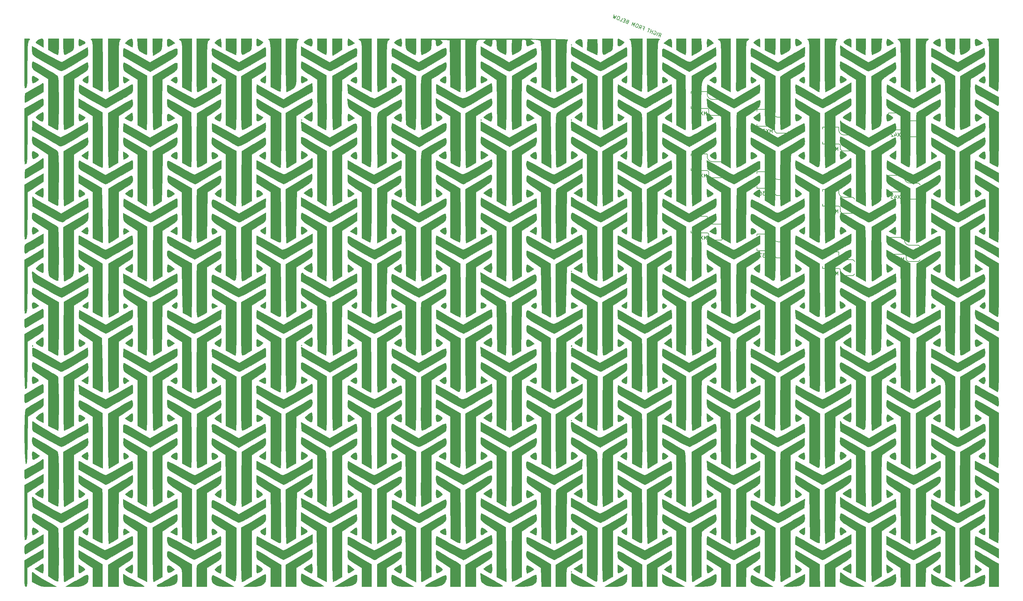
<source format=gbr>
G04 #@! TF.GenerationSoftware,KiCad,Pcbnew,(5.1.4)-1*
G04 #@! TF.CreationDate,2023-01-08T18:52:40-05:00*
G04 #@! TF.ProjectId,ThumbsUp,5468756d-6273-4557-902e-6b696361645f,rev?*
G04 #@! TF.SameCoordinates,Original*
G04 #@! TF.FileFunction,Legend,Bot*
G04 #@! TF.FilePolarity,Positive*
%FSLAX46Y46*%
G04 Gerber Fmt 4.6, Leading zero omitted, Abs format (unit mm)*
G04 Created by KiCad (PCBNEW (5.1.4)-1) date 2023-01-08 18:52:40*
%MOMM*%
%LPD*%
G04 APERTURE LIST*
%ADD10C,0.150000*%
%ADD11C,0.010000*%
G04 APERTURE END LIST*
D10*
X182129295Y-506325026D02*
X182616740Y-506008379D01*
X182659114Y-506539087D02*
X183033721Y-505611903D01*
X182680508Y-505469196D01*
X182574366Y-505477671D01*
X182512376Y-505503984D01*
X182432548Y-505574449D01*
X182379033Y-505706904D01*
X182387508Y-505813045D01*
X182413821Y-505875035D01*
X182484286Y-505954864D01*
X182837499Y-506097571D01*
X181731931Y-506164481D02*
X182106537Y-505237297D01*
X181161515Y-504906842D02*
X181267657Y-504898367D01*
X181400111Y-504951882D01*
X181514728Y-505049549D01*
X181567354Y-505173529D01*
X181575829Y-505279671D01*
X181548627Y-505474116D01*
X181495112Y-505606570D01*
X181379607Y-505765338D01*
X181299778Y-505835803D01*
X181175798Y-505888430D01*
X181025505Y-505879066D01*
X180937202Y-505843389D01*
X180822585Y-505745722D01*
X180796272Y-505683732D01*
X180921141Y-505374671D01*
X181097747Y-505446025D01*
X180363231Y-505611490D02*
X180737837Y-504684306D01*
X180559453Y-505125822D02*
X180029634Y-504911761D01*
X179833411Y-505397429D02*
X180208018Y-504470245D01*
X179898957Y-504345376D02*
X179369137Y-504131315D01*
X179259440Y-505165530D02*
X179634047Y-504238346D01*
X177866205Y-504037679D02*
X178175266Y-504162548D01*
X177979044Y-504648216D02*
X178353650Y-503721032D01*
X177912134Y-503542648D01*
X176654495Y-504113064D02*
X177141941Y-503796416D01*
X177184315Y-504327124D02*
X177558921Y-503399941D01*
X177205708Y-503257233D01*
X177099567Y-503265708D01*
X177037577Y-503292021D01*
X176957748Y-503362486D01*
X176904233Y-503494941D01*
X176912708Y-503601083D01*
X176939021Y-503663073D01*
X177009486Y-503742901D01*
X177362699Y-503885608D01*
X176455131Y-502953980D02*
X176278524Y-502882627D01*
X176172383Y-502891102D01*
X176048403Y-502943728D01*
X175932897Y-503102496D01*
X175808029Y-503411557D01*
X175780827Y-503606002D01*
X175833453Y-503729982D01*
X175903918Y-503809811D01*
X176080524Y-503881164D01*
X176186666Y-503872689D01*
X176310646Y-503820063D01*
X176426151Y-503661295D01*
X176551020Y-503352234D01*
X176578222Y-503157789D01*
X176525596Y-503033809D01*
X176455131Y-502953980D01*
X175285795Y-503560073D02*
X175660402Y-502632889D01*
X175083764Y-503170294D01*
X175042279Y-502383151D01*
X174667673Y-503310335D01*
X173406892Y-502236000D02*
X173256599Y-502226636D01*
X173194609Y-502252949D01*
X173114780Y-502323414D01*
X173061265Y-502455869D01*
X173069740Y-502562011D01*
X173096053Y-502624001D01*
X173166518Y-502703829D01*
X173519731Y-502846536D01*
X173894337Y-501919353D01*
X173585276Y-501794484D01*
X173479134Y-501802959D01*
X173417144Y-501829272D01*
X173337316Y-501899737D01*
X173301639Y-501988040D01*
X173310114Y-502094181D01*
X173336427Y-502156171D01*
X173406892Y-502236000D01*
X173715953Y-502360869D01*
X172788769Y-501986262D02*
X172479708Y-501861393D01*
X172151031Y-502293546D02*
X172592547Y-502471930D01*
X172967153Y-501544746D01*
X172525637Y-501366362D01*
X171312150Y-501954616D02*
X171753666Y-502133000D01*
X172128273Y-501205816D01*
X171201089Y-500831210D02*
X171024483Y-500759856D01*
X170918341Y-500768331D01*
X170794361Y-500820957D01*
X170678856Y-500979725D01*
X170553987Y-501288787D01*
X170526785Y-501483231D01*
X170579411Y-501607211D01*
X170649876Y-501687040D01*
X170826482Y-501758394D01*
X170932624Y-501749919D01*
X171056604Y-501697292D01*
X171172109Y-501538524D01*
X171296978Y-501229463D01*
X171324180Y-501035018D01*
X171271554Y-500911038D01*
X171201089Y-500831210D01*
X170494663Y-500545795D02*
X169899299Y-501383787D01*
X169990268Y-500650159D01*
X169546086Y-501241080D01*
X169699934Y-500224704D01*
D11*
G36*
X157576842Y-508735789D02*
G01*
X157710526Y-508869473D01*
X157844210Y-508735789D01*
X157710526Y-508602105D01*
X157576842Y-508735789D01*
X157576842Y-508735789D01*
G37*
X157576842Y-508735789D02*
X157710526Y-508869473D01*
X157844210Y-508735789D01*
X157710526Y-508602105D01*
X157576842Y-508735789D01*
G36*
X19156990Y-507224160D02*
G01*
X19086389Y-507775187D01*
X19080000Y-508045087D01*
X19115881Y-508789296D01*
X19300881Y-509070217D01*
X19751035Y-508956416D01*
X20216316Y-508716545D01*
X20739646Y-508397648D01*
X20924895Y-508131070D01*
X20732586Y-507846546D01*
X20123238Y-507473812D01*
X19280526Y-507051035D01*
X19156990Y-507224160D01*
X19156990Y-507224160D01*
G37*
X19156990Y-507224160D02*
X19086389Y-507775187D01*
X19080000Y-508045087D01*
X19115881Y-508789296D01*
X19300881Y-509070217D01*
X19751035Y-508956416D01*
X20216316Y-508716545D01*
X20739646Y-508397648D01*
X20924895Y-508131070D01*
X20732586Y-507846546D01*
X20123238Y-507473812D01*
X19280526Y-507051035D01*
X19156990Y-507224160D01*
G36*
X69155566Y-507235226D02*
G01*
X69083176Y-507828068D01*
X69077895Y-508067368D01*
X69157902Y-508825429D01*
X69432402Y-509106844D01*
X69953116Y-508932841D01*
X70410742Y-508614446D01*
X70832148Y-508233629D01*
X70951516Y-508003510D01*
X70945479Y-507996997D01*
X70428130Y-507620723D01*
X69838457Y-507254509D01*
X69385200Y-507024008D01*
X69285772Y-506997895D01*
X69155566Y-507235226D01*
X69155566Y-507235226D01*
G37*
X69155566Y-507235226D02*
X69083176Y-507828068D01*
X69077895Y-508067368D01*
X69157902Y-508825429D01*
X69432402Y-509106844D01*
X69953116Y-508932841D01*
X70410742Y-508614446D01*
X70832148Y-508233629D01*
X70951516Y-508003510D01*
X70945479Y-507996997D01*
X70428130Y-507620723D01*
X69838457Y-507254509D01*
X69385200Y-507024008D01*
X69285772Y-506997895D01*
X69155566Y-507235226D01*
G36*
X83761171Y-507122603D02*
G01*
X83132885Y-507420034D01*
X82627524Y-507775144D01*
X82446316Y-508048598D01*
X82663556Y-508264767D01*
X83187037Y-508576722D01*
X83824401Y-508887011D01*
X84383289Y-509098180D01*
X84594334Y-509136842D01*
X84756087Y-508899623D01*
X84846049Y-508307028D01*
X84852631Y-508067368D01*
X84808596Y-507368940D01*
X84628516Y-507059966D01*
X84308488Y-506997895D01*
X83761171Y-507122603D01*
X83761171Y-507122603D01*
G37*
X83761171Y-507122603D02*
X83132885Y-507420034D01*
X82627524Y-507775144D01*
X82446316Y-508048598D01*
X82663556Y-508264767D01*
X83187037Y-508576722D01*
X83824401Y-508887011D01*
X84383289Y-509098180D01*
X84594334Y-509136842D01*
X84756087Y-508899623D01*
X84846049Y-508307028D01*
X84852631Y-508067368D01*
X84808596Y-507368940D01*
X84628516Y-507059966D01*
X84308488Y-506997895D01*
X83761171Y-507122603D01*
G36*
X94820199Y-507235675D02*
G01*
X94750364Y-507827952D01*
X94745263Y-508067368D01*
X94779265Y-508788192D01*
X94957741Y-509067381D01*
X95395397Y-508964862D01*
X95934634Y-508688747D01*
X96722952Y-508262062D01*
X95934634Y-507631306D01*
X95373138Y-507220573D01*
X94987848Y-507007503D01*
X94945789Y-506999223D01*
X94820199Y-507235675D01*
X94820199Y-507235675D01*
G37*
X94820199Y-507235675D02*
X94750364Y-507827952D01*
X94745263Y-508067368D01*
X94779265Y-508788192D01*
X94957741Y-509067381D01*
X95395397Y-508964862D01*
X95934634Y-508688747D01*
X96722952Y-508262062D01*
X95934634Y-507631306D01*
X95373138Y-507220573D01*
X94987848Y-507007503D01*
X94945789Y-506999223D01*
X94820199Y-507235675D01*
G36*
X170755566Y-507235226D02*
G01*
X170683176Y-507828068D01*
X170677895Y-508067368D01*
X170757902Y-508825429D01*
X171032402Y-509106844D01*
X171553116Y-508932841D01*
X172010742Y-508614446D01*
X172432148Y-508233629D01*
X172551516Y-508003510D01*
X172545479Y-507996997D01*
X172028130Y-507620723D01*
X171438457Y-507254509D01*
X170985200Y-507024008D01*
X170885772Y-506997895D01*
X170755566Y-507235226D01*
X170755566Y-507235226D01*
G37*
X170755566Y-507235226D02*
X170683176Y-507828068D01*
X170677895Y-508067368D01*
X170757902Y-508825429D01*
X171032402Y-509106844D01*
X171553116Y-508932841D01*
X172010742Y-508614446D01*
X172432148Y-508233629D01*
X172551516Y-508003510D01*
X172545479Y-507996997D01*
X172028130Y-507620723D01*
X171438457Y-507254509D01*
X170985200Y-507024008D01*
X170885772Y-506997895D01*
X170755566Y-507235226D01*
G36*
X220685839Y-507508609D02*
G01*
X220675789Y-508067368D01*
X220739157Y-508795672D01*
X220993733Y-509075812D01*
X221536230Y-508961543D01*
X221945789Y-508773244D01*
X222451691Y-508399867D01*
X222445867Y-508005544D01*
X221922944Y-507549823D01*
X221770852Y-507456594D01*
X221114796Y-507100684D01*
X220792623Y-507095992D01*
X220685839Y-507508609D01*
X220685839Y-507508609D01*
G37*
X220685839Y-507508609D02*
X220675789Y-508067368D01*
X220739157Y-508795672D01*
X220993733Y-509075812D01*
X221536230Y-508961543D01*
X221945789Y-508773244D01*
X222451691Y-508399867D01*
X222445867Y-508005544D01*
X221922944Y-507549823D01*
X221770852Y-507456594D01*
X221114796Y-507100684D01*
X220792623Y-507095992D01*
X220685839Y-507508609D01*
G36*
X246373303Y-507471043D02*
G01*
X246343158Y-508067368D01*
X246377201Y-508788368D01*
X246555816Y-509067462D01*
X246993730Y-508964685D01*
X247531569Y-508689250D01*
X248318927Y-508263068D01*
X247583501Y-507630481D01*
X246925656Y-507135800D01*
X246544339Y-507074876D01*
X246373303Y-507471043D01*
X246373303Y-507471043D01*
G37*
X246373303Y-507471043D02*
X246343158Y-508067368D01*
X246377201Y-508788368D01*
X246555816Y-509067462D01*
X246993730Y-508964685D01*
X247531569Y-508689250D01*
X248318927Y-508263068D01*
X247583501Y-507630481D01*
X246925656Y-507135800D01*
X246544339Y-507074876D01*
X246373303Y-507471043D01*
G36*
X271255375Y-507432245D02*
G01*
X271208421Y-508067368D01*
X271265796Y-508777636D01*
X271500244Y-509069215D01*
X272005251Y-508981773D01*
X272645167Y-508676992D01*
X273413493Y-508273865D01*
X272645167Y-507645495D01*
X271919629Y-507135130D01*
X271473986Y-507058872D01*
X271255375Y-507432245D01*
X271255375Y-507432245D01*
G37*
X271255375Y-507432245D02*
X271208421Y-508067368D01*
X271265796Y-508777636D01*
X271500244Y-509069215D01*
X272005251Y-508981773D01*
X272645167Y-508676992D01*
X273413493Y-508273865D01*
X272645167Y-507645495D01*
X271919629Y-507135130D01*
X271473986Y-507058872D01*
X271255375Y-507432245D01*
G36*
X8093471Y-507129176D02*
G01*
X7576560Y-507439745D01*
X7170115Y-507804693D01*
X7034595Y-508099109D01*
X7072341Y-508156261D01*
X7349210Y-508334735D01*
X7915915Y-508682484D01*
X8184737Y-508844850D01*
X9187368Y-509447823D01*
X9187368Y-508222859D01*
X9159016Y-507470229D01*
X9025857Y-507110372D01*
X8715740Y-507002320D01*
X8560386Y-506997895D01*
X8093471Y-507129176D01*
X8093471Y-507129176D01*
G37*
X8093471Y-507129176D02*
X7576560Y-507439745D01*
X7170115Y-507804693D01*
X7034595Y-508099109D01*
X7072341Y-508156261D01*
X7349210Y-508334735D01*
X7915915Y-508682484D01*
X8184737Y-508844850D01*
X9187368Y-509447823D01*
X9187368Y-508222859D01*
X9159016Y-507470229D01*
X9025857Y-507110372D01*
X8715740Y-507002320D01*
X8560386Y-506997895D01*
X8093471Y-507129176D01*
G36*
X33473631Y-507138008D02*
G01*
X32826984Y-507617840D01*
X32106254Y-508237785D01*
X33094726Y-508820998D01*
X33726337Y-509178863D01*
X34138157Y-509384680D01*
X34201599Y-509404210D01*
X34272239Y-509165019D01*
X34314589Y-508559901D01*
X34320000Y-508201052D01*
X34238751Y-507364838D01*
X33969420Y-507015487D01*
X33473631Y-507138008D01*
X33473631Y-507138008D01*
G37*
X33473631Y-507138008D02*
X32826984Y-507617840D01*
X32106254Y-508237785D01*
X33094726Y-508820998D01*
X33726337Y-509178863D01*
X34138157Y-509384680D01*
X34201599Y-509404210D01*
X34272239Y-509165019D01*
X34314589Y-508559901D01*
X34320000Y-508201052D01*
X34238751Y-507364838D01*
X33969420Y-507015487D01*
X33473631Y-507138008D01*
G36*
X43990449Y-507435648D02*
G01*
X43945263Y-508051589D01*
X43991395Y-508747500D01*
X44106122Y-509173135D01*
X44145789Y-509215856D01*
X44481471Y-509161517D01*
X45068637Y-508889589D01*
X45254376Y-508783127D01*
X46162436Y-508239827D01*
X45388060Y-507620189D01*
X44657791Y-507120400D01*
X44209387Y-507053664D01*
X43990449Y-507435648D01*
X43990449Y-507435648D01*
G37*
X43990449Y-507435648D02*
X43945263Y-508051589D01*
X43991395Y-508747500D01*
X44106122Y-509173135D01*
X44145789Y-509215856D01*
X44481471Y-509161517D01*
X45068637Y-508889589D01*
X45254376Y-508783127D01*
X46162436Y-508239827D01*
X45388060Y-507620189D01*
X44657791Y-507120400D01*
X44209387Y-507053664D01*
X43990449Y-507435648D01*
G36*
X58635195Y-507132967D02*
G01*
X58104285Y-507449965D01*
X57623639Y-507816561D01*
X57383634Y-508100424D01*
X57382534Y-508140235D01*
X57638176Y-508415623D01*
X58176810Y-508815801D01*
X58320885Y-508909437D01*
X59185263Y-509456722D01*
X59185263Y-508227308D01*
X59154241Y-507500491D01*
X59075585Y-507059280D01*
X59025990Y-506997895D01*
X58635195Y-507132967D01*
X58635195Y-507132967D01*
G37*
X58635195Y-507132967D02*
X58104285Y-507449965D01*
X57623639Y-507816561D01*
X57383634Y-508100424D01*
X57382534Y-508140235D01*
X57638176Y-508415623D01*
X58176810Y-508815801D01*
X58320885Y-508909437D01*
X59185263Y-509456722D01*
X59185263Y-508227308D01*
X59154241Y-507500491D01*
X59075585Y-507059280D01*
X59025990Y-506997895D01*
X58635195Y-507132967D01*
G36*
X109269283Y-507124023D02*
G01*
X108688523Y-507422483D01*
X108151086Y-507773392D01*
X107858027Y-508056864D01*
X107846316Y-508098605D01*
X108054176Y-508353143D01*
X108549780Y-508694095D01*
X109141165Y-509014471D01*
X109636366Y-509207282D01*
X109829224Y-509203758D01*
X109957694Y-508830076D01*
X109988153Y-508214026D01*
X109933755Y-507567524D01*
X109807654Y-507102487D01*
X109692305Y-506997895D01*
X109269283Y-507124023D01*
X109269283Y-507124023D01*
G37*
X109269283Y-507124023D02*
X108688523Y-507422483D01*
X108151086Y-507773392D01*
X107858027Y-508056864D01*
X107846316Y-508098605D01*
X108054176Y-508353143D01*
X108549780Y-508694095D01*
X109141165Y-509014471D01*
X109636366Y-509207282D01*
X109829224Y-509203758D01*
X109957694Y-508830076D01*
X109988153Y-508214026D01*
X109933755Y-507567524D01*
X109807654Y-507102487D01*
X109692305Y-506997895D01*
X109269283Y-507124023D01*
G36*
X159883671Y-507168962D02*
G01*
X159536091Y-507316996D01*
X158925156Y-507697333D01*
X158799238Y-508055770D01*
X159166868Y-508462359D01*
X159718028Y-508810615D01*
X160785263Y-509420177D01*
X160785263Y-508358499D01*
X160703465Y-507508639D01*
X160421313Y-507127450D01*
X159883671Y-507168962D01*
X159883671Y-507168962D01*
G37*
X159883671Y-507168962D02*
X159536091Y-507316996D01*
X158925156Y-507697333D01*
X158799238Y-508055770D01*
X159166868Y-508462359D01*
X159718028Y-508810615D01*
X160785263Y-509420177D01*
X160785263Y-508358499D01*
X160703465Y-507508639D01*
X160421313Y-507127450D01*
X159883671Y-507168962D01*
G36*
X185145977Y-507149762D02*
G01*
X184458221Y-507633646D01*
X183666968Y-508266741D01*
X184792431Y-508840910D01*
X185917895Y-509415078D01*
X185917895Y-508206486D01*
X185851788Y-507384863D01*
X185614145Y-507040338D01*
X185145977Y-507149762D01*
X185145977Y-507149762D01*
G37*
X185145977Y-507149762D02*
X184458221Y-507633646D01*
X183666968Y-508266741D01*
X184792431Y-508840910D01*
X185917895Y-509415078D01*
X185917895Y-508206486D01*
X185851788Y-507384863D01*
X185614145Y-507040338D01*
X185145977Y-507149762D01*
G36*
X195843184Y-507505870D02*
G01*
X195810526Y-508201052D01*
X195823766Y-508913315D01*
X195857273Y-509332832D01*
X195877368Y-509382060D01*
X196124431Y-509241720D01*
X196658313Y-508919050D01*
X196851957Y-508800052D01*
X197759703Y-508240194D01*
X197037574Y-507619044D01*
X196388405Y-507132213D01*
X196012769Y-507083820D01*
X195843184Y-507505870D01*
X195843184Y-507505870D01*
G37*
X195843184Y-507505870D02*
X195810526Y-508201052D01*
X195823766Y-508913315D01*
X195857273Y-509332832D01*
X195877368Y-509382060D01*
X196124431Y-509241720D01*
X196658313Y-508919050D01*
X196851957Y-508800052D01*
X197759703Y-508240194D01*
X197037574Y-507619044D01*
X196388405Y-507132213D01*
X196012769Y-507083820D01*
X195843184Y-507505870D01*
G36*
X210262375Y-507129269D02*
G01*
X209723949Y-507436850D01*
X209210549Y-507790823D01*
X208924122Y-508061373D01*
X208911579Y-508098605D01*
X209119985Y-508336567D01*
X209640351Y-508707353D01*
X209847368Y-508834047D01*
X210783158Y-509386176D01*
X210783158Y-508192035D01*
X210751275Y-507477395D01*
X210670677Y-507050799D01*
X210623884Y-506997895D01*
X210262375Y-507129269D01*
X210262375Y-507129269D01*
G37*
X210262375Y-507129269D02*
X209723949Y-507436850D01*
X209210549Y-507790823D01*
X208924122Y-508061373D01*
X208911579Y-508098605D01*
X209119985Y-508336567D01*
X209640351Y-508707353D01*
X209847368Y-508834047D01*
X210783158Y-509386176D01*
X210783158Y-508192035D01*
X210751275Y-507477395D01*
X210670677Y-507050799D01*
X210623884Y-506997895D01*
X210262375Y-507129269D01*
G36*
X235276697Y-507159271D02*
G01*
X234690668Y-507502140D01*
X234326047Y-507847080D01*
X234287916Y-508135276D01*
X234627766Y-508451946D01*
X235397089Y-508882306D01*
X235581579Y-508976608D01*
X236450526Y-509417942D01*
X236450526Y-508207918D01*
X236417661Y-507456192D01*
X236276524Y-507099324D01*
X235963304Y-506999289D01*
X235891119Y-506997895D01*
X235276697Y-507159271D01*
X235276697Y-507159271D01*
G37*
X235276697Y-507159271D02*
X234690668Y-507502140D01*
X234326047Y-507847080D01*
X234287916Y-508135276D01*
X234627766Y-508451946D01*
X235397089Y-508882306D01*
X235581579Y-508976608D01*
X236450526Y-509417942D01*
X236450526Y-508207918D01*
X236417661Y-507456192D01*
X236276524Y-507099324D01*
X235963304Y-506999289D01*
X235891119Y-506997895D01*
X235276697Y-507159271D01*
G36*
X260867177Y-507124023D02*
G01*
X260286418Y-507422483D01*
X259748980Y-507773392D01*
X259455922Y-508056864D01*
X259444210Y-508098605D01*
X259652071Y-508353143D01*
X260147675Y-508694095D01*
X260739060Y-509014471D01*
X261234260Y-509207282D01*
X261427119Y-509203758D01*
X261555589Y-508830076D01*
X261586048Y-508214026D01*
X261531650Y-507567524D01*
X261405549Y-507102487D01*
X261290200Y-506997895D01*
X260867177Y-507124023D01*
X260867177Y-507124023D01*
G37*
X260867177Y-507124023D02*
X260286418Y-507422483D01*
X259748980Y-507773392D01*
X259455922Y-508056864D01*
X259444210Y-508098605D01*
X259652071Y-508353143D01*
X260147675Y-508694095D01*
X260739060Y-509014471D01*
X261234260Y-509207282D01*
X261427119Y-509203758D01*
X261555589Y-508830076D01*
X261586048Y-508214026D01*
X261531650Y-507567524D01*
X261405549Y-507102487D01*
X261290200Y-506997895D01*
X260867177Y-507124023D01*
G36*
X10524210Y-510160598D02*
G01*
X11761044Y-510851878D01*
X12500208Y-511242055D01*
X13053927Y-511492718D01*
X13231571Y-511543158D01*
X13337173Y-511296314D01*
X13417940Y-510637603D01*
X13461250Y-509689753D01*
X13465263Y-509270526D01*
X13465263Y-506997895D01*
X10524210Y-506997895D01*
X10524210Y-510160598D01*
X10524210Y-510160598D01*
G37*
X10524210Y-510160598D02*
X11761044Y-510851878D01*
X12500208Y-511242055D01*
X13053927Y-511492718D01*
X13231571Y-511543158D01*
X13337173Y-511296314D01*
X13417940Y-510637603D01*
X13461250Y-509689753D01*
X13465263Y-509270526D01*
X13465263Y-506997895D01*
X10524210Y-506997895D01*
X10524210Y-510160598D01*
G36*
X14802105Y-509270526D02*
G01*
X14816889Y-510453972D01*
X14906280Y-511161028D01*
X15137835Y-511449994D01*
X15579113Y-511379172D01*
X16297672Y-511006862D01*
X16606842Y-510827960D01*
X17238940Y-510438291D01*
X17578290Y-510091299D01*
X17715958Y-509606996D01*
X17743008Y-508805396D01*
X17743158Y-508582073D01*
X17743158Y-506997895D01*
X14802105Y-506997895D01*
X14802105Y-509270526D01*
X14802105Y-509270526D01*
G37*
X14802105Y-509270526D02*
X14816889Y-510453972D01*
X14906280Y-511161028D01*
X15137835Y-511449994D01*
X15579113Y-511379172D01*
X16297672Y-511006862D01*
X16606842Y-510827960D01*
X17238940Y-510438291D01*
X17578290Y-510091299D01*
X17715958Y-509606996D01*
X17743008Y-508805396D01*
X17743158Y-508582073D01*
X17743158Y-506997895D01*
X14802105Y-506997895D01*
X14802105Y-509270526D01*
G36*
X35710926Y-508629512D02*
G01*
X35771352Y-509537384D01*
X35903567Y-510085859D01*
X36201685Y-510449809D01*
X36759821Y-510804109D01*
X36934019Y-510902144D01*
X37620949Y-511273980D01*
X38093740Y-511505294D01*
X38204019Y-511543158D01*
X38261190Y-511296270D01*
X38304914Y-510637451D01*
X38328357Y-509689462D01*
X38330526Y-509270526D01*
X38330526Y-506997895D01*
X35631326Y-506997895D01*
X35710926Y-508629512D01*
X35710926Y-508629512D01*
G37*
X35710926Y-508629512D02*
X35771352Y-509537384D01*
X35903567Y-510085859D01*
X36201685Y-510449809D01*
X36759821Y-510804109D01*
X36934019Y-510902144D01*
X37620949Y-511273980D01*
X38093740Y-511505294D01*
X38204019Y-511543158D01*
X38261190Y-511296270D01*
X38304914Y-510637451D01*
X38328357Y-509689462D01*
X38330526Y-509270526D01*
X38330526Y-506997895D01*
X35631326Y-506997895D01*
X35710926Y-508629512D01*
G36*
X60522105Y-510197307D02*
G01*
X61850059Y-510870233D01*
X62603300Y-511239965D01*
X63146493Y-511484384D01*
X63320585Y-511543158D01*
X63385017Y-511296275D01*
X63434293Y-510637468D01*
X63460712Y-509689495D01*
X63463158Y-509270526D01*
X63463158Y-506997895D01*
X60522105Y-506997895D01*
X60522105Y-510197307D01*
X60522105Y-510197307D01*
G37*
X60522105Y-510197307D02*
X61850059Y-510870233D01*
X62603300Y-511239965D01*
X63146493Y-511484384D01*
X63320585Y-511543158D01*
X63385017Y-511296275D01*
X63434293Y-510637468D01*
X63460712Y-509689495D01*
X63463158Y-509270526D01*
X63463158Y-506997895D01*
X60522105Y-506997895D01*
X60522105Y-510197307D01*
G36*
X64800000Y-509270526D02*
G01*
X64814784Y-510453972D01*
X64904175Y-511161028D01*
X65135730Y-511449994D01*
X65577008Y-511379172D01*
X66295567Y-511006862D01*
X66604737Y-510827960D01*
X67236835Y-510438291D01*
X67576185Y-510091299D01*
X67713852Y-509606996D01*
X67740903Y-508805396D01*
X67741053Y-508582073D01*
X67741053Y-506997895D01*
X64800000Y-506997895D01*
X64800000Y-509270526D01*
X64800000Y-509270526D01*
G37*
X64800000Y-509270526D02*
X64814784Y-510453972D01*
X64904175Y-511161028D01*
X65135730Y-511449994D01*
X65577008Y-511379172D01*
X66295567Y-511006862D01*
X66604737Y-510827960D01*
X67236835Y-510438291D01*
X67576185Y-510091299D01*
X67713852Y-509606996D01*
X67740903Y-508805396D01*
X67741053Y-508582073D01*
X67741053Y-506997895D01*
X64800000Y-506997895D01*
X64800000Y-509270526D01*
G36*
X86189474Y-510155504D02*
G01*
X87373400Y-510849331D01*
X88075126Y-511244506D01*
X88574009Y-511495783D01*
X88710242Y-511543158D01*
X88779347Y-511296279D01*
X88832198Y-510637480D01*
X88860535Y-509689518D01*
X88863158Y-509270526D01*
X88863158Y-506997895D01*
X86189474Y-506997895D01*
X86189474Y-510155504D01*
X86189474Y-510155504D01*
G37*
X86189474Y-510155504D02*
X87373400Y-510849331D01*
X88075126Y-511244506D01*
X88574009Y-511495783D01*
X88710242Y-511543158D01*
X88779347Y-511296279D01*
X88832198Y-510637480D01*
X88860535Y-509689518D01*
X88863158Y-509270526D01*
X88863158Y-506997895D01*
X86189474Y-506997895D01*
X86189474Y-510155504D01*
G36*
X111054737Y-508426982D02*
G01*
X111126909Y-509456703D01*
X111363691Y-510088301D01*
X111522631Y-510266319D01*
X112014313Y-510619619D01*
X112689674Y-511021438D01*
X113351638Y-511363602D01*
X113803126Y-511537935D01*
X113848828Y-511543158D01*
X113915243Y-511296277D01*
X113966036Y-510637473D01*
X113993269Y-509689504D01*
X113995789Y-509270526D01*
X113995789Y-506997895D01*
X111054737Y-506997895D01*
X111054737Y-508426982D01*
X111054737Y-508426982D01*
G37*
X111054737Y-508426982D02*
X111126909Y-509456703D01*
X111363691Y-510088301D01*
X111522631Y-510266319D01*
X112014313Y-510619619D01*
X112689674Y-511021438D01*
X113351638Y-511363602D01*
X113803126Y-511537935D01*
X113848828Y-511543158D01*
X113915243Y-511296277D01*
X113966036Y-510637473D01*
X113993269Y-509689504D01*
X113995789Y-509270526D01*
X113995789Y-506997895D01*
X111054737Y-506997895D01*
X111054737Y-508426982D01*
G36*
X162175936Y-508657850D02*
G01*
X162096082Y-510184120D01*
X163437047Y-510863639D01*
X164196330Y-511235630D01*
X164748399Y-511482447D01*
X164931398Y-511543158D01*
X164992947Y-511296862D01*
X165023171Y-510640900D01*
X165017800Y-509699655D01*
X165007129Y-509337368D01*
X164929474Y-507131579D01*
X162255789Y-507131579D01*
X162175936Y-508657850D01*
X162175936Y-508657850D01*
G37*
X162175936Y-508657850D02*
X162096082Y-510184120D01*
X163437047Y-510863639D01*
X164196330Y-511235630D01*
X164748399Y-511482447D01*
X164931398Y-511543158D01*
X164992947Y-511296862D01*
X165023171Y-510640900D01*
X165017800Y-509699655D01*
X165007129Y-509337368D01*
X164929474Y-507131579D01*
X162255789Y-507131579D01*
X162175936Y-508657850D01*
G36*
X166400000Y-509270526D02*
G01*
X166414784Y-510453972D01*
X166504175Y-511161028D01*
X166735730Y-511449994D01*
X167177008Y-511379172D01*
X167895567Y-511006862D01*
X168204737Y-510827960D01*
X168836835Y-510438291D01*
X169176185Y-510091299D01*
X169313852Y-509606996D01*
X169340903Y-508805396D01*
X169341053Y-508582073D01*
X169341053Y-506997895D01*
X166400000Y-506997895D01*
X166400000Y-509270526D01*
X166400000Y-509270526D01*
G37*
X166400000Y-509270526D02*
X166414784Y-510453972D01*
X166504175Y-511161028D01*
X166735730Y-511449994D01*
X167177008Y-511379172D01*
X167895567Y-511006862D01*
X168204737Y-510827960D01*
X168836835Y-510438291D01*
X169176185Y-510091299D01*
X169313852Y-509606996D01*
X169340903Y-508805396D01*
X169341053Y-508582073D01*
X169341053Y-506997895D01*
X166400000Y-506997895D01*
X166400000Y-509270526D01*
G36*
X187254737Y-510155504D02*
G01*
X188438663Y-510849331D01*
X189140389Y-511244506D01*
X189639272Y-511495783D01*
X189775505Y-511543158D01*
X189844610Y-511296279D01*
X189897461Y-510637480D01*
X189925798Y-509689518D01*
X189928421Y-509270526D01*
X189928421Y-506997895D01*
X187254737Y-506997895D01*
X187254737Y-510155504D01*
X187254737Y-510155504D01*
G37*
X187254737Y-510155504D02*
X188438663Y-510849331D01*
X189140389Y-511244506D01*
X189639272Y-511495783D01*
X189775505Y-511543158D01*
X189844610Y-511296279D01*
X189897461Y-510637480D01*
X189925798Y-509689518D01*
X189928421Y-509270526D01*
X189928421Y-506997895D01*
X187254737Y-506997895D01*
X187254737Y-510155504D01*
G36*
X212120000Y-510197307D02*
G01*
X213447954Y-510870233D01*
X214201194Y-511239965D01*
X214744388Y-511484384D01*
X214918480Y-511543158D01*
X214982911Y-511296275D01*
X215032188Y-510637468D01*
X215058607Y-509689495D01*
X215061053Y-509270526D01*
X215061053Y-506997895D01*
X212120000Y-506997895D01*
X212120000Y-510197307D01*
X212120000Y-510197307D01*
G37*
X212120000Y-510197307D02*
X213447954Y-510870233D01*
X214201194Y-511239965D01*
X214744388Y-511484384D01*
X214918480Y-511543158D01*
X214982911Y-511296275D01*
X215032188Y-510637468D01*
X215058607Y-509689495D01*
X215061053Y-509270526D01*
X215061053Y-506997895D01*
X212120000Y-506997895D01*
X212120000Y-510197307D01*
G36*
X216397895Y-509270526D02*
G01*
X216412679Y-510453972D01*
X216502069Y-511161028D01*
X216733625Y-511449994D01*
X217174903Y-511379172D01*
X217893462Y-511006862D01*
X218202631Y-510827960D01*
X218834730Y-510438291D01*
X219174080Y-510091299D01*
X219311747Y-509606996D01*
X219338797Y-508805396D01*
X219338947Y-508582073D01*
X219338947Y-506997895D01*
X216397895Y-506997895D01*
X216397895Y-509270526D01*
X216397895Y-509270526D01*
G37*
X216397895Y-509270526D02*
X216412679Y-510453972D01*
X216502069Y-511161028D01*
X216733625Y-511449994D01*
X217174903Y-511379172D01*
X217893462Y-511006862D01*
X218202631Y-510827960D01*
X218834730Y-510438291D01*
X219174080Y-510091299D01*
X219311747Y-509606996D01*
X219338797Y-508805396D01*
X219338947Y-508582073D01*
X219338947Y-506997895D01*
X216397895Y-506997895D01*
X216397895Y-509270526D01*
G36*
X237787368Y-510160598D02*
G01*
X239024202Y-510851878D01*
X239734037Y-511238962D01*
X240227206Y-511489825D01*
X240361044Y-511543158D01*
X240406241Y-511296263D01*
X240440806Y-510637427D01*
X240459338Y-509689417D01*
X240461053Y-509270526D01*
X240461053Y-506997895D01*
X237787368Y-506997895D01*
X237787368Y-510160598D01*
X237787368Y-510160598D01*
G37*
X237787368Y-510160598D02*
X239024202Y-510851878D01*
X239734037Y-511238962D01*
X240227206Y-511489825D01*
X240361044Y-511543158D01*
X240406241Y-511296263D01*
X240440806Y-510637427D01*
X240459338Y-509689417D01*
X240461053Y-509270526D01*
X240461053Y-506997895D01*
X237787368Y-506997895D01*
X237787368Y-510160598D01*
G36*
X242065263Y-509270526D02*
G01*
X242087021Y-510295714D01*
X242145086Y-511077562D01*
X242228648Y-511494177D01*
X242265789Y-511531341D01*
X242606275Y-511410133D01*
X243230260Y-511118356D01*
X243535789Y-510963047D01*
X244200300Y-510609789D01*
X244632802Y-510365830D01*
X244705717Y-510317392D01*
X244775243Y-510024638D01*
X244854363Y-509354132D01*
X244914267Y-508613055D01*
X245022363Y-506997895D01*
X242065263Y-506997895D01*
X242065263Y-509270526D01*
X242065263Y-509270526D01*
G37*
X242065263Y-509270526D02*
X242087021Y-510295714D01*
X242145086Y-511077562D01*
X242228648Y-511494177D01*
X242265789Y-511531341D01*
X242606275Y-511410133D01*
X243230260Y-511118356D01*
X243535789Y-510963047D01*
X244200300Y-510609789D01*
X244632802Y-510365830D01*
X244705717Y-510317392D01*
X244775243Y-510024638D01*
X244854363Y-509354132D01*
X244914267Y-508613055D01*
X245022363Y-506997895D01*
X242065263Y-506997895D01*
X242065263Y-509270526D01*
G36*
X262974084Y-508661682D02*
G01*
X263034363Y-509581968D01*
X263161789Y-510138108D01*
X263442609Y-510500350D01*
X263963071Y-510838944D01*
X264123158Y-510929916D01*
X264804689Y-511293206D01*
X265288305Y-511511206D01*
X265393158Y-511538759D01*
X265483758Y-511293988D01*
X265553057Y-510637009D01*
X265590231Y-509690247D01*
X265593684Y-509270526D01*
X265593684Y-506997895D01*
X262894484Y-506997895D01*
X262974084Y-508661682D01*
X262974084Y-508661682D01*
G37*
X262974084Y-508661682D02*
X263034363Y-509581968D01*
X263161789Y-510138108D01*
X263442609Y-510500350D01*
X263963071Y-510838944D01*
X264123158Y-510929916D01*
X264804689Y-511293206D01*
X265288305Y-511511206D01*
X265393158Y-511538759D01*
X265483758Y-511293988D01*
X265553057Y-510637009D01*
X265590231Y-509690247D01*
X265593684Y-509270526D01*
X265593684Y-506997895D01*
X262894484Y-506997895D01*
X262974084Y-508661682D01*
G36*
X266930526Y-509270526D02*
G01*
X266947772Y-510465614D01*
X267042516Y-511182832D01*
X267279270Y-511478893D01*
X267722542Y-511410506D01*
X268436845Y-511034381D01*
X268735263Y-510857053D01*
X269366783Y-510456619D01*
X269706163Y-510102824D01*
X269844133Y-509614413D01*
X269871419Y-508810133D01*
X269871579Y-508586951D01*
X269871579Y-506997895D01*
X266930526Y-506997895D01*
X266930526Y-509270526D01*
X266930526Y-509270526D01*
G37*
X266930526Y-509270526D02*
X266947772Y-510465614D01*
X267042516Y-511182832D01*
X267279270Y-511478893D01*
X267722542Y-511410506D01*
X268436845Y-511034381D01*
X268735263Y-510857053D01*
X269366783Y-510456619D01*
X269706163Y-510102824D01*
X269844133Y-509614413D01*
X269871419Y-508810133D01*
X269871579Y-508586951D01*
X269871579Y-506997895D01*
X266930526Y-506997895D01*
X266930526Y-509270526D01*
G36*
X39934737Y-509404210D02*
G01*
X39941598Y-510460876D01*
X39959980Y-511276353D01*
X39986577Y-511732712D01*
X40001579Y-511789510D01*
X40247493Y-511651160D01*
X40806680Y-511318707D01*
X41271579Y-511037901D01*
X41931263Y-510615906D01*
X42298165Y-510248404D01*
X42468663Y-509756181D01*
X42539134Y-508960020D01*
X42554337Y-508652602D01*
X42633937Y-506997895D01*
X39934737Y-506997895D01*
X39934737Y-509404210D01*
X39934737Y-509404210D01*
G37*
X39934737Y-509404210D02*
X39941598Y-510460876D01*
X39959980Y-511276353D01*
X39986577Y-511732712D01*
X40001579Y-511789510D01*
X40247493Y-511651160D01*
X40806680Y-511318707D01*
X41271579Y-511037901D01*
X41931263Y-510615906D01*
X42298165Y-510248404D01*
X42468663Y-509756181D01*
X42539134Y-508960020D01*
X42554337Y-508652602D01*
X42633937Y-506997895D01*
X39934737Y-506997895D01*
X39934737Y-509404210D01*
G36*
X90467368Y-509404210D02*
G01*
X90474231Y-510461230D01*
X90492617Y-511277410D01*
X90519219Y-511734663D01*
X90534210Y-511791922D01*
X90777045Y-511650766D01*
X91334372Y-511305666D01*
X91871053Y-510967209D01*
X93141053Y-510161101D01*
X93141053Y-506997895D01*
X90467368Y-506997895D01*
X90467368Y-509404210D01*
X90467368Y-509404210D01*
G37*
X90467368Y-509404210D02*
X90474231Y-510461230D01*
X90492617Y-511277410D01*
X90519219Y-511734663D01*
X90534210Y-511791922D01*
X90777045Y-511650766D01*
X91334372Y-511305666D01*
X91871053Y-510967209D01*
X93141053Y-510161101D01*
X93141053Y-506997895D01*
X90467368Y-506997895D01*
X90467368Y-509404210D01*
G36*
X191532631Y-509404210D02*
G01*
X191539487Y-510459290D01*
X191557852Y-511271618D01*
X191584428Y-511723974D01*
X191599474Y-511778691D01*
X191850143Y-511642423D01*
X192424159Y-511325592D01*
X192933080Y-511043428D01*
X193659711Y-510603360D01*
X194165401Y-510228640D01*
X194303696Y-510070097D01*
X194338698Y-509666860D01*
X194314880Y-508929639D01*
X194272914Y-508399044D01*
X194138282Y-506997895D01*
X191532631Y-506997895D01*
X191532631Y-509404210D01*
X191532631Y-509404210D01*
G37*
X191532631Y-509404210D02*
X191539487Y-510459290D01*
X191557852Y-511271618D01*
X191584428Y-511723974D01*
X191599474Y-511778691D01*
X191850143Y-511642423D01*
X192424159Y-511325592D01*
X192933080Y-511043428D01*
X193659711Y-510603360D01*
X194165401Y-510228640D01*
X194303696Y-510070097D01*
X194338698Y-509666860D01*
X194314880Y-508929639D01*
X194272914Y-508399044D01*
X194138282Y-506997895D01*
X191532631Y-506997895D01*
X191532631Y-509404210D01*
G36*
X5978947Y-510295235D02*
G01*
X6000673Y-510951613D01*
X6134483Y-511394197D01*
X6483326Y-511766154D01*
X7150152Y-512210650D01*
X7516316Y-512433180D01*
X9374837Y-513540393D01*
X11007507Y-514482095D01*
X12364840Y-515231391D01*
X13397352Y-515761389D01*
X14055558Y-516045196D01*
X14238893Y-516086618D01*
X14613405Y-515954073D01*
X15348649Y-515591206D01*
X16350051Y-515048119D01*
X17523033Y-514374913D01*
X17966758Y-514111754D01*
X19166623Y-513386978D01*
X20209265Y-512743991D01*
X21004449Y-512239434D01*
X21461944Y-511929946D01*
X21526538Y-511877251D01*
X21673373Y-511463064D01*
X21715516Y-510755717D01*
X21703990Y-510533282D01*
X21620000Y-509450755D01*
X18144210Y-511455927D01*
X16907859Y-512166464D01*
X15827326Y-512782358D01*
X14991184Y-513253515D01*
X14488004Y-513529840D01*
X14392328Y-513577905D01*
X14054902Y-513494945D01*
X13318845Y-513166543D01*
X12243264Y-512623704D01*
X10887262Y-511897433D01*
X9309944Y-511018736D01*
X7570414Y-510018617D01*
X7248947Y-509830622D01*
X5978947Y-509086030D01*
X5978947Y-510295235D01*
X5978947Y-510295235D01*
G37*
X5978947Y-510295235D02*
X6000673Y-510951613D01*
X6134483Y-511394197D01*
X6483326Y-511766154D01*
X7150152Y-512210650D01*
X7516316Y-512433180D01*
X9374837Y-513540393D01*
X11007507Y-514482095D01*
X12364840Y-515231391D01*
X13397352Y-515761389D01*
X14055558Y-516045196D01*
X14238893Y-516086618D01*
X14613405Y-515954073D01*
X15348649Y-515591206D01*
X16350051Y-515048119D01*
X17523033Y-514374913D01*
X17966758Y-514111754D01*
X19166623Y-513386978D01*
X20209265Y-512743991D01*
X21004449Y-512239434D01*
X21461944Y-511929946D01*
X21526538Y-511877251D01*
X21673373Y-511463064D01*
X21715516Y-510755717D01*
X21703990Y-510533282D01*
X21620000Y-509450755D01*
X18144210Y-511455927D01*
X16907859Y-512166464D01*
X15827326Y-512782358D01*
X14991184Y-513253515D01*
X14488004Y-513529840D01*
X14392328Y-513577905D01*
X14054902Y-513494945D01*
X13318845Y-513166543D01*
X12243264Y-512623704D01*
X10887262Y-511897433D01*
X9309944Y-511018736D01*
X7570414Y-510018617D01*
X7248947Y-509830622D01*
X5978947Y-509086030D01*
X5978947Y-510295235D01*
G36*
X81655936Y-510429415D02*
G01*
X81667661Y-511676842D01*
X85502102Y-513882631D01*
X86818511Y-514622021D01*
X88002258Y-515253525D01*
X88964338Y-515732245D01*
X89615746Y-516013276D01*
X89835114Y-516068577D01*
X90231563Y-515929554D01*
X90989947Y-515560027D01*
X92016519Y-515009306D01*
X93217532Y-514326704D01*
X93809474Y-513978003D01*
X97285263Y-511907272D01*
X97367478Y-510789426D01*
X97356031Y-510004785D01*
X97181313Y-509678186D01*
X97138588Y-509671579D01*
X96808151Y-509797979D01*
X96103673Y-510146321D01*
X95113710Y-510670314D01*
X93926815Y-511323668D01*
X93278238Y-511689481D01*
X89728994Y-513707383D01*
X81644210Y-509181989D01*
X81655936Y-510429415D01*
X81655936Y-510429415D01*
G37*
X81655936Y-510429415D02*
X81667661Y-511676842D01*
X85502102Y-513882631D01*
X86818511Y-514622021D01*
X88002258Y-515253525D01*
X88964338Y-515732245D01*
X89615746Y-516013276D01*
X89835114Y-516068577D01*
X90231563Y-515929554D01*
X90989947Y-515560027D01*
X92016519Y-515009306D01*
X93217532Y-514326704D01*
X93809474Y-513978003D01*
X97285263Y-511907272D01*
X97367478Y-510789426D01*
X97356031Y-510004785D01*
X97181313Y-509678186D01*
X97138588Y-509671579D01*
X96808151Y-509797979D01*
X96103673Y-510146321D01*
X95113710Y-510670314D01*
X93926815Y-511323668D01*
X93278238Y-511689481D01*
X89728994Y-513707383D01*
X81644210Y-509181989D01*
X81655936Y-510429415D01*
G36*
X122062958Y-509667949D02*
G01*
X121397127Y-509982763D01*
X120436335Y-510484131D01*
X119263351Y-511129432D01*
X118467561Y-511582117D01*
X114784596Y-513702742D01*
X113387561Y-512934784D01*
X112493930Y-512438990D01*
X111343737Y-511794592D01*
X110144785Y-511118145D01*
X109794011Y-510919202D01*
X108814653Y-510377033D01*
X108003006Y-509953876D01*
X107475062Y-509708921D01*
X107349070Y-509671579D01*
X107205198Y-509909146D01*
X107137816Y-510506315D01*
X107139270Y-510800595D01*
X107177895Y-511929612D01*
X110787368Y-514004604D01*
X112057334Y-514720630D01*
X113184940Y-515330133D01*
X114080314Y-515786546D01*
X114653583Y-516043304D01*
X114797895Y-516082546D01*
X115205706Y-515954700D01*
X115929751Y-515612820D01*
X116831317Y-515123887D01*
X117070526Y-514985154D01*
X118797342Y-513971411D01*
X120119609Y-513191734D01*
X121090946Y-512604460D01*
X121764970Y-512167926D01*
X122195299Y-511840467D01*
X122435552Y-511580421D01*
X122539347Y-511346125D01*
X122560301Y-511095914D01*
X122552034Y-510788125D01*
X122551579Y-510726156D01*
X122504024Y-510037885D01*
X122386210Y-509619350D01*
X122351053Y-509582315D01*
X122062958Y-509667949D01*
X122062958Y-509667949D01*
G37*
X122062958Y-509667949D02*
X121397127Y-509982763D01*
X120436335Y-510484131D01*
X119263351Y-511129432D01*
X118467561Y-511582117D01*
X114784596Y-513702742D01*
X113387561Y-512934784D01*
X112493930Y-512438990D01*
X111343737Y-511794592D01*
X110144785Y-511118145D01*
X109794011Y-510919202D01*
X108814653Y-510377033D01*
X108003006Y-509953876D01*
X107475062Y-509708921D01*
X107349070Y-509671579D01*
X107205198Y-509909146D01*
X107137816Y-510506315D01*
X107139270Y-510800595D01*
X107177895Y-511929612D01*
X110787368Y-514004604D01*
X112057334Y-514720630D01*
X113184940Y-515330133D01*
X114080314Y-515786546D01*
X114653583Y-516043304D01*
X114797895Y-516082546D01*
X115205706Y-515954700D01*
X115929751Y-515612820D01*
X116831317Y-515123887D01*
X117070526Y-514985154D01*
X118797342Y-513971411D01*
X120119609Y-513191734D01*
X121090946Y-512604460D01*
X121764970Y-512167926D01*
X122195299Y-511840467D01*
X122435552Y-511580421D01*
X122539347Y-511346125D01*
X122560301Y-511095914D01*
X122552034Y-510788125D01*
X122551579Y-510726156D01*
X122504024Y-510037885D01*
X122386210Y-509619350D01*
X122351053Y-509582315D01*
X122062958Y-509667949D01*
G36*
X157625074Y-510285636D02*
G01*
X157626156Y-511074960D01*
X157828963Y-511551350D01*
X158129696Y-511809939D01*
X158866977Y-512282588D01*
X159860738Y-512879676D01*
X161013852Y-513547447D01*
X162229191Y-514232147D01*
X163409629Y-514880022D01*
X164458038Y-515437316D01*
X165277290Y-515850275D01*
X165770259Y-516065143D01*
X165851741Y-516083674D01*
X166217757Y-515952173D01*
X166951236Y-515592972D01*
X167961297Y-515053804D01*
X169157058Y-514382402D01*
X169796964Y-514011568D01*
X173327612Y-511944210D01*
X173339596Y-510658431D01*
X173309734Y-509939105D01*
X173220269Y-509526319D01*
X173151053Y-509483909D01*
X172860626Y-509650613D01*
X172193159Y-510036283D01*
X171234101Y-510591472D01*
X170068902Y-511266730D01*
X169427595Y-511638636D01*
X168200106Y-512346486D01*
X167143376Y-512947993D01*
X166340004Y-513396760D01*
X165872585Y-513646394D01*
X165789613Y-513682105D01*
X165530857Y-513556676D01*
X164885730Y-513209059D01*
X163932206Y-512682256D01*
X162748258Y-512019270D01*
X161692544Y-511422538D01*
X157710526Y-509162972D01*
X157625074Y-510285636D01*
X157625074Y-510285636D01*
G37*
X157625074Y-510285636D02*
X157626156Y-511074960D01*
X157828963Y-511551350D01*
X158129696Y-511809939D01*
X158866977Y-512282588D01*
X159860738Y-512879676D01*
X161013852Y-513547447D01*
X162229191Y-514232147D01*
X163409629Y-514880022D01*
X164458038Y-515437316D01*
X165277290Y-515850275D01*
X165770259Y-516065143D01*
X165851741Y-516083674D01*
X166217757Y-515952173D01*
X166951236Y-515592972D01*
X167961297Y-515053804D01*
X169157058Y-514382402D01*
X169796964Y-514011568D01*
X173327612Y-511944210D01*
X173339596Y-510658431D01*
X173309734Y-509939105D01*
X173220269Y-509526319D01*
X173151053Y-509483909D01*
X172860626Y-509650613D01*
X172193159Y-510036283D01*
X171234101Y-510591472D01*
X170068902Y-511266730D01*
X169427595Y-511638636D01*
X168200106Y-512346486D01*
X167143376Y-512947993D01*
X166340004Y-513396760D01*
X165872585Y-513646394D01*
X165789613Y-513682105D01*
X165530857Y-513556676D01*
X164885730Y-513209059D01*
X163932206Y-512682256D01*
X162748258Y-512019270D01*
X161692544Y-511422538D01*
X157710526Y-509162972D01*
X157625074Y-510285636D01*
G36*
X222480526Y-509890735D02*
G01*
X221666127Y-510373066D01*
X220742156Y-510900787D01*
X220542105Y-511012152D01*
X219768098Y-511447252D01*
X218747722Y-512030242D01*
X217695788Y-512638355D01*
X217649600Y-512665247D01*
X215826568Y-513727062D01*
X212198517Y-511699320D01*
X210935028Y-511001581D01*
X209830566Y-510407554D01*
X208971228Y-509962306D01*
X208443110Y-509710901D01*
X208324597Y-509671579D01*
X208191694Y-509908310D01*
X208147990Y-510503704D01*
X208160943Y-510801990D01*
X208243158Y-511932401D01*
X211852631Y-514005999D01*
X213122660Y-514721423D01*
X214250310Y-515330108D01*
X215145694Y-515785569D01*
X215718926Y-516041320D01*
X215863158Y-516080023D01*
X216224229Y-515950465D01*
X216953309Y-515593158D01*
X217959966Y-515055627D01*
X219153768Y-514385395D01*
X219797777Y-514012331D01*
X223331345Y-511944210D01*
X223340409Y-510652404D01*
X223349474Y-509360597D01*
X222480526Y-509890735D01*
X222480526Y-509890735D01*
G37*
X222480526Y-509890735D02*
X221666127Y-510373066D01*
X220742156Y-510900787D01*
X220542105Y-511012152D01*
X219768098Y-511447252D01*
X218747722Y-512030242D01*
X217695788Y-512638355D01*
X217649600Y-512665247D01*
X215826568Y-513727062D01*
X212198517Y-511699320D01*
X210935028Y-511001581D01*
X209830566Y-510407554D01*
X208971228Y-509962306D01*
X208443110Y-509710901D01*
X208324597Y-509671579D01*
X208191694Y-509908310D01*
X208147990Y-510503704D01*
X208160943Y-510801990D01*
X208243158Y-511932401D01*
X211852631Y-514005999D01*
X213122660Y-514721423D01*
X214250310Y-515330108D01*
X215145694Y-515785569D01*
X215718926Y-516041320D01*
X215863158Y-516080023D01*
X216224229Y-515950465D01*
X216953309Y-515593158D01*
X217959966Y-515055627D01*
X219153768Y-514385395D01*
X219797777Y-514012331D01*
X223331345Y-511944210D01*
X223340409Y-510652404D01*
X223349474Y-509360597D01*
X222480526Y-509890735D01*
G36*
X31705126Y-509909899D02*
G01*
X31653167Y-510509189D01*
X31648430Y-510807895D01*
X31650545Y-511944210D01*
X34656325Y-513671219D01*
X35869604Y-514368319D01*
X36985198Y-515009283D01*
X37883422Y-515525347D01*
X38444593Y-515847749D01*
X38464210Y-515859019D01*
X39266316Y-516319810D01*
X43009474Y-514113740D01*
X44408213Y-513283092D01*
X45410787Y-512663602D01*
X46085043Y-512200652D01*
X46498830Y-511839626D01*
X46719994Y-511525908D01*
X46816383Y-511204879D01*
X46838312Y-511031540D01*
X46880526Y-510403991D01*
X46823362Y-509996841D01*
X46606734Y-509818470D01*
X46170556Y-509877255D01*
X45454743Y-510181574D01*
X44399208Y-510739806D01*
X42943867Y-511560330D01*
X42910760Y-511579193D01*
X39169299Y-513711202D01*
X35557838Y-511691390D01*
X34305967Y-510996395D01*
X33222608Y-510404701D01*
X32391353Y-509961193D01*
X31895794Y-509710760D01*
X31796347Y-509671579D01*
X31705126Y-509909899D01*
X31705126Y-509909899D01*
G37*
X31705126Y-509909899D02*
X31653167Y-510509189D01*
X31648430Y-510807895D01*
X31650545Y-511944210D01*
X34656325Y-513671219D01*
X35869604Y-514368319D01*
X36985198Y-515009283D01*
X37883422Y-515525347D01*
X38444593Y-515847749D01*
X38464210Y-515859019D01*
X39266316Y-516319810D01*
X43009474Y-514113740D01*
X44408213Y-513283092D01*
X45410787Y-512663602D01*
X46085043Y-512200652D01*
X46498830Y-511839626D01*
X46719994Y-511525908D01*
X46816383Y-511204879D01*
X46838312Y-511031540D01*
X46880526Y-510403991D01*
X46823362Y-509996841D01*
X46606734Y-509818470D01*
X46170556Y-509877255D01*
X45454743Y-510181574D01*
X44399208Y-510739806D01*
X42943867Y-511560330D01*
X42910760Y-511579193D01*
X39169299Y-513711202D01*
X35557838Y-511691390D01*
X34305967Y-510996395D01*
X33222608Y-510404701D01*
X32391353Y-509961193D01*
X31895794Y-509710760D01*
X31796347Y-509671579D01*
X31705126Y-509909899D01*
G36*
X71260756Y-509656528D02*
G01*
X70592790Y-510043267D01*
X69632229Y-510599467D01*
X68464147Y-511275868D01*
X67795275Y-511663206D01*
X64240024Y-513722044D01*
X60710012Y-511763653D01*
X59451785Y-511072286D01*
X58343323Y-510475714D01*
X57475805Y-510022056D01*
X56940410Y-509759431D01*
X56829303Y-509715641D01*
X56608325Y-509811421D01*
X56541350Y-510306834D01*
X56561935Y-510764933D01*
X56623709Y-511325834D01*
X56774013Y-511736303D01*
X57107661Y-512101795D01*
X57719468Y-512527768D01*
X58650526Y-513087962D01*
X59804287Y-513761930D01*
X61003068Y-514450456D01*
X62011680Y-515018616D01*
X62126316Y-515081971D01*
X62946667Y-515544000D01*
X63592661Y-515926337D01*
X63883140Y-516116801D01*
X64218670Y-516070765D01*
X64951050Y-515762677D01*
X66026634Y-515218573D01*
X67391773Y-514464489D01*
X67950064Y-514142974D01*
X71730688Y-511944210D01*
X71741134Y-510658431D01*
X71710411Y-509940163D01*
X71620448Y-509529466D01*
X71551053Y-509488510D01*
X71260756Y-509656528D01*
X71260756Y-509656528D01*
G37*
X71260756Y-509656528D02*
X70592790Y-510043267D01*
X69632229Y-510599467D01*
X68464147Y-511275868D01*
X67795275Y-511663206D01*
X64240024Y-513722044D01*
X60710012Y-511763653D01*
X59451785Y-511072286D01*
X58343323Y-510475714D01*
X57475805Y-510022056D01*
X56940410Y-509759431D01*
X56829303Y-509715641D01*
X56608325Y-509811421D01*
X56541350Y-510306834D01*
X56561935Y-510764933D01*
X56623709Y-511325834D01*
X56774013Y-511736303D01*
X57107661Y-512101795D01*
X57719468Y-512527768D01*
X58650526Y-513087962D01*
X59804287Y-513761930D01*
X61003068Y-514450456D01*
X62011680Y-515018616D01*
X62126316Y-515081971D01*
X62946667Y-515544000D01*
X63592661Y-515926337D01*
X63883140Y-516116801D01*
X64218670Y-516070765D01*
X64951050Y-515762677D01*
X66026634Y-515218573D01*
X67391773Y-514464489D01*
X67950064Y-514142974D01*
X71730688Y-511944210D01*
X71741134Y-510658431D01*
X71710411Y-509940163D01*
X71620448Y-509529466D01*
X71551053Y-509488510D01*
X71260756Y-509656528D01*
G36*
X132178532Y-510421360D02*
G01*
X132175858Y-510929975D01*
X132213695Y-511304662D01*
X132363250Y-511613436D01*
X132695729Y-511924313D01*
X133282338Y-512305310D01*
X134194284Y-512824444D01*
X135385263Y-513484428D01*
X136356216Y-514034831D01*
X137295252Y-514585072D01*
X137791579Y-514887204D01*
X138883745Y-515557798D01*
X139644164Y-515962337D01*
X140189200Y-516126549D01*
X140635221Y-516076163D01*
X141098592Y-515836906D01*
X141345886Y-515673042D01*
X141961887Y-515273725D01*
X142373862Y-515042240D01*
X142443906Y-515018947D01*
X142712581Y-514888671D01*
X143342465Y-514534307D01*
X144238450Y-514010552D01*
X145265459Y-513396256D01*
X146407898Y-512700610D01*
X147169459Y-512203915D01*
X147627376Y-511829297D01*
X147858881Y-511499880D01*
X147941205Y-511138791D01*
X147951579Y-510722572D01*
X147883130Y-510039517D01*
X147708106Y-509688714D01*
X147651433Y-509671579D01*
X147324908Y-509797247D01*
X146622813Y-510143709D01*
X145633112Y-510665148D01*
X144443771Y-511315752D01*
X143767683Y-511694379D01*
X140184078Y-513717179D01*
X139322039Y-513197619D01*
X138603164Y-512777260D01*
X137660222Y-512242219D01*
X136989474Y-511869457D01*
X135939765Y-511287767D01*
X134727606Y-510609612D01*
X133847895Y-510113367D01*
X132176842Y-509165878D01*
X132178532Y-510421360D01*
X132178532Y-510421360D01*
G37*
X132178532Y-510421360D02*
X132175858Y-510929975D01*
X132213695Y-511304662D01*
X132363250Y-511613436D01*
X132695729Y-511924313D01*
X133282338Y-512305310D01*
X134194284Y-512824444D01*
X135385263Y-513484428D01*
X136356216Y-514034831D01*
X137295252Y-514585072D01*
X137791579Y-514887204D01*
X138883745Y-515557798D01*
X139644164Y-515962337D01*
X140189200Y-516126549D01*
X140635221Y-516076163D01*
X141098592Y-515836906D01*
X141345886Y-515673042D01*
X141961887Y-515273725D01*
X142373862Y-515042240D01*
X142443906Y-515018947D01*
X142712581Y-514888671D01*
X143342465Y-514534307D01*
X144238450Y-514010552D01*
X145265459Y-513396256D01*
X146407898Y-512700610D01*
X147169459Y-512203915D01*
X147627376Y-511829297D01*
X147858881Y-511499880D01*
X147941205Y-511138791D01*
X147951579Y-510722572D01*
X147883130Y-510039517D01*
X147708106Y-509688714D01*
X147651433Y-509671579D01*
X147324908Y-509797247D01*
X146622813Y-510143709D01*
X145633112Y-510665148D01*
X144443771Y-511315752D01*
X143767683Y-511694379D01*
X140184078Y-513717179D01*
X139322039Y-513197619D01*
X138603164Y-512777260D01*
X137660222Y-512242219D01*
X136989474Y-511869457D01*
X135939765Y-511287767D01*
X134727606Y-510609612D01*
X133847895Y-510113367D01*
X132176842Y-509165878D01*
X132178532Y-510421360D01*
G36*
X196211579Y-510634712D02*
G01*
X195105108Y-511267153D01*
X194033030Y-511877695D01*
X193180166Y-512361151D01*
X192982088Y-512472761D01*
X192197669Y-512920641D01*
X191531871Y-513312449D01*
X191366148Y-513413782D01*
X191103814Y-513514624D01*
X190752720Y-513489856D01*
X190232525Y-513307058D01*
X189462886Y-512933805D01*
X188363462Y-512337677D01*
X187505524Y-511855820D01*
X185996060Y-511001799D01*
X184892047Y-510389398D01*
X184130325Y-510002657D01*
X183647737Y-509825612D01*
X183381123Y-509842301D01*
X183267324Y-510036762D01*
X183243183Y-510393033D01*
X183245975Y-510779289D01*
X183247739Y-511944210D01*
X185579500Y-513281052D01*
X186783583Y-513971257D01*
X188008727Y-514673339D01*
X189054128Y-515272233D01*
X189387736Y-515463280D01*
X190864210Y-516308666D01*
X194452545Y-514201051D01*
X195704789Y-513459467D01*
X196798309Y-512800429D01*
X197647431Y-512276462D01*
X198166481Y-511940095D01*
X198279693Y-511854623D01*
X198411114Y-511457082D01*
X198447027Y-510757230D01*
X198434516Y-510512689D01*
X198350526Y-509409569D01*
X196211579Y-510634712D01*
X196211579Y-510634712D01*
G37*
X196211579Y-510634712D02*
X195105108Y-511267153D01*
X194033030Y-511877695D01*
X193180166Y-512361151D01*
X192982088Y-512472761D01*
X192197669Y-512920641D01*
X191531871Y-513312449D01*
X191366148Y-513413782D01*
X191103814Y-513514624D01*
X190752720Y-513489856D01*
X190232525Y-513307058D01*
X189462886Y-512933805D01*
X188363462Y-512337677D01*
X187505524Y-511855820D01*
X185996060Y-511001799D01*
X184892047Y-510389398D01*
X184130325Y-510002657D01*
X183647737Y-509825612D01*
X183381123Y-509842301D01*
X183267324Y-510036762D01*
X183243183Y-510393033D01*
X183245975Y-510779289D01*
X183247739Y-511944210D01*
X185579500Y-513281052D01*
X186783583Y-513971257D01*
X188008727Y-514673339D01*
X189054128Y-515272233D01*
X189387736Y-515463280D01*
X190864210Y-516308666D01*
X194452545Y-514201051D01*
X195704789Y-513459467D01*
X196798309Y-512800429D01*
X197647431Y-512276462D01*
X198166481Y-511940095D01*
X198279693Y-511854623D01*
X198411114Y-511457082D01*
X198447027Y-510757230D01*
X198434516Y-510512689D01*
X198350526Y-509409569D01*
X196211579Y-510634712D01*
G36*
X233353450Y-508902155D02*
G01*
X233326159Y-509349838D01*
X233332172Y-510058805D01*
X233375789Y-511649189D01*
X236717895Y-513611121D01*
X237971684Y-514345113D01*
X239112467Y-515009230D01*
X240035622Y-515542832D01*
X240636529Y-515885278D01*
X240744631Y-515945105D01*
X241028801Y-516071625D01*
X241331663Y-516101361D01*
X241733605Y-516001311D01*
X242315017Y-515738472D01*
X243156288Y-515279843D01*
X244337807Y-514592420D01*
X245014495Y-514192188D01*
X246263407Y-513446303D01*
X247352830Y-512785004D01*
X248197768Y-512260720D01*
X248713223Y-511925879D01*
X248825433Y-511841514D01*
X248948242Y-511453239D01*
X248980168Y-510758329D01*
X248967148Y-510505603D01*
X248883158Y-509395398D01*
X246075789Y-511026165D01*
X244874650Y-511718574D01*
X243742805Y-512361611D01*
X242815859Y-512878784D01*
X242272799Y-513171377D01*
X241277177Y-513685821D01*
X237403985Y-511498568D01*
X236103503Y-510743798D01*
X234974008Y-510049607D01*
X234096174Y-509468684D01*
X233550677Y-509053719D01*
X233409673Y-508889867D01*
X233353450Y-508902155D01*
X233353450Y-508902155D01*
G37*
X233353450Y-508902155D02*
X233326159Y-509349838D01*
X233332172Y-510058805D01*
X233375789Y-511649189D01*
X236717895Y-513611121D01*
X237971684Y-514345113D01*
X239112467Y-515009230D01*
X240035622Y-515542832D01*
X240636529Y-515885278D01*
X240744631Y-515945105D01*
X241028801Y-516071625D01*
X241331663Y-516101361D01*
X241733605Y-516001311D01*
X242315017Y-515738472D01*
X243156288Y-515279843D01*
X244337807Y-514592420D01*
X245014495Y-514192188D01*
X246263407Y-513446303D01*
X247352830Y-512785004D01*
X248197768Y-512260720D01*
X248713223Y-511925879D01*
X248825433Y-511841514D01*
X248948242Y-511453239D01*
X248980168Y-510758329D01*
X248967148Y-510505603D01*
X248883158Y-509395398D01*
X246075789Y-511026165D01*
X244874650Y-511718574D01*
X243742805Y-512361611D01*
X242815859Y-512878784D01*
X242272799Y-513171377D01*
X241277177Y-513685821D01*
X237403985Y-511498568D01*
X236103503Y-510743798D01*
X234974008Y-510049607D01*
X234096174Y-509468684D01*
X233550677Y-509053719D01*
X233409673Y-508889867D01*
X233353450Y-508902155D01*
G36*
X273497417Y-509749579D02*
G01*
X272824109Y-510089092D01*
X271859319Y-510608465D01*
X270687993Y-511262458D01*
X269989115Y-511661644D01*
X266405418Y-513724543D01*
X262815291Y-511698061D01*
X261567873Y-510999434D01*
X260487888Y-510404966D01*
X259659139Y-509959969D01*
X259165431Y-509709755D01*
X259067318Y-509671579D01*
X258971560Y-509910150D01*
X258915518Y-510511170D01*
X258909474Y-510827417D01*
X258909474Y-511983256D01*
X261650000Y-513552264D01*
X262853080Y-514238883D01*
X263997681Y-514888315D01*
X264940027Y-515419193D01*
X265460000Y-515708438D01*
X266529474Y-516295604D01*
X269604210Y-514458984D01*
X270807421Y-513741024D01*
X271898259Y-513091487D01*
X272766685Y-512575802D01*
X273302656Y-512259400D01*
X273347368Y-512233293D01*
X273802778Y-511849935D01*
X273991224Y-511282183D01*
X274015789Y-510757901D01*
X273967017Y-510071763D01*
X273845073Y-509672500D01*
X273794301Y-509635162D01*
X273497417Y-509749579D01*
X273497417Y-509749579D01*
G37*
X273497417Y-509749579D02*
X272824109Y-510089092D01*
X271859319Y-510608465D01*
X270687993Y-511262458D01*
X269989115Y-511661644D01*
X266405418Y-513724543D01*
X262815291Y-511698061D01*
X261567873Y-510999434D01*
X260487888Y-510404966D01*
X259659139Y-509959969D01*
X259165431Y-509709755D01*
X259067318Y-509671579D01*
X258971560Y-509910150D01*
X258915518Y-510511170D01*
X258909474Y-510827417D01*
X258909474Y-511983256D01*
X261650000Y-513552264D01*
X262853080Y-514238883D01*
X263997681Y-514888315D01*
X264940027Y-515419193D01*
X265460000Y-515708438D01*
X266529474Y-516295604D01*
X269604210Y-514458984D01*
X270807421Y-513741024D01*
X271898259Y-513091487D01*
X272766685Y-512575802D01*
X273302656Y-512259400D01*
X273347368Y-512233293D01*
X273802778Y-511849935D01*
X273991224Y-511282183D01*
X274015789Y-510757901D01*
X273967017Y-510071763D01*
X273845073Y-509672500D01*
X273794301Y-509635162D01*
X273497417Y-509749579D01*
G36*
X5988996Y-517935977D02*
G01*
X5978947Y-518494737D01*
X6015318Y-519225456D01*
X6201689Y-519499120D01*
X6653954Y-519381937D01*
X7115263Y-519143914D01*
X7691153Y-518763932D01*
X7778698Y-518441514D01*
X7374413Y-518070169D01*
X7074010Y-517883962D01*
X6417954Y-517528052D01*
X6095781Y-517523360D01*
X5988996Y-517935977D01*
X5988996Y-517935977D01*
G37*
X5988996Y-517935977D02*
X5978947Y-518494737D01*
X6015318Y-519225456D01*
X6201689Y-519499120D01*
X6653954Y-519381937D01*
X7115263Y-519143914D01*
X7691153Y-518763932D01*
X7778698Y-518441514D01*
X7374413Y-518070169D01*
X7074010Y-517883962D01*
X6417954Y-517528052D01*
X6095781Y-517523360D01*
X5988996Y-517935977D01*
G36*
X20953269Y-517905593D02*
G01*
X20320100Y-518372286D01*
X20209747Y-518775434D01*
X20619165Y-519148500D01*
X20830475Y-519253925D01*
X21404893Y-519494787D01*
X21671931Y-519454631D01*
X21749317Y-519038232D01*
X21753684Y-518507172D01*
X21753684Y-517450134D01*
X20953269Y-517905593D01*
X20953269Y-517905593D01*
G37*
X20953269Y-517905593D02*
X20320100Y-518372286D01*
X20209747Y-518775434D01*
X20619165Y-519148500D01*
X20830475Y-519253925D01*
X21404893Y-519494787D01*
X21671931Y-519454631D01*
X21749317Y-519038232D01*
X21753684Y-518507172D01*
X21753684Y-517450134D01*
X20953269Y-517905593D01*
G36*
X31646316Y-518621555D02*
G01*
X31712246Y-519312291D01*
X31955663Y-519525828D01*
X32445002Y-519289860D01*
X32739590Y-519063964D01*
X33357367Y-518563718D01*
X32501842Y-518121309D01*
X31646316Y-517678899D01*
X31646316Y-518621555D01*
X31646316Y-518621555D01*
G37*
X31646316Y-518621555D02*
X31712246Y-519312291D01*
X31955663Y-519525828D01*
X32445002Y-519289860D01*
X32739590Y-519063964D01*
X33357367Y-518563718D01*
X32501842Y-518121309D01*
X31646316Y-517678899D01*
X31646316Y-518621555D01*
G36*
X45917487Y-517953671D02*
G01*
X45591526Y-518186320D01*
X44965157Y-518668119D01*
X45648961Y-519116165D01*
X46337014Y-519490596D01*
X46719820Y-519459615D01*
X46872584Y-518993577D01*
X46886316Y-518628421D01*
X46791899Y-517940535D01*
X46482187Y-517720135D01*
X45917487Y-517953671D01*
X45917487Y-517953671D01*
G37*
X45917487Y-517953671D02*
X45591526Y-518186320D01*
X44965157Y-518668119D01*
X45648961Y-519116165D01*
X46337014Y-519490596D01*
X46719820Y-519459615D01*
X46872584Y-518993577D01*
X46886316Y-518628421D01*
X46791899Y-517940535D01*
X46482187Y-517720135D01*
X45917487Y-517953671D01*
G36*
X56522711Y-518222031D02*
G01*
X56511579Y-518628421D01*
X56611326Y-519322781D01*
X56931901Y-519539232D01*
X57505304Y-519291415D01*
X57714737Y-519141284D01*
X58059616Y-518841052D01*
X58034539Y-518604915D01*
X57612084Y-518243881D01*
X57581053Y-518219943D01*
X56964938Y-517801423D01*
X56641941Y-517790743D01*
X56522711Y-518222031D01*
X56522711Y-518222031D01*
G37*
X56522711Y-518222031D02*
X56511579Y-518628421D01*
X56611326Y-519322781D01*
X56931901Y-519539232D01*
X57505304Y-519291415D01*
X57714737Y-519141284D01*
X58059616Y-518841052D01*
X58034539Y-518604915D01*
X57612084Y-518243881D01*
X57581053Y-518219943D01*
X56964938Y-517801423D01*
X56641941Y-517790743D01*
X56522711Y-518222031D01*
G36*
X70949474Y-517960000D02*
G01*
X70342603Y-518453258D01*
X70200962Y-518799279D01*
X70515257Y-519097349D01*
X70828370Y-519253925D01*
X71397685Y-519493149D01*
X71665913Y-519456828D01*
X71746346Y-519049564D01*
X71751579Y-518476530D01*
X71751579Y-517388850D01*
X70949474Y-517960000D01*
X70949474Y-517960000D01*
G37*
X70949474Y-517960000D02*
X70342603Y-518453258D01*
X70200962Y-518799279D01*
X70515257Y-519097349D01*
X70828370Y-519253925D01*
X71397685Y-519493149D01*
X71665913Y-519456828D01*
X71746346Y-519049564D01*
X71751579Y-518476530D01*
X71751579Y-517388850D01*
X70949474Y-517960000D01*
G36*
X81721201Y-517651529D02*
G01*
X81650599Y-518202556D01*
X81644210Y-518472456D01*
X81680091Y-519216664D01*
X81865091Y-519497585D01*
X82315245Y-519383784D01*
X82780526Y-519143914D01*
X83303856Y-518825017D01*
X83489106Y-518558438D01*
X83296796Y-518273914D01*
X82687449Y-517901180D01*
X81844737Y-517478403D01*
X81721201Y-517651529D01*
X81721201Y-517651529D01*
G37*
X81721201Y-517651529D02*
X81650599Y-518202556D01*
X81644210Y-518472456D01*
X81680091Y-519216664D01*
X81865091Y-519497585D01*
X82315245Y-519383784D01*
X82780526Y-519143914D01*
X83303856Y-518825017D01*
X83489106Y-518558438D01*
X83296796Y-518273914D01*
X82687449Y-517901180D01*
X81844737Y-517478403D01*
X81721201Y-517651529D01*
G36*
X96527366Y-517926337D02*
G01*
X96206382Y-518124434D01*
X95676184Y-518536112D01*
X95636153Y-518836910D01*
X96093209Y-519144894D01*
X96271179Y-519230000D01*
X96957191Y-519504434D01*
X97297396Y-519451732D01*
X97410483Y-519009685D01*
X97418947Y-518628421D01*
X97344537Y-517950801D01*
X97071998Y-517727020D01*
X96527366Y-517926337D01*
X96527366Y-517926337D01*
G37*
X96527366Y-517926337D02*
X96206382Y-518124434D01*
X95676184Y-518536112D01*
X95636153Y-518836910D01*
X96093209Y-519144894D01*
X96271179Y-519230000D01*
X96957191Y-519504434D01*
X97297396Y-519451732D01*
X97410483Y-519009685D01*
X97418947Y-518628421D01*
X97344537Y-517950801D01*
X97071998Y-517727020D01*
X96527366Y-517926337D01*
G36*
X107247581Y-517793379D02*
G01*
X107118138Y-518258800D01*
X107095674Y-518628421D01*
X107165734Y-519321576D01*
X107465697Y-519540457D01*
X108024830Y-519297996D01*
X108247368Y-519137318D01*
X108597145Y-518830667D01*
X108573096Y-518589292D01*
X108154383Y-518212882D01*
X108150906Y-518210032D01*
X107561367Y-517789204D01*
X107247581Y-517793379D01*
X107247581Y-517793379D01*
G37*
X107247581Y-517793379D02*
X107118138Y-518258800D01*
X107095674Y-518628421D01*
X107165734Y-519321576D01*
X107465697Y-519540457D01*
X108024830Y-519297996D01*
X108247368Y-519137318D01*
X108597145Y-518830667D01*
X108573096Y-518589292D01*
X108154383Y-518212882D01*
X108150906Y-518210032D01*
X107561367Y-517789204D01*
X107247581Y-517793379D01*
G36*
X121822844Y-517738692D02*
G01*
X121463334Y-517973366D01*
X120865479Y-518462281D01*
X120735582Y-518807045D01*
X121065682Y-519107309D01*
X121361001Y-519253925D01*
X122032777Y-519513150D01*
X122364823Y-519446562D01*
X122481103Y-518994677D01*
X122494489Y-518710035D01*
X122460918Y-517922838D01*
X122258347Y-517614282D01*
X121822844Y-517738692D01*
X121822844Y-517738692D01*
G37*
X121822844Y-517738692D02*
X121463334Y-517973366D01*
X120865479Y-518462281D01*
X120735582Y-518807045D01*
X121065682Y-519107309D01*
X121361001Y-519253925D01*
X122032777Y-519513150D01*
X122364823Y-519446562D01*
X122481103Y-518994677D01*
X122494489Y-518710035D01*
X122460918Y-517922838D01*
X122258347Y-517614282D01*
X121822844Y-517738692D01*
G36*
X132253832Y-517651529D02*
G01*
X132183231Y-518202556D01*
X132176842Y-518472456D01*
X132212723Y-519216664D01*
X132397723Y-519497585D01*
X132847877Y-519383784D01*
X133313158Y-519143914D01*
X133836488Y-518825017D01*
X134021737Y-518558438D01*
X133829428Y-518273914D01*
X133220080Y-517901180D01*
X132377368Y-517478403D01*
X132253832Y-517651529D01*
X132253832Y-517651529D01*
G37*
X132253832Y-517651529D02*
X132183231Y-518202556D01*
X132176842Y-518472456D01*
X132212723Y-519216664D01*
X132397723Y-519497585D01*
X132847877Y-519383784D01*
X133313158Y-519143914D01*
X133836488Y-518825017D01*
X134021737Y-518558438D01*
X133829428Y-518273914D01*
X133220080Y-517901180D01*
X132377368Y-517478403D01*
X132253832Y-517651529D01*
G36*
X147059997Y-517926337D02*
G01*
X146739014Y-518124434D01*
X146208816Y-518536112D01*
X146168785Y-518836910D01*
X146625840Y-519144894D01*
X146803811Y-519230000D01*
X147489823Y-519504434D01*
X147830028Y-519451732D01*
X147943114Y-519009685D01*
X147951579Y-518628421D01*
X147877169Y-517950801D01*
X147604629Y-517727020D01*
X147059997Y-517926337D01*
X147059997Y-517926337D01*
G37*
X147059997Y-517926337D02*
X146739014Y-518124434D01*
X146208816Y-518536112D01*
X146168785Y-518836910D01*
X146625840Y-519144894D01*
X146803811Y-519230000D01*
X147489823Y-519504434D01*
X147830028Y-519451732D01*
X147943114Y-519009685D01*
X147951579Y-518628421D01*
X147877169Y-517950801D01*
X147604629Y-517727020D01*
X147059997Y-517926337D01*
G36*
X157607996Y-517959521D02*
G01*
X157576842Y-518494737D01*
X157657169Y-519253435D01*
X157932374Y-519534605D01*
X158453793Y-519359566D01*
X158904178Y-519045971D01*
X159563094Y-518539623D01*
X158904178Y-517991338D01*
X158222155Y-517522093D01*
X157804983Y-517505841D01*
X157607996Y-517959521D01*
X157607996Y-517959521D01*
G37*
X157607996Y-517959521D02*
X157576842Y-518494737D01*
X157657169Y-519253435D01*
X157932374Y-519534605D01*
X158453793Y-519359566D01*
X158904178Y-519045971D01*
X159563094Y-518539623D01*
X158904178Y-517991338D01*
X158222155Y-517522093D01*
X157804983Y-517505841D01*
X157607996Y-517959521D01*
G36*
X172549474Y-517960000D02*
G01*
X171942603Y-518453258D01*
X171800962Y-518799279D01*
X172115257Y-519097349D01*
X172428370Y-519253925D01*
X172997685Y-519493149D01*
X173265913Y-519456828D01*
X173346346Y-519049564D01*
X173351579Y-518476530D01*
X173351579Y-517388850D01*
X172549474Y-517960000D01*
X172549474Y-517960000D01*
G37*
X172549474Y-517960000D02*
X171942603Y-518453258D01*
X171800962Y-518799279D01*
X172115257Y-519097349D01*
X172428370Y-519253925D01*
X172997685Y-519493149D01*
X173265913Y-519456828D01*
X173346346Y-519049564D01*
X173351579Y-518476530D01*
X173351579Y-517388850D01*
X172549474Y-517960000D01*
G36*
X183327059Y-517804578D02*
G01*
X183248044Y-518272464D01*
X183244210Y-518628421D01*
X183287183Y-519290658D01*
X183500187Y-519505445D01*
X184009348Y-519349450D01*
X184246842Y-519237889D01*
X184744582Y-518915290D01*
X184756970Y-518596039D01*
X184279050Y-518184078D01*
X184189407Y-518124434D01*
X183600983Y-517776490D01*
X183327059Y-517804578D01*
X183327059Y-517804578D01*
G37*
X183327059Y-517804578D02*
X183248044Y-518272464D01*
X183244210Y-518628421D01*
X183287183Y-519290658D01*
X183500187Y-519505445D01*
X184009348Y-519349450D01*
X184246842Y-519237889D01*
X184744582Y-518915290D01*
X184756970Y-518596039D01*
X184279050Y-518184078D01*
X184189407Y-518124434D01*
X183600983Y-517776490D01*
X183327059Y-517804578D01*
G36*
X197515382Y-517953671D02*
G01*
X197189421Y-518186320D01*
X196563052Y-518668119D01*
X197246856Y-519116165D01*
X197934908Y-519490596D01*
X198317715Y-519459615D01*
X198470479Y-518993577D01*
X198484210Y-518628421D01*
X198389794Y-517940535D01*
X198080081Y-517720135D01*
X197515382Y-517953671D01*
X197515382Y-517953671D01*
G37*
X197515382Y-517953671D02*
X197189421Y-518186320D01*
X196563052Y-518668119D01*
X197246856Y-519116165D01*
X197934908Y-519490596D01*
X198317715Y-519459615D01*
X198470479Y-518993577D01*
X198484210Y-518628421D01*
X198389794Y-517940535D01*
X198080081Y-517720135D01*
X197515382Y-517953671D01*
G36*
X208120606Y-518222031D02*
G01*
X208109474Y-518628421D01*
X208209221Y-519322781D01*
X208529795Y-519539232D01*
X209103199Y-519291415D01*
X209312631Y-519141284D01*
X209657511Y-518841052D01*
X209632434Y-518604915D01*
X209209979Y-518243881D01*
X209178947Y-518219943D01*
X208562833Y-517801423D01*
X208239835Y-517790743D01*
X208120606Y-518222031D01*
X208120606Y-518222031D01*
G37*
X208120606Y-518222031D02*
X208109474Y-518628421D01*
X208209221Y-519322781D01*
X208529795Y-519539232D01*
X209103199Y-519291415D01*
X209312631Y-519141284D01*
X209657511Y-518841052D01*
X209632434Y-518604915D01*
X209209979Y-518243881D01*
X209178947Y-518219943D01*
X208562833Y-517801423D01*
X208239835Y-517790743D01*
X208120606Y-518222031D01*
G36*
X222570198Y-517952993D02*
G01*
X222339491Y-518108845D01*
X221841670Y-518550383D01*
X221848516Y-518891164D01*
X222367264Y-519226653D01*
X222426265Y-519253925D01*
X223022354Y-519501600D01*
X223283391Y-519444213D01*
X223347779Y-518987990D01*
X223349474Y-518628421D01*
X223293518Y-517939774D01*
X223064390Y-517730389D01*
X222570198Y-517952993D01*
X222570198Y-517952993D01*
G37*
X222570198Y-517952993D02*
X222339491Y-518108845D01*
X221841670Y-518550383D01*
X221848516Y-518891164D01*
X222367264Y-519226653D01*
X222426265Y-519253925D01*
X223022354Y-519501600D01*
X223283391Y-519444213D01*
X223347779Y-518987990D01*
X223349474Y-518628421D01*
X223293518Y-517939774D01*
X223064390Y-517730389D01*
X222570198Y-517952993D01*
G36*
X233252154Y-517935977D02*
G01*
X233242105Y-518494737D01*
X233278476Y-519225456D01*
X233464847Y-519499120D01*
X233917112Y-519381937D01*
X234378421Y-519143914D01*
X234954311Y-518763932D01*
X235041856Y-518441514D01*
X234637570Y-518070169D01*
X234337168Y-517883962D01*
X233681112Y-517528052D01*
X233358939Y-517523360D01*
X233252154Y-517935977D01*
X233252154Y-517935977D01*
G37*
X233252154Y-517935977D02*
X233242105Y-518494737D01*
X233278476Y-519225456D01*
X233464847Y-519499120D01*
X233917112Y-519381937D01*
X234378421Y-519143914D01*
X234954311Y-518763932D01*
X235041856Y-518441514D01*
X234637570Y-518070169D01*
X234337168Y-517883962D01*
X233681112Y-517528052D01*
X233358939Y-517523360D01*
X233252154Y-517935977D01*
G36*
X248048013Y-517953671D02*
G01*
X247722052Y-518186320D01*
X247095683Y-518668119D01*
X247779487Y-519116165D01*
X248467540Y-519490596D01*
X248850347Y-519459615D01*
X249003111Y-518993577D01*
X249016842Y-518628421D01*
X248922425Y-517940535D01*
X248612713Y-517720135D01*
X248048013Y-517953671D01*
X248048013Y-517953671D01*
G37*
X248048013Y-517953671D02*
X247722052Y-518186320D01*
X247095683Y-518668119D01*
X247779487Y-519116165D01*
X248467540Y-519490596D01*
X248850347Y-519459615D01*
X249003111Y-518993577D01*
X249016842Y-518628421D01*
X248922425Y-517940535D01*
X248612713Y-517720135D01*
X248048013Y-517953671D01*
G36*
X258938841Y-518016824D02*
G01*
X258909474Y-518619014D01*
X258963629Y-519309264D01*
X259178482Y-519519670D01*
X259632610Y-519298784D01*
X259805195Y-519172444D01*
X260133201Y-518735771D01*
X259939419Y-518300435D01*
X259429320Y-517952031D01*
X259084218Y-517823794D01*
X258938841Y-518016824D01*
X258938841Y-518016824D01*
G37*
X258938841Y-518016824D02*
X258909474Y-518619014D01*
X258963629Y-519309264D01*
X259178482Y-519519670D01*
X259632610Y-519298784D01*
X259805195Y-519172444D01*
X260133201Y-518735771D01*
X259939419Y-518300435D01*
X259429320Y-517952031D01*
X259084218Y-517823794D01*
X258938841Y-518016824D01*
G36*
X273409945Y-517777779D02*
G01*
X273049778Y-518024620D01*
X272467079Y-518505155D01*
X272334176Y-518824931D01*
X272642583Y-519098730D01*
X272958896Y-519253925D01*
X273660779Y-519516887D01*
X274018974Y-519441382D01*
X274141895Y-518974509D01*
X274149474Y-518672982D01*
X274091072Y-517904053D01*
X273868330Y-517619665D01*
X273409945Y-517777779D01*
X273409945Y-517777779D01*
G37*
X273409945Y-517777779D02*
X273049778Y-518024620D01*
X272467079Y-518505155D01*
X272334176Y-518824931D01*
X272642583Y-519098730D01*
X272958896Y-519253925D01*
X273660779Y-519516887D01*
X274018974Y-519441382D01*
X274141895Y-518974509D01*
X274149474Y-518672982D01*
X274091072Y-517904053D01*
X273868330Y-517619665D01*
X273409945Y-517777779D01*
G36*
X3840000Y-513949473D02*
G01*
X3842457Y-515813017D01*
X3849377Y-517486272D01*
X3860087Y-518899320D01*
X3873913Y-519982246D01*
X3890179Y-520665133D01*
X3906842Y-520879944D01*
X4176925Y-520776392D01*
X4307895Y-520723979D01*
X4420210Y-520546362D01*
X4506472Y-520082508D01*
X4569235Y-519283154D01*
X4611056Y-518099034D01*
X4634490Y-516480884D01*
X4642094Y-514379440D01*
X4642105Y-514282456D01*
X4646138Y-512249029D01*
X4661146Y-510683262D01*
X4691494Y-509518117D01*
X4741547Y-508686557D01*
X4815671Y-508121546D01*
X4918230Y-507756047D01*
X5053590Y-507523024D01*
X5084597Y-507486842D01*
X5346238Y-507150891D01*
X5227403Y-507019864D01*
X4683544Y-506997895D01*
X3840000Y-506997895D01*
X3840000Y-513949473D01*
X3840000Y-513949473D01*
G37*
X3840000Y-513949473D02*
X3842457Y-515813017D01*
X3849377Y-517486272D01*
X3860087Y-518899320D01*
X3873913Y-519982246D01*
X3890179Y-520665133D01*
X3906842Y-520879944D01*
X4176925Y-520776392D01*
X4307895Y-520723979D01*
X4420210Y-520546362D01*
X4506472Y-520082508D01*
X4569235Y-519283154D01*
X4611056Y-518099034D01*
X4634490Y-516480884D01*
X4642094Y-514379440D01*
X4642105Y-514282456D01*
X4646138Y-512249029D01*
X4661146Y-510683262D01*
X4691494Y-509518117D01*
X4741547Y-508686557D01*
X4815671Y-508121546D01*
X4918230Y-507756047D01*
X5053590Y-507523024D01*
X5084597Y-507486842D01*
X5346238Y-507150891D01*
X5227403Y-507019864D01*
X4683544Y-506997895D01*
X3840000Y-506997895D01*
X3840000Y-513949473D01*
G36*
X23951212Y-507006398D02*
G01*
X23018717Y-507023825D01*
X22542645Y-507079119D01*
X22444939Y-507193646D01*
X22622631Y-507370084D01*
X22770745Y-507525111D01*
X22884132Y-507780565D01*
X22967345Y-508202304D01*
X23024938Y-508856189D01*
X23061465Y-509808077D01*
X23081481Y-511123829D01*
X23089538Y-512869304D01*
X23090526Y-514136983D01*
X23090526Y-520548699D01*
X24387707Y-521254713D01*
X25116480Y-521624310D01*
X25632917Y-521835626D01*
X25791391Y-521854566D01*
X25816592Y-521570050D01*
X25834319Y-520820303D01*
X25844278Y-519674787D01*
X25846180Y-518202961D01*
X25839732Y-516474282D01*
X25824642Y-514558212D01*
X25822791Y-514373150D01*
X25747688Y-506997895D01*
X23951212Y-507006398D01*
X23951212Y-507006398D01*
G37*
X23951212Y-507006398D02*
X23018717Y-507023825D01*
X22542645Y-507079119D01*
X22444939Y-507193646D01*
X22622631Y-507370084D01*
X22770745Y-507525111D01*
X22884132Y-507780565D01*
X22967345Y-508202304D01*
X23024938Y-508856189D01*
X23061465Y-509808077D01*
X23081481Y-511123829D01*
X23089538Y-512869304D01*
X23090526Y-514136983D01*
X23090526Y-520548699D01*
X24387707Y-521254713D01*
X25116480Y-521624310D01*
X25632917Y-521835626D01*
X25791391Y-521854566D01*
X25816592Y-521570050D01*
X25834319Y-520820303D01*
X25844278Y-519674787D01*
X25846180Y-518202961D01*
X25839732Y-516474282D01*
X25824642Y-514558212D01*
X25822791Y-514373150D01*
X25747688Y-506997895D01*
X23951212Y-507006398D01*
G36*
X27368421Y-514484210D02*
G01*
X27375279Y-516422152D01*
X27394645Y-518173192D01*
X27424709Y-519669778D01*
X27463659Y-520844355D01*
X27509683Y-521629371D01*
X27560970Y-521957274D01*
X27568947Y-521962860D01*
X27895659Y-521835144D01*
X28522180Y-521514861D01*
X29038385Y-521227597D01*
X30307297Y-520500000D01*
X30308385Y-514112633D01*
X30311861Y-512084795D01*
X30324571Y-510525681D01*
X30351105Y-509369297D01*
X30396053Y-508549652D01*
X30464005Y-508000752D01*
X30559552Y-507656603D01*
X30687283Y-507451214D01*
X30777368Y-507370084D01*
X30951848Y-507187219D01*
X30827689Y-507078431D01*
X30327699Y-507024630D01*
X29374688Y-507006724D01*
X29306842Y-507006398D01*
X27368421Y-506997895D01*
X27368421Y-514484210D01*
X27368421Y-514484210D01*
G37*
X27368421Y-514484210D02*
X27375279Y-516422152D01*
X27394645Y-518173192D01*
X27424709Y-519669778D01*
X27463659Y-520844355D01*
X27509683Y-521629371D01*
X27560970Y-521957274D01*
X27568947Y-521962860D01*
X27895659Y-521835144D01*
X28522180Y-521514861D01*
X29038385Y-521227597D01*
X30307297Y-520500000D01*
X30308385Y-514112633D01*
X30311861Y-512084795D01*
X30324571Y-510525681D01*
X30351105Y-509369297D01*
X30396053Y-508549652D01*
X30464005Y-508000752D01*
X30559552Y-507656603D01*
X30687283Y-507451214D01*
X30777368Y-507370084D01*
X30951848Y-507187219D01*
X30827689Y-507078431D01*
X30327699Y-507024630D01*
X29374688Y-507006724D01*
X29306842Y-507006398D01*
X27368421Y-506997895D01*
X27368421Y-514484210D01*
G36*
X47985448Y-507005408D02*
G01*
X47462966Y-507043898D01*
X47321477Y-507137292D01*
X47484131Y-507309516D01*
X47628930Y-507414108D01*
X47815820Y-507559452D01*
X47958743Y-507745069D01*
X48063594Y-508038364D01*
X48136267Y-508506743D01*
X48182658Y-509217611D01*
X48208661Y-510238375D01*
X48220170Y-511636440D01*
X48223080Y-513479212D01*
X48223158Y-514209144D01*
X48223158Y-520587967D01*
X49459992Y-521279246D01*
X50169826Y-521666331D01*
X50662995Y-521917193D01*
X50796834Y-521970526D01*
X50822729Y-521714433D01*
X50846133Y-520991253D01*
X50866142Y-519868631D01*
X50881853Y-518414215D01*
X50892361Y-516695652D01*
X50896764Y-514780588D01*
X50896842Y-514484210D01*
X50896842Y-506997895D01*
X48965772Y-506997895D01*
X47985448Y-507005408D01*
X47985448Y-507005408D01*
G37*
X47985448Y-507005408D02*
X47462966Y-507043898D01*
X47321477Y-507137292D01*
X47484131Y-507309516D01*
X47628930Y-507414108D01*
X47815820Y-507559452D01*
X47958743Y-507745069D01*
X48063594Y-508038364D01*
X48136267Y-508506743D01*
X48182658Y-509217611D01*
X48208661Y-510238375D01*
X48220170Y-511636440D01*
X48223080Y-513479212D01*
X48223158Y-514209144D01*
X48223158Y-520587967D01*
X49459992Y-521279246D01*
X50169826Y-521666331D01*
X50662995Y-521917193D01*
X50796834Y-521970526D01*
X50822729Y-521714433D01*
X50846133Y-520991253D01*
X50866142Y-519868631D01*
X50881853Y-518414215D01*
X50892361Y-516695652D01*
X50896764Y-514780588D01*
X50896842Y-514484210D01*
X50896842Y-506997895D01*
X48965772Y-506997895D01*
X47985448Y-507005408D01*
G36*
X52233684Y-514484210D02*
G01*
X52238788Y-516779298D01*
X52255495Y-518586475D01*
X52285899Y-519952482D01*
X52332096Y-520924060D01*
X52396178Y-521547950D01*
X52480239Y-521870893D01*
X52567895Y-521943782D01*
X52982521Y-521800966D01*
X53656959Y-521468589D01*
X54038421Y-521255329D01*
X55174737Y-520593619D01*
X55174737Y-514211970D01*
X55176081Y-512204336D01*
X55184040Y-510664050D01*
X55204505Y-509523722D01*
X55243366Y-508715963D01*
X55306515Y-508173386D01*
X55399841Y-507828600D01*
X55529236Y-507614217D01*
X55700591Y-507462848D01*
X55768965Y-507414108D01*
X56031096Y-507205915D01*
X56031317Y-507081871D01*
X55693182Y-507020337D01*
X54940241Y-506999677D01*
X54298438Y-506997895D01*
X52233684Y-506997895D01*
X52233684Y-514484210D01*
X52233684Y-514484210D01*
G37*
X52233684Y-514484210D02*
X52238788Y-516779298D01*
X52255495Y-518586475D01*
X52285899Y-519952482D01*
X52332096Y-520924060D01*
X52396178Y-521547950D01*
X52480239Y-521870893D01*
X52567895Y-521943782D01*
X52982521Y-521800966D01*
X53656959Y-521468589D01*
X54038421Y-521255329D01*
X55174737Y-520593619D01*
X55174737Y-514211970D01*
X55176081Y-512204336D01*
X55184040Y-510664050D01*
X55204505Y-509523722D01*
X55243366Y-508715963D01*
X55306515Y-508173386D01*
X55399841Y-507828600D01*
X55529236Y-507614217D01*
X55700591Y-507462848D01*
X55768965Y-507414108D01*
X56031096Y-507205915D01*
X56031317Y-507081871D01*
X55693182Y-507020337D01*
X54940241Y-506999677D01*
X54298438Y-506997895D01*
X52233684Y-506997895D01*
X52233684Y-514484210D01*
G36*
X74091053Y-507006398D02*
G01*
X73110584Y-507022868D01*
X72587428Y-507074172D01*
X72444396Y-507179401D01*
X72604295Y-507357645D01*
X72620526Y-507370084D01*
X72768640Y-507525111D01*
X72882027Y-507780565D01*
X72965239Y-508202304D01*
X73022833Y-508856189D01*
X73059360Y-509808077D01*
X73079375Y-511123829D01*
X73087432Y-512869304D01*
X73088421Y-514136983D01*
X73088421Y-520548699D01*
X74385601Y-521254713D01*
X75126606Y-521613745D01*
X75671680Y-521796271D01*
X75856128Y-521787381D01*
X75901647Y-521484581D01*
X75942697Y-520717700D01*
X75977639Y-519557385D01*
X76004837Y-518074282D01*
X76022653Y-516339041D01*
X76029452Y-514422309D01*
X76029474Y-514305965D01*
X76029474Y-506997895D01*
X74091053Y-507006398D01*
X74091053Y-507006398D01*
G37*
X74091053Y-507006398D02*
X73110584Y-507022868D01*
X72587428Y-507074172D01*
X72444396Y-507179401D01*
X72604295Y-507357645D01*
X72620526Y-507370084D01*
X72768640Y-507525111D01*
X72882027Y-507780565D01*
X72965239Y-508202304D01*
X73022833Y-508856189D01*
X73059360Y-509808077D01*
X73079375Y-511123829D01*
X73087432Y-512869304D01*
X73088421Y-514136983D01*
X73088421Y-520548699D01*
X74385601Y-521254713D01*
X75126606Y-521613745D01*
X75671680Y-521796271D01*
X75856128Y-521787381D01*
X75901647Y-521484581D01*
X75942697Y-520717700D01*
X75977639Y-519557385D01*
X76004837Y-518074282D01*
X76022653Y-516339041D01*
X76029452Y-514422309D01*
X76029474Y-514305965D01*
X76029474Y-506997895D01*
X74091053Y-507006398D01*
G36*
X77366316Y-514484210D02*
G01*
X77373173Y-516421965D01*
X77392538Y-518172647D01*
X77422599Y-519668743D01*
X77461546Y-520842733D01*
X77507566Y-521627103D01*
X77558850Y-521954335D01*
X77566842Y-521959821D01*
X77920316Y-521838005D01*
X78511158Y-521555871D01*
X78569474Y-521525305D01*
X79106738Y-521242351D01*
X79520243Y-520985689D01*
X79826155Y-520685367D01*
X80040638Y-520271429D01*
X80179856Y-519673923D01*
X80259974Y-518822895D01*
X80297155Y-517648391D01*
X80307566Y-516080457D01*
X80307369Y-514049139D01*
X80307368Y-514004352D01*
X80310583Y-511995435D01*
X80323358Y-510454619D01*
X80350391Y-509315293D01*
X80396382Y-508510843D01*
X80466027Y-507974656D01*
X80564025Y-507640120D01*
X80695073Y-507440621D01*
X80775263Y-507370084D01*
X80949743Y-507187219D01*
X80825583Y-507078431D01*
X80325594Y-507024630D01*
X79372583Y-507006724D01*
X79304737Y-507006398D01*
X77366316Y-506997895D01*
X77366316Y-514484210D01*
X77366316Y-514484210D01*
G37*
X77366316Y-514484210D02*
X77373173Y-516421965D01*
X77392538Y-518172647D01*
X77422599Y-519668743D01*
X77461546Y-520842733D01*
X77507566Y-521627103D01*
X77558850Y-521954335D01*
X77566842Y-521959821D01*
X77920316Y-521838005D01*
X78511158Y-521555871D01*
X78569474Y-521525305D01*
X79106738Y-521242351D01*
X79520243Y-520985689D01*
X79826155Y-520685367D01*
X80040638Y-520271429D01*
X80179856Y-519673923D01*
X80259974Y-518822895D01*
X80297155Y-517648391D01*
X80307566Y-516080457D01*
X80307369Y-514049139D01*
X80307368Y-514004352D01*
X80310583Y-511995435D01*
X80323358Y-510454619D01*
X80350391Y-509315293D01*
X80396382Y-508510843D01*
X80466027Y-507974656D01*
X80564025Y-507640120D01*
X80695073Y-507440621D01*
X80775263Y-507370084D01*
X80949743Y-507187219D01*
X80825583Y-507078431D01*
X80325594Y-507024630D01*
X79372583Y-507006724D01*
X79304737Y-507006398D01*
X77366316Y-506997895D01*
X77366316Y-514484210D01*
G36*
X98518080Y-507005408D02*
G01*
X97995598Y-507043898D01*
X97854108Y-507137292D01*
X98016763Y-507309516D01*
X98161561Y-507414108D01*
X98348215Y-507559233D01*
X98491019Y-507744543D01*
X98595844Y-508037337D01*
X98668560Y-508504909D01*
X98715034Y-509214557D01*
X98741137Y-510233576D01*
X98752737Y-511629264D01*
X98755704Y-513468916D01*
X98755789Y-514227499D01*
X98755789Y-520624676D01*
X100092631Y-521302105D01*
X101429474Y-521979534D01*
X101429474Y-506997895D01*
X99498404Y-506997895D01*
X98518080Y-507005408D01*
X98518080Y-507005408D01*
G37*
X98518080Y-507005408D02*
X97995598Y-507043898D01*
X97854108Y-507137292D01*
X98016763Y-507309516D01*
X98161561Y-507414108D01*
X98348215Y-507559233D01*
X98491019Y-507744543D01*
X98595844Y-508037337D01*
X98668560Y-508504909D01*
X98715034Y-509214557D01*
X98741137Y-510233576D01*
X98752737Y-511629264D01*
X98755704Y-513468916D01*
X98755789Y-514227499D01*
X98755789Y-520624676D01*
X100092631Y-521302105D01*
X101429474Y-521979534D01*
X101429474Y-506997895D01*
X99498404Y-506997895D01*
X98518080Y-507005408D01*
G36*
X103033684Y-514484210D02*
G01*
X103040538Y-516420975D01*
X103059894Y-518169773D01*
X103089943Y-519663282D01*
X103128873Y-520834177D01*
X103174877Y-521615135D01*
X103226143Y-521938832D01*
X103234210Y-521943782D01*
X103565194Y-521803487D01*
X104182418Y-521476512D01*
X104571053Y-521255329D01*
X105707368Y-520593619D01*
X105707368Y-514211970D01*
X105708712Y-512204336D01*
X105716671Y-510664050D01*
X105737136Y-509523722D01*
X105775997Y-508715963D01*
X105839146Y-508173386D01*
X105932473Y-507828600D01*
X106061868Y-507614217D01*
X106233223Y-507462848D01*
X106301596Y-507414108D01*
X106571703Y-507200502D01*
X106570810Y-507076044D01*
X106222067Y-507016809D01*
X105448627Y-506998870D01*
X104964754Y-506997895D01*
X103033684Y-506997895D01*
X103033684Y-514484210D01*
X103033684Y-514484210D01*
G37*
X103033684Y-514484210D02*
X103040538Y-516420975D01*
X103059894Y-518169773D01*
X103089943Y-519663282D01*
X103128873Y-520834177D01*
X103174877Y-521615135D01*
X103226143Y-521938832D01*
X103234210Y-521943782D01*
X103565194Y-521803487D01*
X104182418Y-521476512D01*
X104571053Y-521255329D01*
X105707368Y-520593619D01*
X105707368Y-514211970D01*
X105708712Y-512204336D01*
X105716671Y-510664050D01*
X105737136Y-509523722D01*
X105775997Y-508715963D01*
X105839146Y-508173386D01*
X105932473Y-507828600D01*
X106061868Y-507614217D01*
X106233223Y-507462848D01*
X106301596Y-507414108D01*
X106571703Y-507200502D01*
X106570810Y-507076044D01*
X106222067Y-507016809D01*
X105448627Y-506998870D01*
X104964754Y-506997895D01*
X103033684Y-506997895D01*
X103033684Y-514484210D01*
G36*
X115332631Y-509265969D02*
G01*
X115357966Y-510294072D01*
X115425579Y-511080769D01*
X115522891Y-511503452D01*
X115566324Y-511543158D01*
X115915541Y-511421698D01*
X116557237Y-511110409D01*
X117036850Y-510851878D01*
X117748302Y-510431351D01*
X118115874Y-510068618D01*
X118253142Y-509567265D01*
X118273684Y-508730873D01*
X118273684Y-508712931D01*
X118291682Y-507878931D01*
X118386251Y-507447619D01*
X118618254Y-507287175D01*
X118942105Y-507265263D01*
X119394131Y-507335179D01*
X119579182Y-507649804D01*
X119610526Y-508201052D01*
X119702199Y-508884821D01*
X120006027Y-509107152D01*
X120565226Y-508881251D01*
X120947368Y-508609530D01*
X121389958Y-508237368D01*
X121434060Y-507997427D01*
X121107108Y-507698608D01*
X121081053Y-507678336D01*
X120817819Y-507444344D01*
X120861642Y-507329475D01*
X121292128Y-507304162D01*
X122016842Y-507330756D01*
X123487368Y-507398947D01*
X123630110Y-520503513D01*
X124934986Y-521237019D01*
X125677414Y-521639412D01*
X126219937Y-521905839D01*
X126400984Y-521970526D01*
X126443064Y-521714537D01*
X126481045Y-520992076D01*
X126513430Y-519871401D01*
X126538724Y-518420769D01*
X126555431Y-516708440D01*
X126562055Y-514802671D01*
X126562105Y-514617895D01*
X126562105Y-507265263D01*
X127898947Y-507265263D01*
X127898947Y-514617895D01*
X127904669Y-516538193D01*
X127920817Y-518271405D01*
X127945866Y-519749272D01*
X127978290Y-520903535D01*
X128016564Y-521665937D01*
X128059161Y-521968220D01*
X128063291Y-521970526D01*
X128370776Y-521852396D01*
X128989777Y-521547981D01*
X129533817Y-521259612D01*
X130840000Y-520548699D01*
X130840000Y-514069271D01*
X130838685Y-511986471D01*
X130846342Y-510377444D01*
X130880376Y-509181291D01*
X130958192Y-508337113D01*
X131097193Y-507784013D01*
X131314784Y-507461092D01*
X131628370Y-507307452D01*
X132055354Y-507262194D01*
X132613142Y-507264420D01*
X132784548Y-507265263D01*
X133451941Y-507281445D01*
X133659390Y-507362478D01*
X133481449Y-507557091D01*
X133364680Y-507644455D01*
X133054215Y-507887542D01*
X132998725Y-508075600D01*
X133262491Y-508310538D01*
X133909795Y-508694266D01*
X134092908Y-508798961D01*
X134815476Y-509158205D01*
X135206343Y-509149942D01*
X135362913Y-508725752D01*
X135385263Y-508156491D01*
X135441306Y-507543102D01*
X135689108Y-507300202D01*
X136053684Y-507265263D01*
X136439015Y-507304334D01*
X136638140Y-507509499D01*
X136712080Y-508012685D01*
X136722105Y-508710383D01*
X136743311Y-509556209D01*
X136880128Y-510065694D01*
X137242352Y-510437205D01*
X137906031Y-510849331D01*
X138607757Y-511244506D01*
X139106641Y-511495783D01*
X139242873Y-511543158D01*
X139313890Y-511296912D01*
X139367366Y-510642529D01*
X139394256Y-509706541D01*
X139395789Y-509404210D01*
X139395789Y-507265263D01*
X141040719Y-507265263D01*
X140953517Y-509404838D01*
X140941075Y-510397339D01*
X140985045Y-511145044D01*
X141076193Y-511521877D01*
X141110194Y-511543786D01*
X141465885Y-511417573D01*
X142101403Y-511096526D01*
X142513878Y-510863466D01*
X143180474Y-510446673D01*
X143525266Y-510077223D01*
X143654315Y-509559515D01*
X143673684Y-508724519D01*
X143691350Y-507886354D01*
X143784451Y-507451380D01*
X144013143Y-507288268D01*
X144342105Y-507265263D01*
X144794131Y-507335179D01*
X144979182Y-507649804D01*
X145010526Y-508201052D01*
X145069924Y-508844576D01*
X145311702Y-509092591D01*
X145831239Y-508979095D01*
X146414066Y-508701298D01*
X147256315Y-508265755D01*
X146638537Y-507765509D01*
X146020760Y-507265263D01*
X147333748Y-507265263D01*
X148168168Y-507327099D01*
X148797064Y-507484066D01*
X148967579Y-507586105D01*
X149079437Y-507877338D01*
X149165321Y-508526097D01*
X149227104Y-509571381D01*
X149266658Y-511052192D01*
X149285857Y-513007529D01*
X149288421Y-514265811D01*
X149288421Y-520624676D01*
X151962105Y-521979534D01*
X151962105Y-507265263D01*
X153298947Y-507265263D01*
X153298947Y-514617895D01*
X153304162Y-516890602D01*
X153321238Y-518675751D01*
X153352323Y-520020434D01*
X153399567Y-520971740D01*
X153465117Y-521576762D01*
X153551122Y-521882590D01*
X153633158Y-521943782D01*
X154047784Y-521800966D01*
X154722222Y-521468589D01*
X155103684Y-521255329D01*
X156240000Y-520593619D01*
X156240000Y-514212589D01*
X156251385Y-512026141D01*
X156284686Y-510247797D01*
X156338618Y-508908499D01*
X156411898Y-508039187D01*
X156503241Y-507670801D01*
X156511730Y-507663620D01*
X156669764Y-507349146D01*
X156635498Y-507256276D01*
X156348342Y-507215633D01*
X155562035Y-507177225D01*
X154312160Y-507141486D01*
X152634299Y-507108853D01*
X150564035Y-507079759D01*
X148136951Y-507054641D01*
X145388629Y-507033933D01*
X142354653Y-507018070D01*
X139070605Y-507007488D01*
X135910084Y-507002825D01*
X115332631Y-506988781D01*
X115332631Y-509265969D01*
X115332631Y-509265969D01*
G37*
X115332631Y-509265969D02*
X115357966Y-510294072D01*
X115425579Y-511080769D01*
X115522891Y-511503452D01*
X115566324Y-511543158D01*
X115915541Y-511421698D01*
X116557237Y-511110409D01*
X117036850Y-510851878D01*
X117748302Y-510431351D01*
X118115874Y-510068618D01*
X118253142Y-509567265D01*
X118273684Y-508730873D01*
X118273684Y-508712931D01*
X118291682Y-507878931D01*
X118386251Y-507447619D01*
X118618254Y-507287175D01*
X118942105Y-507265263D01*
X119394131Y-507335179D01*
X119579182Y-507649804D01*
X119610526Y-508201052D01*
X119702199Y-508884821D01*
X120006027Y-509107152D01*
X120565226Y-508881251D01*
X120947368Y-508609530D01*
X121389958Y-508237368D01*
X121434060Y-507997427D01*
X121107108Y-507698608D01*
X121081053Y-507678336D01*
X120817819Y-507444344D01*
X120861642Y-507329475D01*
X121292128Y-507304162D01*
X122016842Y-507330756D01*
X123487368Y-507398947D01*
X123630110Y-520503513D01*
X124934986Y-521237019D01*
X125677414Y-521639412D01*
X126219937Y-521905839D01*
X126400984Y-521970526D01*
X126443064Y-521714537D01*
X126481045Y-520992076D01*
X126513430Y-519871401D01*
X126538724Y-518420769D01*
X126555431Y-516708440D01*
X126562055Y-514802671D01*
X126562105Y-514617895D01*
X126562105Y-507265263D01*
X127898947Y-507265263D01*
X127898947Y-514617895D01*
X127904669Y-516538193D01*
X127920817Y-518271405D01*
X127945866Y-519749272D01*
X127978290Y-520903535D01*
X128016564Y-521665937D01*
X128059161Y-521968220D01*
X128063291Y-521970526D01*
X128370776Y-521852396D01*
X128989777Y-521547981D01*
X129533817Y-521259612D01*
X130840000Y-520548699D01*
X130840000Y-514069271D01*
X130838685Y-511986471D01*
X130846342Y-510377444D01*
X130880376Y-509181291D01*
X130958192Y-508337113D01*
X131097193Y-507784013D01*
X131314784Y-507461092D01*
X131628370Y-507307452D01*
X132055354Y-507262194D01*
X132613142Y-507264420D01*
X132784548Y-507265263D01*
X133451941Y-507281445D01*
X133659390Y-507362478D01*
X133481449Y-507557091D01*
X133364680Y-507644455D01*
X133054215Y-507887542D01*
X132998725Y-508075600D01*
X133262491Y-508310538D01*
X133909795Y-508694266D01*
X134092908Y-508798961D01*
X134815476Y-509158205D01*
X135206343Y-509149942D01*
X135362913Y-508725752D01*
X135385263Y-508156491D01*
X135441306Y-507543102D01*
X135689108Y-507300202D01*
X136053684Y-507265263D01*
X136439015Y-507304334D01*
X136638140Y-507509499D01*
X136712080Y-508012685D01*
X136722105Y-508710383D01*
X136743311Y-509556209D01*
X136880128Y-510065694D01*
X137242352Y-510437205D01*
X137906031Y-510849331D01*
X138607757Y-511244506D01*
X139106641Y-511495783D01*
X139242873Y-511543158D01*
X139313890Y-511296912D01*
X139367366Y-510642529D01*
X139394256Y-509706541D01*
X139395789Y-509404210D01*
X139395789Y-507265263D01*
X141040719Y-507265263D01*
X140953517Y-509404838D01*
X140941075Y-510397339D01*
X140985045Y-511145044D01*
X141076193Y-511521877D01*
X141110194Y-511543786D01*
X141465885Y-511417573D01*
X142101403Y-511096526D01*
X142513878Y-510863466D01*
X143180474Y-510446673D01*
X143525266Y-510077223D01*
X143654315Y-509559515D01*
X143673684Y-508724519D01*
X143691350Y-507886354D01*
X143784451Y-507451380D01*
X144013143Y-507288268D01*
X144342105Y-507265263D01*
X144794131Y-507335179D01*
X144979182Y-507649804D01*
X145010526Y-508201052D01*
X145069924Y-508844576D01*
X145311702Y-509092591D01*
X145831239Y-508979095D01*
X146414066Y-508701298D01*
X147256315Y-508265755D01*
X146638537Y-507765509D01*
X146020760Y-507265263D01*
X147333748Y-507265263D01*
X148168168Y-507327099D01*
X148797064Y-507484066D01*
X148967579Y-507586105D01*
X149079437Y-507877338D01*
X149165321Y-508526097D01*
X149227104Y-509571381D01*
X149266658Y-511052192D01*
X149285857Y-513007529D01*
X149288421Y-514265811D01*
X149288421Y-520624676D01*
X151962105Y-521979534D01*
X151962105Y-507265263D01*
X153298947Y-507265263D01*
X153298947Y-514617895D01*
X153304162Y-516890602D01*
X153321238Y-518675751D01*
X153352323Y-520020434D01*
X153399567Y-520971740D01*
X153465117Y-521576762D01*
X153551122Y-521882590D01*
X153633158Y-521943782D01*
X154047784Y-521800966D01*
X154722222Y-521468589D01*
X155103684Y-521255329D01*
X156240000Y-520593619D01*
X156240000Y-514212589D01*
X156251385Y-512026141D01*
X156284686Y-510247797D01*
X156338618Y-508908499D01*
X156411898Y-508039187D01*
X156503241Y-507670801D01*
X156511730Y-507663620D01*
X156669764Y-507349146D01*
X156635498Y-507256276D01*
X156348342Y-507215633D01*
X155562035Y-507177225D01*
X154312160Y-507141486D01*
X152634299Y-507108853D01*
X150564035Y-507079759D01*
X148136951Y-507054641D01*
X145388629Y-507033933D01*
X142354653Y-507018070D01*
X139070605Y-507007488D01*
X135910084Y-507002825D01*
X115332631Y-506988781D01*
X115332631Y-509265969D01*
G36*
X175691053Y-507006398D02*
G01*
X174710584Y-507022868D01*
X174187428Y-507074172D01*
X174044396Y-507179401D01*
X174204295Y-507357645D01*
X174220526Y-507370084D01*
X174368897Y-507525415D01*
X174482420Y-507781376D01*
X174565678Y-508203960D01*
X174623253Y-508859163D01*
X174659728Y-509812981D01*
X174679684Y-511131408D01*
X174687704Y-512880438D01*
X174688693Y-514112633D01*
X174688965Y-520500000D01*
X175987136Y-521229101D01*
X176725559Y-521599749D01*
X177269912Y-521791748D01*
X177457390Y-521786118D01*
X177502578Y-521483661D01*
X177543327Y-520717105D01*
X177578015Y-519557084D01*
X177605014Y-518074227D01*
X177622702Y-516339168D01*
X177629452Y-514422537D01*
X177629474Y-514305965D01*
X177629474Y-506997895D01*
X175691053Y-507006398D01*
X175691053Y-507006398D01*
G37*
X175691053Y-507006398D02*
X174710584Y-507022868D01*
X174187428Y-507074172D01*
X174044396Y-507179401D01*
X174204295Y-507357645D01*
X174220526Y-507370084D01*
X174368897Y-507525415D01*
X174482420Y-507781376D01*
X174565678Y-508203960D01*
X174623253Y-508859163D01*
X174659728Y-509812981D01*
X174679684Y-511131408D01*
X174687704Y-512880438D01*
X174688693Y-514112633D01*
X174688965Y-520500000D01*
X175987136Y-521229101D01*
X176725559Y-521599749D01*
X177269912Y-521791748D01*
X177457390Y-521786118D01*
X177502578Y-521483661D01*
X177543327Y-520717105D01*
X177578015Y-519557084D01*
X177605014Y-518074227D01*
X177622702Y-516339168D01*
X177629452Y-514422537D01*
X177629474Y-514305965D01*
X177629474Y-506997895D01*
X175691053Y-507006398D01*
G36*
X178966316Y-514484210D02*
G01*
X178973174Y-516422152D01*
X178992540Y-518173192D01*
X179022604Y-519669778D01*
X179061553Y-520844355D01*
X179107577Y-521629371D01*
X179158865Y-521957274D01*
X179166842Y-521962860D01*
X179493554Y-521835144D01*
X180120074Y-521514861D01*
X180636280Y-521227597D01*
X181905192Y-520500000D01*
X181906280Y-514112633D01*
X181909756Y-512084795D01*
X181922466Y-510525681D01*
X181949000Y-509369297D01*
X181993947Y-508549652D01*
X182061900Y-508000752D01*
X182157446Y-507656603D01*
X182285178Y-507451214D01*
X182375263Y-507370084D01*
X182549743Y-507187219D01*
X182425583Y-507078431D01*
X181925594Y-507024630D01*
X180972583Y-507006724D01*
X180904737Y-507006398D01*
X178966316Y-506997895D01*
X178966316Y-514484210D01*
X178966316Y-514484210D01*
G37*
X178966316Y-514484210D02*
X178973174Y-516422152D01*
X178992540Y-518173192D01*
X179022604Y-519669778D01*
X179061553Y-520844355D01*
X179107577Y-521629371D01*
X179158865Y-521957274D01*
X179166842Y-521962860D01*
X179493554Y-521835144D01*
X180120074Y-521514861D01*
X180636280Y-521227597D01*
X181905192Y-520500000D01*
X181906280Y-514112633D01*
X181909756Y-512084795D01*
X181922466Y-510525681D01*
X181949000Y-509369297D01*
X181993947Y-508549652D01*
X182061900Y-508000752D01*
X182157446Y-507656603D01*
X182285178Y-507451214D01*
X182375263Y-507370084D01*
X182549743Y-507187219D01*
X182425583Y-507078431D01*
X181925594Y-507024630D01*
X180972583Y-507006724D01*
X180904737Y-507006398D01*
X178966316Y-506997895D01*
X178966316Y-514484210D01*
G36*
X199583343Y-507005408D02*
G01*
X199060861Y-507043898D01*
X198919371Y-507137292D01*
X199082026Y-507309516D01*
X199226825Y-507414108D01*
X199413969Y-507559689D01*
X199557019Y-507745634D01*
X199661897Y-508039468D01*
X199734526Y-508508714D01*
X199780826Y-509220894D01*
X199806721Y-510243534D01*
X199818132Y-511644155D01*
X199820982Y-513490282D01*
X199821053Y-514189510D01*
X199821053Y-520548699D01*
X201157895Y-521276299D01*
X202494737Y-522003900D01*
X202494737Y-506997895D01*
X200563667Y-506997895D01*
X199583343Y-507005408D01*
X199583343Y-507005408D01*
G37*
X199583343Y-507005408D02*
X199060861Y-507043898D01*
X198919371Y-507137292D01*
X199082026Y-507309516D01*
X199226825Y-507414108D01*
X199413969Y-507559689D01*
X199557019Y-507745634D01*
X199661897Y-508039468D01*
X199734526Y-508508714D01*
X199780826Y-509220894D01*
X199806721Y-510243534D01*
X199818132Y-511644155D01*
X199820982Y-513490282D01*
X199821053Y-514189510D01*
X199821053Y-520548699D01*
X201157895Y-521276299D01*
X202494737Y-522003900D01*
X202494737Y-506997895D01*
X200563667Y-506997895D01*
X199583343Y-507005408D01*
G36*
X204072017Y-513615263D02*
G01*
X204062946Y-515486773D01*
X204051815Y-517217240D01*
X204039382Y-518722975D01*
X204026402Y-519920289D01*
X204013633Y-520725492D01*
X204005175Y-521011971D01*
X204044703Y-521592857D01*
X204290514Y-521813868D01*
X204815999Y-521685881D01*
X205636316Y-521253724D01*
X206772631Y-520593619D01*
X206772631Y-514211970D01*
X206773975Y-512204336D01*
X206781934Y-510664050D01*
X206802399Y-509523722D01*
X206841261Y-508715963D01*
X206904409Y-508173386D01*
X206997736Y-507828600D01*
X207127131Y-507614217D01*
X207298486Y-507462848D01*
X207366859Y-507414108D01*
X207636966Y-507200502D01*
X207636073Y-507076044D01*
X207287330Y-507016809D01*
X206513890Y-506998870D01*
X206030017Y-506997895D01*
X204098947Y-506997895D01*
X204072017Y-513615263D01*
X204072017Y-513615263D01*
G37*
X204072017Y-513615263D02*
X204062946Y-515486773D01*
X204051815Y-517217240D01*
X204039382Y-518722975D01*
X204026402Y-519920289D01*
X204013633Y-520725492D01*
X204005175Y-521011971D01*
X204044703Y-521592857D01*
X204290514Y-521813868D01*
X204815999Y-521685881D01*
X205636316Y-521253724D01*
X206772631Y-520593619D01*
X206772631Y-514211970D01*
X206773975Y-512204336D01*
X206781934Y-510664050D01*
X206802399Y-509523722D01*
X206841261Y-508715963D01*
X206904409Y-508173386D01*
X206997736Y-507828600D01*
X207127131Y-507614217D01*
X207298486Y-507462848D01*
X207366859Y-507414108D01*
X207636966Y-507200502D01*
X207636073Y-507076044D01*
X207287330Y-507016809D01*
X206513890Y-506998870D01*
X206030017Y-506997895D01*
X204098947Y-506997895D01*
X204072017Y-513615263D01*
G36*
X225688947Y-507006398D02*
G01*
X224708478Y-507022868D01*
X224185323Y-507074172D01*
X224042291Y-507179401D01*
X224202190Y-507357645D01*
X224218421Y-507370084D01*
X224367431Y-507526138D01*
X224481271Y-507783250D01*
X224564585Y-508207759D01*
X224622020Y-508866008D01*
X224658221Y-509824336D01*
X224677834Y-511149086D01*
X224685504Y-512906597D01*
X224686316Y-514051679D01*
X224686316Y-520378093D01*
X225941819Y-521174309D01*
X226670436Y-521613599D01*
X227218963Y-521902776D01*
X227412345Y-521970526D01*
X227468021Y-521714437D01*
X227518340Y-520991268D01*
X227561361Y-519868662D01*
X227595140Y-518414266D01*
X227617734Y-516695725D01*
X227627201Y-514780683D01*
X227627368Y-514484210D01*
X227627368Y-506997895D01*
X225688947Y-507006398D01*
X225688947Y-507006398D01*
G37*
X225688947Y-507006398D02*
X224708478Y-507022868D01*
X224185323Y-507074172D01*
X224042291Y-507179401D01*
X224202190Y-507357645D01*
X224218421Y-507370084D01*
X224367431Y-507526138D01*
X224481271Y-507783250D01*
X224564585Y-508207759D01*
X224622020Y-508866008D01*
X224658221Y-509824336D01*
X224677834Y-511149086D01*
X224685504Y-512906597D01*
X224686316Y-514051679D01*
X224686316Y-520378093D01*
X225941819Y-521174309D01*
X226670436Y-521613599D01*
X227218963Y-521902776D01*
X227412345Y-521970526D01*
X227468021Y-521714437D01*
X227518340Y-520991268D01*
X227561361Y-519868662D01*
X227595140Y-518414266D01*
X227617734Y-516695725D01*
X227627201Y-514780683D01*
X227627368Y-514484210D01*
X227627368Y-506997895D01*
X225688947Y-507006398D01*
G36*
X228964210Y-514484210D02*
G01*
X228971068Y-516422152D01*
X228990435Y-518173192D01*
X229020499Y-519669778D01*
X229059448Y-520844355D01*
X229105472Y-521629371D01*
X229156760Y-521957274D01*
X229164737Y-521962860D01*
X229491449Y-521835144D01*
X230117969Y-521514861D01*
X230634175Y-521227597D01*
X231903086Y-520500000D01*
X231904175Y-514112633D01*
X231907651Y-512084795D01*
X231920361Y-510525681D01*
X231946894Y-509369297D01*
X231991842Y-508549652D01*
X232059794Y-508000752D01*
X232155341Y-507656603D01*
X232283072Y-507451214D01*
X232373158Y-507370084D01*
X232547637Y-507187219D01*
X232423478Y-507078431D01*
X231923488Y-507024630D01*
X230970477Y-507006724D01*
X230902631Y-507006398D01*
X228964210Y-506997895D01*
X228964210Y-514484210D01*
X228964210Y-514484210D01*
G37*
X228964210Y-514484210D02*
X228971068Y-516422152D01*
X228990435Y-518173192D01*
X229020499Y-519669778D01*
X229059448Y-520844355D01*
X229105472Y-521629371D01*
X229156760Y-521957274D01*
X229164737Y-521962860D01*
X229491449Y-521835144D01*
X230117969Y-521514861D01*
X230634175Y-521227597D01*
X231903086Y-520500000D01*
X231904175Y-514112633D01*
X231907651Y-512084795D01*
X231920361Y-510525681D01*
X231946894Y-509369297D01*
X231991842Y-508549652D01*
X232059794Y-508000752D01*
X232155341Y-507656603D01*
X232283072Y-507451214D01*
X232373158Y-507370084D01*
X232547637Y-507187219D01*
X232423478Y-507078431D01*
X231923488Y-507024630D01*
X230970477Y-507006724D01*
X230902631Y-507006398D01*
X228964210Y-506997895D01*
X228964210Y-514484210D01*
G36*
X250115975Y-507005408D02*
G01*
X249593492Y-507043898D01*
X249452003Y-507137292D01*
X249614657Y-507309516D01*
X249759456Y-507414108D01*
X249946600Y-507559689D01*
X250089651Y-507745634D01*
X250194529Y-508039468D01*
X250267157Y-508508714D01*
X250313458Y-509220894D01*
X250339353Y-510243534D01*
X250350764Y-511644155D01*
X250353613Y-513490282D01*
X250353684Y-514189510D01*
X250353684Y-520548699D01*
X251690526Y-521276299D01*
X253027368Y-522003900D01*
X253027368Y-506997895D01*
X251096298Y-506997895D01*
X250115975Y-507005408D01*
X250115975Y-507005408D01*
G37*
X250115975Y-507005408D02*
X249593492Y-507043898D01*
X249452003Y-507137292D01*
X249614657Y-507309516D01*
X249759456Y-507414108D01*
X249946600Y-507559689D01*
X250089651Y-507745634D01*
X250194529Y-508039468D01*
X250267157Y-508508714D01*
X250313458Y-509220894D01*
X250339353Y-510243534D01*
X250350764Y-511644155D01*
X250353613Y-513490282D01*
X250353684Y-514189510D01*
X250353684Y-520548699D01*
X251690526Y-521276299D01*
X253027368Y-522003900D01*
X253027368Y-506997895D01*
X251096298Y-506997895D01*
X250115975Y-507005408D01*
G36*
X254631579Y-514484210D02*
G01*
X254638433Y-516420975D01*
X254657789Y-518169773D01*
X254687838Y-519663282D01*
X254726768Y-520834177D01*
X254772771Y-521615135D01*
X254824037Y-521938832D01*
X254832105Y-521943782D01*
X255163089Y-521803487D01*
X255780313Y-521476512D01*
X256168947Y-521255329D01*
X257305263Y-520593619D01*
X257305263Y-514211970D01*
X257306607Y-512204336D01*
X257314566Y-510664050D01*
X257335031Y-509523722D01*
X257373892Y-508715963D01*
X257437041Y-508173386D01*
X257530367Y-507828600D01*
X257659763Y-507614217D01*
X257831117Y-507462848D01*
X257899491Y-507414108D01*
X258169598Y-507200502D01*
X258168705Y-507076044D01*
X257819962Y-507016809D01*
X257046521Y-506998870D01*
X256562649Y-506997895D01*
X254631579Y-506997895D01*
X254631579Y-514484210D01*
X254631579Y-514484210D01*
G37*
X254631579Y-514484210D02*
X254638433Y-516420975D01*
X254657789Y-518169773D01*
X254687838Y-519663282D01*
X254726768Y-520834177D01*
X254772771Y-521615135D01*
X254824037Y-521938832D01*
X254832105Y-521943782D01*
X255163089Y-521803487D01*
X255780313Y-521476512D01*
X256168947Y-521255329D01*
X257305263Y-520593619D01*
X257305263Y-514211970D01*
X257306607Y-512204336D01*
X257314566Y-510664050D01*
X257335031Y-509523722D01*
X257373892Y-508715963D01*
X257437041Y-508173386D01*
X257530367Y-507828600D01*
X257659763Y-507614217D01*
X257831117Y-507462848D01*
X257899491Y-507414108D01*
X258169598Y-507200502D01*
X258168705Y-507076044D01*
X257819962Y-507016809D01*
X257046521Y-506998870D01*
X256562649Y-506997895D01*
X254631579Y-506997895D01*
X254631579Y-514484210D01*
G36*
X276087895Y-507006025D02*
G01*
X275146898Y-507029822D01*
X274687300Y-507097731D01*
X274656791Y-507220733D01*
X274751053Y-507286679D01*
X274899061Y-507413455D01*
X275012355Y-507642769D01*
X275095498Y-508039712D01*
X275153055Y-508669373D01*
X275189589Y-509596842D01*
X275209664Y-510887209D01*
X275217846Y-512605564D01*
X275218947Y-513959405D01*
X275218947Y-520359608D01*
X276221579Y-520983363D01*
X276916483Y-521413407D01*
X277449742Y-521739478D01*
X277558421Y-521804601D01*
X277659784Y-521760807D01*
X277739698Y-521464853D01*
X277800308Y-520869845D01*
X277843761Y-519928886D01*
X277872202Y-518595083D01*
X277887776Y-516821540D01*
X277892629Y-514561362D01*
X277892631Y-514499990D01*
X277892631Y-506997895D01*
X276087895Y-507006025D01*
X276087895Y-507006025D01*
G37*
X276087895Y-507006025D02*
X275146898Y-507029822D01*
X274687300Y-507097731D01*
X274656791Y-507220733D01*
X274751053Y-507286679D01*
X274899061Y-507413455D01*
X275012355Y-507642769D01*
X275095498Y-508039712D01*
X275153055Y-508669373D01*
X275189589Y-509596842D01*
X275209664Y-510887209D01*
X275217846Y-512605564D01*
X275218947Y-513959405D01*
X275218947Y-520359608D01*
X276221579Y-520983363D01*
X276916483Y-521413407D01*
X277449742Y-521739478D01*
X277558421Y-521804601D01*
X277659784Y-521760807D01*
X277739698Y-521464853D01*
X277800308Y-520869845D01*
X277843761Y-519928886D01*
X277872202Y-518595083D01*
X277887776Y-516821540D01*
X277892629Y-514561362D01*
X277892631Y-514499990D01*
X277892631Y-506997895D01*
X276087895Y-507006025D01*
G36*
X8863338Y-519560936D02*
G01*
X8853158Y-519569742D01*
X8484748Y-519823369D01*
X7769778Y-520263077D01*
X6829299Y-520815553D01*
X6246316Y-521148529D01*
X3973684Y-522433333D01*
X3892193Y-523672456D01*
X3885677Y-524400800D01*
X3961485Y-524845790D01*
X4025877Y-524910556D01*
X4330354Y-524780134D01*
X4987185Y-524427979D01*
X5892583Y-523911426D01*
X6714210Y-523425493D01*
X9187368Y-521941453D01*
X9187368Y-520608606D01*
X9159735Y-519830775D01*
X9060095Y-519507569D01*
X8863338Y-519560936D01*
X8863338Y-519560936D01*
G37*
X8863338Y-519560936D02*
X8853158Y-519569742D01*
X8484748Y-519823369D01*
X7769778Y-520263077D01*
X6829299Y-520815553D01*
X6246316Y-521148529D01*
X3973684Y-522433333D01*
X3892193Y-523672456D01*
X3885677Y-524400800D01*
X3961485Y-524845790D01*
X4025877Y-524910556D01*
X4330354Y-524780134D01*
X4987185Y-524427979D01*
X5892583Y-523911426D01*
X6714210Y-523425493D01*
X9187368Y-521941453D01*
X9187368Y-520608606D01*
X9159735Y-519830775D01*
X9060095Y-519507569D01*
X8863338Y-519560936D01*
G36*
X271295397Y-520050755D02*
G01*
X271245871Y-520619714D01*
X271259489Y-521035008D01*
X271345517Y-521802968D01*
X271563488Y-522283131D01*
X272045859Y-522674275D01*
X272545263Y-522964535D01*
X273388028Y-523438998D01*
X274468084Y-524053036D01*
X275559891Y-524678398D01*
X275620000Y-524712991D01*
X276518228Y-525229578D01*
X277236581Y-525641774D01*
X277649803Y-525877735D01*
X277692105Y-525901519D01*
X277806289Y-525729714D01*
X277875743Y-525168345D01*
X277886138Y-524726832D01*
X277879644Y-523441052D01*
X274776792Y-521703158D01*
X273608084Y-521051784D01*
X272601607Y-520496858D01*
X271852176Y-520090220D01*
X271454609Y-519883706D01*
X271425406Y-519870882D01*
X271295397Y-520050755D01*
X271295397Y-520050755D01*
G37*
X271295397Y-520050755D02*
X271245871Y-520619714D01*
X271259489Y-521035008D01*
X271345517Y-521802968D01*
X271563488Y-522283131D01*
X272045859Y-522674275D01*
X272545263Y-522964535D01*
X273388028Y-523438998D01*
X274468084Y-524053036D01*
X275559891Y-524678398D01*
X275620000Y-524712991D01*
X276518228Y-525229578D01*
X277236581Y-525641774D01*
X277649803Y-525877735D01*
X277692105Y-525901519D01*
X277806289Y-525729714D01*
X277875743Y-525168345D01*
X277886138Y-524726832D01*
X277879644Y-523441052D01*
X274776792Y-521703158D01*
X273608084Y-521051784D01*
X272601607Y-520496858D01*
X271852176Y-520090220D01*
X271454609Y-519883706D01*
X271425406Y-519870882D01*
X271295397Y-520050755D01*
G36*
X33919741Y-519956434D02*
G01*
X33328907Y-520278692D01*
X32780353Y-520595616D01*
X31732882Y-521204422D01*
X30594591Y-521853352D01*
X30161745Y-522096128D01*
X29175330Y-522650437D01*
X28175257Y-523220219D01*
X27769474Y-523454498D01*
X26700000Y-524076392D01*
X19213684Y-519847202D01*
X19128677Y-520966010D01*
X19143665Y-521808087D01*
X19381092Y-522313880D01*
X19529729Y-522446011D01*
X19977401Y-522738474D01*
X20747510Y-523202146D01*
X21740035Y-523780716D01*
X22854954Y-524417875D01*
X23992248Y-525057312D01*
X25051894Y-525642717D01*
X25933871Y-526117782D01*
X26538159Y-526426194D01*
X26757799Y-526515278D01*
X27063543Y-526385212D01*
X27714599Y-526035922D01*
X28600637Y-525528069D01*
X29189255Y-525178436D01*
X30149728Y-524607361D01*
X30926288Y-524158038D01*
X31414088Y-523890459D01*
X31524712Y-523842105D01*
X31794961Y-523713208D01*
X32379128Y-523379126D01*
X32979141Y-523017066D01*
X33732640Y-522527405D01*
X34133263Y-522137661D01*
X34292038Y-521681789D01*
X34320000Y-521011803D01*
X34295320Y-520301965D01*
X34233008Y-519881232D01*
X34198082Y-519831579D01*
X33919741Y-519956434D01*
X33919741Y-519956434D01*
G37*
X33919741Y-519956434D02*
X33328907Y-520278692D01*
X32780353Y-520595616D01*
X31732882Y-521204422D01*
X30594591Y-521853352D01*
X30161745Y-522096128D01*
X29175330Y-522650437D01*
X28175257Y-523220219D01*
X27769474Y-523454498D01*
X26700000Y-524076392D01*
X19213684Y-519847202D01*
X19128677Y-520966010D01*
X19143665Y-521808087D01*
X19381092Y-522313880D01*
X19529729Y-522446011D01*
X19977401Y-522738474D01*
X20747510Y-523202146D01*
X21740035Y-523780716D01*
X22854954Y-524417875D01*
X23992248Y-525057312D01*
X25051894Y-525642717D01*
X25933871Y-526117782D01*
X26538159Y-526426194D01*
X26757799Y-526515278D01*
X27063543Y-526385212D01*
X27714599Y-526035922D01*
X28600637Y-525528069D01*
X29189255Y-525178436D01*
X30149728Y-524607361D01*
X30926288Y-524158038D01*
X31414088Y-523890459D01*
X31524712Y-523842105D01*
X31794961Y-523713208D01*
X32379128Y-523379126D01*
X32979141Y-523017066D01*
X33732640Y-522527405D01*
X34133263Y-522137661D01*
X34292038Y-521681789D01*
X34320000Y-521011803D01*
X34295320Y-520301965D01*
X34233008Y-519881232D01*
X34198082Y-519831579D01*
X33919741Y-519956434D01*
G36*
X58064428Y-520449324D02*
G01*
X57341637Y-520862351D01*
X56312173Y-521450418D01*
X55133748Y-522123440D01*
X54331543Y-522581522D01*
X51750455Y-524055289D01*
X47989584Y-521979955D01*
X46712137Y-521287993D01*
X45602815Y-520711671D01*
X44743101Y-520291361D01*
X44214477Y-520067435D01*
X44086988Y-520046345D01*
X43994002Y-520382782D01*
X43946752Y-521030027D01*
X43945263Y-521174134D01*
X43957394Y-521557071D01*
X44039359Y-521870444D01*
X44259513Y-522173148D01*
X44686212Y-522524077D01*
X45387813Y-522982125D01*
X46432672Y-523606187D01*
X47470853Y-524211715D01*
X48740236Y-524937655D01*
X49882551Y-525567373D01*
X50802018Y-526049828D01*
X51402857Y-526333978D01*
X51548221Y-526384568D01*
X52045763Y-526291013D01*
X52956959Y-525891082D01*
X54263530Y-525193640D01*
X55575789Y-524430654D01*
X59051579Y-522355403D01*
X59133901Y-521073148D01*
X59216224Y-519790893D01*
X58064428Y-520449324D01*
X58064428Y-520449324D01*
G37*
X58064428Y-520449324D02*
X57341637Y-520862351D01*
X56312173Y-521450418D01*
X55133748Y-522123440D01*
X54331543Y-522581522D01*
X51750455Y-524055289D01*
X47989584Y-521979955D01*
X46712137Y-521287993D01*
X45602815Y-520711671D01*
X44743101Y-520291361D01*
X44214477Y-520067435D01*
X44086988Y-520046345D01*
X43994002Y-520382782D01*
X43946752Y-521030027D01*
X43945263Y-521174134D01*
X43957394Y-521557071D01*
X44039359Y-521870444D01*
X44259513Y-522173148D01*
X44686212Y-522524077D01*
X45387813Y-522982125D01*
X46432672Y-523606187D01*
X47470853Y-524211715D01*
X48740236Y-524937655D01*
X49882551Y-525567373D01*
X50802018Y-526049828D01*
X51402857Y-526333978D01*
X51548221Y-526384568D01*
X52045763Y-526291013D01*
X52956959Y-525891082D01*
X54263530Y-525193640D01*
X55575789Y-524430654D01*
X59051579Y-522355403D01*
X59133901Y-521073148D01*
X59216224Y-519790893D01*
X58064428Y-520449324D01*
G36*
X84410254Y-519689680D02*
G01*
X83785495Y-520021932D01*
X82948008Y-520494734D01*
X82760333Y-520603547D01*
X81718111Y-521206795D01*
X80695214Y-521792701D01*
X79911629Y-522235264D01*
X79906316Y-522238222D01*
X78946006Y-522779170D01*
X77942401Y-523353578D01*
X77767368Y-523454977D01*
X76697895Y-524076392D01*
X69211579Y-519847202D01*
X69127589Y-520945190D01*
X69123519Y-521682334D01*
X69216002Y-522179898D01*
X69261273Y-522251382D01*
X69591749Y-522481660D01*
X70275477Y-522903466D01*
X71214146Y-523460693D01*
X72309442Y-524097232D01*
X73463054Y-524756977D01*
X74576668Y-525383820D01*
X75551973Y-525921654D01*
X76290657Y-526314371D01*
X76694406Y-526505864D01*
X76733437Y-526515789D01*
X77033224Y-526387230D01*
X77712779Y-526031086D01*
X78691413Y-525491656D01*
X79888435Y-524813238D01*
X80913105Y-524221155D01*
X84852631Y-521926520D01*
X84852631Y-520745365D01*
X84821510Y-520035248D01*
X84742926Y-519614110D01*
X84698754Y-519564210D01*
X84410254Y-519689680D01*
X84410254Y-519689680D01*
G37*
X84410254Y-519689680D02*
X83785495Y-520021932D01*
X82948008Y-520494734D01*
X82760333Y-520603547D01*
X81718111Y-521206795D01*
X80695214Y-521792701D01*
X79911629Y-522235264D01*
X79906316Y-522238222D01*
X78946006Y-522779170D01*
X77942401Y-523353578D01*
X77767368Y-523454977D01*
X76697895Y-524076392D01*
X69211579Y-519847202D01*
X69127589Y-520945190D01*
X69123519Y-521682334D01*
X69216002Y-522179898D01*
X69261273Y-522251382D01*
X69591749Y-522481660D01*
X70275477Y-522903466D01*
X71214146Y-523460693D01*
X72309442Y-524097232D01*
X73463054Y-524756977D01*
X74576668Y-525383820D01*
X75551973Y-525921654D01*
X76290657Y-526314371D01*
X76694406Y-526505864D01*
X76733437Y-526515789D01*
X77033224Y-526387230D01*
X77712779Y-526031086D01*
X78691413Y-525491656D01*
X79888435Y-524813238D01*
X80913105Y-524221155D01*
X84852631Y-521926520D01*
X84852631Y-520745365D01*
X84821510Y-520035248D01*
X84742926Y-519614110D01*
X84698754Y-519564210D01*
X84410254Y-519689680D01*
G36*
X94795763Y-521052033D02*
G01*
X94878947Y-522355403D01*
X98354737Y-524424225D01*
X99595824Y-525147990D01*
X100696094Y-525761729D01*
X101564770Y-526216923D01*
X102111075Y-526465053D01*
X102231579Y-526496357D01*
X102588859Y-526366086D01*
X103314989Y-526004200D01*
X104322365Y-525457648D01*
X105523387Y-524773376D01*
X106308947Y-524311214D01*
X107682099Y-523490766D01*
X108662055Y-522886333D01*
X109315141Y-522440463D01*
X109707681Y-522095702D01*
X109905999Y-521794598D01*
X109976419Y-521479698D01*
X109985263Y-521126634D01*
X109934849Y-520445654D01*
X109810385Y-520034442D01*
X109778334Y-520002617D01*
X109486045Y-520084032D01*
X108819275Y-520393600D01*
X107864077Y-520887721D01*
X106706506Y-521522795D01*
X106115540Y-521858416D01*
X104871149Y-522557053D01*
X103767955Y-523147220D01*
X102898770Y-523581465D01*
X102356407Y-523812336D01*
X102245101Y-523837262D01*
X101793701Y-523710431D01*
X101068920Y-523388822D01*
X100493684Y-523087758D01*
X98874223Y-522184728D01*
X97653204Y-521501199D01*
X96761233Y-520997683D01*
X96128921Y-520634692D01*
X95686873Y-520372736D01*
X95365700Y-520172328D01*
X95330499Y-520149575D01*
X94712578Y-519748662D01*
X94795763Y-521052033D01*
X94795763Y-521052033D01*
G37*
X94795763Y-521052033D02*
X94878947Y-522355403D01*
X98354737Y-524424225D01*
X99595824Y-525147990D01*
X100696094Y-525761729D01*
X101564770Y-526216923D01*
X102111075Y-526465053D01*
X102231579Y-526496357D01*
X102588859Y-526366086D01*
X103314989Y-526004200D01*
X104322365Y-525457648D01*
X105523387Y-524773376D01*
X106308947Y-524311214D01*
X107682099Y-523490766D01*
X108662055Y-522886333D01*
X109315141Y-522440463D01*
X109707681Y-522095702D01*
X109905999Y-521794598D01*
X109976419Y-521479698D01*
X109985263Y-521126634D01*
X109934849Y-520445654D01*
X109810385Y-520034442D01*
X109778334Y-520002617D01*
X109486045Y-520084032D01*
X108819275Y-520393600D01*
X107864077Y-520887721D01*
X106706506Y-521522795D01*
X106115540Y-521858416D01*
X104871149Y-522557053D01*
X103767955Y-523147220D01*
X102898770Y-523581465D01*
X102356407Y-523812336D01*
X102245101Y-523837262D01*
X101793701Y-523710431D01*
X101068920Y-523388822D01*
X100493684Y-523087758D01*
X98874223Y-522184728D01*
X97653204Y-521501199D01*
X96761233Y-520997683D01*
X96128921Y-520634692D01*
X95686873Y-520372736D01*
X95365700Y-520172328D01*
X95330499Y-520149575D01*
X94712578Y-519748662D01*
X94795763Y-521052033D01*
G36*
X134940586Y-519692933D02*
G01*
X134292065Y-520045659D01*
X133363515Y-520572225D01*
X132244472Y-521222470D01*
X131944277Y-521399163D01*
X130407526Y-522318251D01*
X129248447Y-523003878D01*
X128366842Y-523462540D01*
X127662509Y-523700739D01*
X127035250Y-523724972D01*
X126384864Y-523541739D01*
X125611151Y-523157538D01*
X124613912Y-522578869D01*
X123526490Y-521945142D01*
X122265170Y-521227941D01*
X121172979Y-520615000D01*
X120331112Y-520151240D01*
X119820766Y-519881584D01*
X119706317Y-519831579D01*
X119648284Y-520070229D01*
X119643521Y-520675510D01*
X119662719Y-521060167D01*
X119744210Y-522288755D01*
X123353684Y-524387897D01*
X124621829Y-525111255D01*
X125748177Y-525727271D01*
X126643257Y-526189043D01*
X127217599Y-526449668D01*
X127364210Y-526490280D01*
X127718305Y-526358658D01*
X128442132Y-525992468D01*
X129450472Y-525438138D01*
X130658103Y-524742098D01*
X131575263Y-524196091D01*
X135385263Y-521898661D01*
X135385263Y-520731435D01*
X135351372Y-520026228D01*
X135265902Y-519610984D01*
X135219540Y-519564210D01*
X134940586Y-519692933D01*
X134940586Y-519692933D01*
G37*
X134940586Y-519692933D02*
X134292065Y-520045659D01*
X133363515Y-520572225D01*
X132244472Y-521222470D01*
X131944277Y-521399163D01*
X130407526Y-522318251D01*
X129248447Y-523003878D01*
X128366842Y-523462540D01*
X127662509Y-523700739D01*
X127035250Y-523724972D01*
X126384864Y-523541739D01*
X125611151Y-523157538D01*
X124613912Y-522578869D01*
X123526490Y-521945142D01*
X122265170Y-521227941D01*
X121172979Y-520615000D01*
X120331112Y-520151240D01*
X119820766Y-519881584D01*
X119706317Y-519831579D01*
X119648284Y-520070229D01*
X119643521Y-520675510D01*
X119662719Y-521060167D01*
X119744210Y-522288755D01*
X123353684Y-524387897D01*
X124621829Y-525111255D01*
X125748177Y-525727271D01*
X126643257Y-526189043D01*
X127217599Y-526449668D01*
X127364210Y-526490280D01*
X127718305Y-526358658D01*
X128442132Y-525992468D01*
X129450472Y-525438138D01*
X130658103Y-524742098D01*
X131575263Y-524196091D01*
X135385263Y-521898661D01*
X135385263Y-520731435D01*
X135351372Y-520026228D01*
X135265902Y-519610984D01*
X135219540Y-519564210D01*
X134940586Y-519692933D01*
G36*
X160050000Y-519939974D02*
G01*
X159542413Y-520218289D01*
X158685606Y-520697919D01*
X157594304Y-521314287D01*
X156383232Y-522002818D01*
X156240000Y-522084543D01*
X155065276Y-522738245D01*
X154033923Y-523280888D01*
X153245742Y-523662182D01*
X152800533Y-523831838D01*
X152764210Y-523836017D01*
X152320838Y-523710095D01*
X151601887Y-523389450D01*
X151026316Y-523087758D01*
X149403395Y-522182839D01*
X148180637Y-521498516D01*
X147290387Y-520996362D01*
X146664993Y-520637948D01*
X146236804Y-520384847D01*
X145938166Y-520198630D01*
X145924973Y-520190095D01*
X145420931Y-519968417D01*
X145134501Y-520151178D01*
X145019172Y-520788380D01*
X145010526Y-521173204D01*
X145021737Y-521545906D01*
X145099577Y-521853167D01*
X145310356Y-522151092D01*
X145720386Y-522495784D01*
X146395978Y-522943349D01*
X147403441Y-523549889D01*
X148749968Y-524337064D01*
X150034462Y-525073147D01*
X151171429Y-525701575D01*
X152075168Y-526176787D01*
X152659980Y-526453221D01*
X152827337Y-526504777D01*
X153160575Y-526369849D01*
X153866836Y-526003621D01*
X154862064Y-525452323D01*
X156062200Y-524762180D01*
X156975263Y-524223573D01*
X160785263Y-521953381D01*
X160785263Y-519550478D01*
X160050000Y-519939974D01*
X160050000Y-519939974D01*
G37*
X160050000Y-519939974D02*
X159542413Y-520218289D01*
X158685606Y-520697919D01*
X157594304Y-521314287D01*
X156383232Y-522002818D01*
X156240000Y-522084543D01*
X155065276Y-522738245D01*
X154033923Y-523280888D01*
X153245742Y-523662182D01*
X152800533Y-523831838D01*
X152764210Y-523836017D01*
X152320838Y-523710095D01*
X151601887Y-523389450D01*
X151026316Y-523087758D01*
X149403395Y-522182839D01*
X148180637Y-521498516D01*
X147290387Y-520996362D01*
X146664993Y-520637948D01*
X146236804Y-520384847D01*
X145938166Y-520198630D01*
X145924973Y-520190095D01*
X145420931Y-519968417D01*
X145134501Y-520151178D01*
X145019172Y-520788380D01*
X145010526Y-521173204D01*
X145021737Y-521545906D01*
X145099577Y-521853167D01*
X145310356Y-522151092D01*
X145720386Y-522495784D01*
X146395978Y-522943349D01*
X147403441Y-523549889D01*
X148749968Y-524337064D01*
X150034462Y-525073147D01*
X151171429Y-525701575D01*
X152075168Y-526176787D01*
X152659980Y-526453221D01*
X152827337Y-526504777D01*
X153160575Y-526369849D01*
X153866836Y-526003621D01*
X154862064Y-525452323D01*
X156062200Y-524762180D01*
X156975263Y-524223573D01*
X160785263Y-521953381D01*
X160785263Y-519550478D01*
X160050000Y-519939974D01*
G36*
X185551224Y-519957840D02*
G01*
X184913157Y-520306081D01*
X183976589Y-520830482D01*
X182823694Y-521485229D01*
X182132300Y-521881348D01*
X180881890Y-522590078D01*
X179787269Y-523192052D01*
X178935090Y-523641046D01*
X178412009Y-523890840D01*
X178297895Y-523926660D01*
X177983502Y-523799420D01*
X177292103Y-523451405D01*
X176310299Y-522928319D01*
X175124690Y-522275866D01*
X174421053Y-521880662D01*
X170811579Y-519839121D01*
X170727589Y-520941149D01*
X170723429Y-521679596D01*
X170815500Y-522178649D01*
X170861273Y-522251382D01*
X171236047Y-522520088D01*
X171959503Y-522969109D01*
X172932299Y-523542929D01*
X174055094Y-524186028D01*
X175228549Y-524842889D01*
X176353322Y-525457993D01*
X177330072Y-525975822D01*
X178059459Y-526340857D01*
X178442141Y-526497581D01*
X178462963Y-526499717D01*
X178908473Y-526351233D01*
X179564366Y-526000985D01*
X179768421Y-525872778D01*
X180388874Y-525483684D01*
X181330032Y-524912349D01*
X182449804Y-524244414D01*
X183311053Y-523737618D01*
X185917895Y-522213326D01*
X185917895Y-521022452D01*
X185895958Y-520308880D01*
X185840522Y-519883670D01*
X185808616Y-519831579D01*
X185551224Y-519957840D01*
X185551224Y-519957840D01*
G37*
X185551224Y-519957840D02*
X184913157Y-520306081D01*
X183976589Y-520830482D01*
X182823694Y-521485229D01*
X182132300Y-521881348D01*
X180881890Y-522590078D01*
X179787269Y-523192052D01*
X178935090Y-523641046D01*
X178412009Y-523890840D01*
X178297895Y-523926660D01*
X177983502Y-523799420D01*
X177292103Y-523451405D01*
X176310299Y-522928319D01*
X175124690Y-522275866D01*
X174421053Y-521880662D01*
X170811579Y-519839121D01*
X170727589Y-520941149D01*
X170723429Y-521679596D01*
X170815500Y-522178649D01*
X170861273Y-522251382D01*
X171236047Y-522520088D01*
X171959503Y-522969109D01*
X172932299Y-523542929D01*
X174055094Y-524186028D01*
X175228549Y-524842889D01*
X176353322Y-525457993D01*
X177330072Y-525975822D01*
X178059459Y-526340857D01*
X178442141Y-526497581D01*
X178462963Y-526499717D01*
X178908473Y-526351233D01*
X179564366Y-526000985D01*
X179768421Y-525872778D01*
X180388874Y-525483684D01*
X181330032Y-524912349D01*
X182449804Y-524244414D01*
X183311053Y-523737618D01*
X185917895Y-522213326D01*
X185917895Y-521022452D01*
X185895958Y-520308880D01*
X185840522Y-519883670D01*
X185808616Y-519831579D01*
X185551224Y-519957840D01*
G36*
X208109474Y-521340932D02*
G01*
X206936155Y-522017148D01*
X205812029Y-522666680D01*
X204893067Y-523199324D01*
X204476023Y-523442251D01*
X203382573Y-524081773D01*
X199663392Y-521992983D01*
X195944210Y-519904194D01*
X195860042Y-520977327D01*
X195891582Y-521821529D01*
X196106971Y-522362176D01*
X196127411Y-522383018D01*
X196503919Y-522653817D01*
X197225146Y-523105552D01*
X198189848Y-523680837D01*
X199296784Y-524322284D01*
X200444709Y-524972506D01*
X201532381Y-525574116D01*
X202458558Y-526069726D01*
X203121996Y-526401949D01*
X203415284Y-526513986D01*
X203735198Y-526382382D01*
X204421833Y-526021965D01*
X205385340Y-525482285D01*
X206535871Y-524812894D01*
X206996232Y-524539123D01*
X208196097Y-523814347D01*
X209238739Y-523171360D01*
X210033923Y-522666802D01*
X210491417Y-522357314D01*
X210556011Y-522304620D01*
X210702871Y-521890403D01*
X210744980Y-521183114D01*
X210733464Y-520961156D01*
X210649474Y-519879135D01*
X208109474Y-521340932D01*
X208109474Y-521340932D01*
G37*
X208109474Y-521340932D02*
X206936155Y-522017148D01*
X205812029Y-522666680D01*
X204893067Y-523199324D01*
X204476023Y-523442251D01*
X203382573Y-524081773D01*
X199663392Y-521992983D01*
X195944210Y-519904194D01*
X195860042Y-520977327D01*
X195891582Y-521821529D01*
X196106971Y-522362176D01*
X196127411Y-522383018D01*
X196503919Y-522653817D01*
X197225146Y-523105552D01*
X198189848Y-523680837D01*
X199296784Y-524322284D01*
X200444709Y-524972506D01*
X201532381Y-525574116D01*
X202458558Y-526069726D01*
X203121996Y-526401949D01*
X203415284Y-526513986D01*
X203735198Y-526382382D01*
X204421833Y-526021965D01*
X205385340Y-525482285D01*
X206535871Y-524812894D01*
X206996232Y-524539123D01*
X208196097Y-523814347D01*
X209238739Y-523171360D01*
X210033923Y-522666802D01*
X210491417Y-522357314D01*
X210556011Y-522304620D01*
X210702871Y-521890403D01*
X210744980Y-521183114D01*
X210733464Y-520961156D01*
X210649474Y-519879135D01*
X208109474Y-521340932D01*
G36*
X234111053Y-520743188D02*
G01*
X232865071Y-521479117D01*
X231549384Y-522242372D01*
X230384194Y-522905636D01*
X230015684Y-523111056D01*
X228259788Y-524081017D01*
X226539894Y-523068877D01*
X225577841Y-522508811D01*
X224479471Y-521878817D01*
X223356384Y-521241737D01*
X222320183Y-520660412D01*
X221482470Y-520197685D01*
X220954845Y-519916398D01*
X220860542Y-519870882D01*
X220750414Y-520051057D01*
X220711732Y-520615360D01*
X220726857Y-521032628D01*
X220809474Y-522288755D01*
X224418947Y-524387897D01*
X225687059Y-525111112D01*
X226813383Y-525726774D01*
X227708457Y-526188029D01*
X228282819Y-526448025D01*
X228429474Y-526488261D01*
X228784113Y-526356634D01*
X229509129Y-525991750D01*
X230519051Y-525439891D01*
X231728403Y-524747341D01*
X232640526Y-524208010D01*
X236450526Y-521926535D01*
X236450526Y-519345281D01*
X234111053Y-520743188D01*
X234111053Y-520743188D01*
G37*
X234111053Y-520743188D02*
X232865071Y-521479117D01*
X231549384Y-522242372D01*
X230384194Y-522905636D01*
X230015684Y-523111056D01*
X228259788Y-524081017D01*
X226539894Y-523068877D01*
X225577841Y-522508811D01*
X224479471Y-521878817D01*
X223356384Y-521241737D01*
X222320183Y-520660412D01*
X221482470Y-520197685D01*
X220954845Y-519916398D01*
X220860542Y-519870882D01*
X220750414Y-520051057D01*
X220711732Y-520615360D01*
X220726857Y-521032628D01*
X220809474Y-522288755D01*
X224418947Y-524387897D01*
X225687059Y-525111112D01*
X226813383Y-525726774D01*
X227708457Y-526188029D01*
X228282819Y-526448025D01*
X228429474Y-526488261D01*
X228784113Y-526356634D01*
X229509129Y-525991750D01*
X230519051Y-525439891D01*
X231728403Y-524747341D01*
X232640526Y-524208010D01*
X236450526Y-521926535D01*
X236450526Y-519345281D01*
X234111053Y-520743188D01*
G36*
X261167116Y-519956758D02*
G01*
X260532732Y-520296104D01*
X259628594Y-520795332D01*
X258551057Y-521400154D01*
X257396477Y-522056285D01*
X256261212Y-522709439D01*
X255241616Y-523305328D01*
X254749059Y-523598600D01*
X253930749Y-524090495D01*
X250203796Y-521997086D01*
X246476842Y-519903678D01*
X246392184Y-520831535D01*
X246370456Y-521561043D01*
X246431979Y-522081326D01*
X246440378Y-522105599D01*
X246702397Y-522337577D01*
X247335676Y-522767846D01*
X248241899Y-523338886D01*
X249322747Y-523993178D01*
X250479901Y-524673201D01*
X251615045Y-525321437D01*
X252629859Y-525880366D01*
X253426026Y-526292467D01*
X253905227Y-526500223D01*
X253975904Y-526514151D01*
X254281320Y-526382496D01*
X254960238Y-526019870D01*
X255929199Y-525473021D01*
X257104743Y-524788700D01*
X257906842Y-524312224D01*
X261583158Y-522111937D01*
X261583158Y-520971758D01*
X261552262Y-520276106D01*
X261474544Y-519872467D01*
X261435388Y-519831579D01*
X261167116Y-519956758D01*
X261167116Y-519956758D01*
G37*
X261167116Y-519956758D02*
X260532732Y-520296104D01*
X259628594Y-520795332D01*
X258551057Y-521400154D01*
X257396477Y-522056285D01*
X256261212Y-522709439D01*
X255241616Y-523305328D01*
X254749059Y-523598600D01*
X253930749Y-524090495D01*
X250203796Y-521997086D01*
X246476842Y-519903678D01*
X246392184Y-520831535D01*
X246370456Y-521561043D01*
X246431979Y-522081326D01*
X246440378Y-522105599D01*
X246702397Y-522337577D01*
X247335676Y-522767846D01*
X248241899Y-523338886D01*
X249322747Y-523993178D01*
X250479901Y-524673201D01*
X251615045Y-525321437D01*
X252629859Y-525880366D01*
X253426026Y-526292467D01*
X253905227Y-526500223D01*
X253975904Y-526514151D01*
X254281320Y-526382496D01*
X254960238Y-526019870D01*
X255929199Y-525473021D01*
X257104743Y-524788700D01*
X257906842Y-524312224D01*
X261583158Y-522111937D01*
X261583158Y-520971758D01*
X261552262Y-520276106D01*
X261474544Y-519872467D01*
X261435388Y-519831579D01*
X261167116Y-519956758D01*
G36*
X81644210Y-529857895D02*
G01*
X81777895Y-529991579D01*
X81911579Y-529857895D01*
X81777895Y-529724210D01*
X81644210Y-529857895D01*
X81644210Y-529857895D01*
G37*
X81644210Y-529857895D02*
X81777895Y-529991579D01*
X81911579Y-529857895D01*
X81777895Y-529724210D01*
X81644210Y-529857895D01*
G36*
X132176842Y-529857895D02*
G01*
X132310526Y-529991579D01*
X132444210Y-529857895D01*
X132310526Y-529724210D01*
X132176842Y-529857895D01*
X132176842Y-529857895D01*
G37*
X132176842Y-529857895D02*
X132310526Y-529991579D01*
X132444210Y-529857895D01*
X132310526Y-529724210D01*
X132176842Y-529857895D01*
G36*
X157576842Y-529857895D02*
G01*
X157710526Y-529991579D01*
X157844210Y-529857895D01*
X157710526Y-529724210D01*
X157576842Y-529857895D01*
X157576842Y-529857895D01*
G37*
X157576842Y-529857895D02*
X157710526Y-529991579D01*
X157844210Y-529857895D01*
X157710526Y-529724210D01*
X157576842Y-529857895D01*
G36*
X8260995Y-528037563D02*
G01*
X7598362Y-528492356D01*
X7152001Y-528887788D01*
X7050111Y-529064985D01*
X7261521Y-529370003D01*
X7765894Y-529756221D01*
X8364390Y-530094914D01*
X8858164Y-530257353D01*
X8894411Y-530258947D01*
X9072954Y-530012030D01*
X9173808Y-529347832D01*
X9187368Y-528899824D01*
X9152359Y-528151600D01*
X9062577Y-527701425D01*
X8986842Y-527636316D01*
X8260995Y-528037563D01*
X8260995Y-528037563D01*
G37*
X8260995Y-528037563D02*
X7598362Y-528492356D01*
X7152001Y-528887788D01*
X7050111Y-529064985D01*
X7261521Y-529370003D01*
X7765894Y-529756221D01*
X8364390Y-530094914D01*
X8858164Y-530257353D01*
X8894411Y-530258947D01*
X9072954Y-530012030D01*
X9173808Y-529347832D01*
X9187368Y-528899824D01*
X9152359Y-528151600D01*
X9062577Y-527701425D01*
X8986842Y-527636316D01*
X8260995Y-528037563D01*
G36*
X19133446Y-528357440D02*
G01*
X19083625Y-528950522D01*
X19080000Y-529189473D01*
X19160007Y-529947535D01*
X19434508Y-530228949D01*
X19955221Y-530054946D01*
X20412847Y-529736551D01*
X20834083Y-529358060D01*
X20953707Y-529133051D01*
X20947584Y-529126838D01*
X20503418Y-528826038D01*
X19929059Y-528478736D01*
X19430350Y-528205111D01*
X19223091Y-528120000D01*
X19133446Y-528357440D01*
X19133446Y-528357440D01*
G37*
X19133446Y-528357440D02*
X19083625Y-528950522D01*
X19080000Y-529189473D01*
X19160007Y-529947535D01*
X19434508Y-530228949D01*
X19955221Y-530054946D01*
X20412847Y-529736551D01*
X20834083Y-529358060D01*
X20953707Y-529133051D01*
X20947584Y-529126838D01*
X20503418Y-528826038D01*
X19929059Y-528478736D01*
X19430350Y-528205111D01*
X19223091Y-528120000D01*
X19133446Y-528357440D01*
G36*
X33792833Y-528010305D02*
G01*
X33242117Y-528407606D01*
X32982028Y-528617943D01*
X32065307Y-529383255D01*
X32912008Y-529821101D01*
X33682661Y-530167708D01*
X34108278Y-530162269D01*
X34287561Y-529751135D01*
X34320000Y-529055789D01*
X34278147Y-528338115D01*
X34172261Y-527907732D01*
X34109374Y-527852631D01*
X33792833Y-528010305D01*
X33792833Y-528010305D01*
G37*
X33792833Y-528010305D02*
X33242117Y-528407606D01*
X32982028Y-528617943D01*
X32065307Y-529383255D01*
X32912008Y-529821101D01*
X33682661Y-530167708D01*
X34108278Y-530162269D01*
X34287561Y-529751135D01*
X34320000Y-529055789D01*
X34278147Y-528338115D01*
X34172261Y-527907732D01*
X34109374Y-527852631D01*
X33792833Y-528010305D01*
G36*
X43993646Y-528546390D02*
G01*
X43945263Y-529189473D01*
X44008088Y-529913318D01*
X44254936Y-530210388D01*
X44773368Y-530118031D01*
X45402002Y-529810852D01*
X46190321Y-529384167D01*
X45402002Y-528753411D01*
X44667099Y-528247889D01*
X44215574Y-528173516D01*
X43993646Y-528546390D01*
X43993646Y-528546390D01*
G37*
X43993646Y-528546390D02*
X43945263Y-529189473D01*
X44008088Y-529913318D01*
X44254936Y-530210388D01*
X44773368Y-530118031D01*
X45402002Y-529810852D01*
X46190321Y-529384167D01*
X45402002Y-528753411D01*
X44667099Y-528247889D01*
X44215574Y-528173516D01*
X43993646Y-528546390D01*
G36*
X58252783Y-528451752D02*
G01*
X57589990Y-528921635D01*
X57366812Y-529254770D01*
X57553591Y-529570782D01*
X57907912Y-529842734D01*
X58577836Y-530216768D01*
X58975841Y-530161312D01*
X59157262Y-529642169D01*
X59185263Y-529053331D01*
X59185263Y-527847715D01*
X58252783Y-528451752D01*
X58252783Y-528451752D01*
G37*
X58252783Y-528451752D02*
X57589990Y-528921635D01*
X57366812Y-529254770D01*
X57553591Y-529570782D01*
X57907912Y-529842734D01*
X58577836Y-530216768D01*
X58975841Y-530161312D01*
X59157262Y-529642169D01*
X59185263Y-529053331D01*
X59185263Y-527847715D01*
X58252783Y-528451752D01*
G36*
X69155566Y-528357331D02*
G01*
X69083176Y-528950174D01*
X69077895Y-529189473D01*
X69157902Y-529947535D01*
X69432402Y-530228949D01*
X69953116Y-530054946D01*
X70410742Y-529736551D01*
X70832148Y-529355734D01*
X70951516Y-529125616D01*
X70945479Y-529119102D01*
X70428130Y-528742829D01*
X69838457Y-528376614D01*
X69385200Y-528146114D01*
X69285772Y-528120000D01*
X69155566Y-528357331D01*
X69155566Y-528357331D01*
G37*
X69155566Y-528357331D02*
X69083176Y-528950174D01*
X69077895Y-529189473D01*
X69157902Y-529947535D01*
X69432402Y-530228949D01*
X69953116Y-530054946D01*
X70410742Y-529736551D01*
X70832148Y-529355734D01*
X70951516Y-529125616D01*
X70945479Y-529119102D01*
X70428130Y-528742829D01*
X69838457Y-528376614D01*
X69385200Y-528146114D01*
X69285772Y-528120000D01*
X69155566Y-528357331D01*
G36*
X84434820Y-527716899D02*
G01*
X83902568Y-528038609D01*
X83284156Y-528440592D01*
X82747280Y-528813050D01*
X82459638Y-529046183D01*
X82446316Y-529069512D01*
X82656518Y-529269177D01*
X83162347Y-529592913D01*
X83776633Y-529934892D01*
X84312209Y-530189288D01*
X84549980Y-530258947D01*
X84740906Y-530009417D01*
X84842039Y-529323354D01*
X84852631Y-528922105D01*
X84827537Y-528159279D01*
X84763379Y-527675270D01*
X84713215Y-527585263D01*
X84434820Y-527716899D01*
X84434820Y-527716899D01*
G37*
X84434820Y-527716899D02*
X83902568Y-528038609D01*
X83284156Y-528440592D01*
X82747280Y-528813050D01*
X82459638Y-529046183D01*
X82446316Y-529069512D01*
X82656518Y-529269177D01*
X83162347Y-529592913D01*
X83776633Y-529934892D01*
X84312209Y-530189288D01*
X84549980Y-530258947D01*
X84740906Y-530009417D01*
X84842039Y-529323354D01*
X84852631Y-528922105D01*
X84827537Y-528159279D01*
X84763379Y-527675270D01*
X84713215Y-527585263D01*
X84434820Y-527716899D01*
G36*
X94820199Y-528357781D02*
G01*
X94750364Y-528950058D01*
X94745263Y-529189473D01*
X94779265Y-529910297D01*
X94957741Y-530189486D01*
X95395397Y-530086967D01*
X95934634Y-529810852D01*
X96722952Y-529384167D01*
X95934634Y-528753411D01*
X95373138Y-528342678D01*
X94987848Y-528129608D01*
X94945789Y-528121328D01*
X94820199Y-528357781D01*
X94820199Y-528357781D01*
G37*
X94820199Y-528357781D02*
X94750364Y-528950058D01*
X94745263Y-529189473D01*
X94779265Y-529910297D01*
X94957741Y-530189486D01*
X95395397Y-530086967D01*
X95934634Y-529810852D01*
X96722952Y-529384167D01*
X95934634Y-528753411D01*
X95373138Y-528342678D01*
X94987848Y-528129608D01*
X94945789Y-528121328D01*
X94820199Y-528357781D01*
G36*
X119610526Y-529064806D02*
G01*
X119683755Y-529892380D01*
X119940238Y-530234391D01*
X120435167Y-530124452D01*
X120887877Y-529842734D01*
X121358598Y-529434333D01*
X121400015Y-529087889D01*
X120987008Y-528698977D01*
X120546316Y-528422795D01*
X119610526Y-527870666D01*
X119610526Y-529064806D01*
X119610526Y-529064806D01*
G37*
X119610526Y-529064806D02*
X119683755Y-529892380D01*
X119940238Y-530234391D01*
X120435167Y-530124452D01*
X120887877Y-529842734D01*
X121358598Y-529434333D01*
X121400015Y-529087889D01*
X120987008Y-528698977D01*
X120546316Y-528422795D01*
X119610526Y-527870666D01*
X119610526Y-529064806D01*
G36*
X134947188Y-527830055D02*
G01*
X134410669Y-528087333D01*
X133788126Y-528448015D01*
X133254762Y-528809310D01*
X132985779Y-529068425D01*
X132978947Y-529095249D01*
X133190832Y-529310076D01*
X133699613Y-529638515D01*
X134314984Y-529973781D01*
X134846637Y-530209089D01*
X135051053Y-530257948D01*
X135285091Y-530005582D01*
X135383000Y-529273805D01*
X135385263Y-529100351D01*
X135350727Y-528354334D01*
X135263996Y-527858915D01*
X135222480Y-527778971D01*
X134947188Y-527830055D01*
X134947188Y-527830055D01*
G37*
X134947188Y-527830055D02*
X134410669Y-528087333D01*
X133788126Y-528448015D01*
X133254762Y-528809310D01*
X132985779Y-529068425D01*
X132978947Y-529095249D01*
X133190832Y-529310076D01*
X133699613Y-529638515D01*
X134314984Y-529973781D01*
X134846637Y-530209089D01*
X135051053Y-530257948D01*
X135285091Y-530005582D01*
X135383000Y-529273805D01*
X135385263Y-529100351D01*
X135350727Y-528354334D01*
X135263996Y-527858915D01*
X135222480Y-527778971D01*
X134947188Y-527830055D01*
G36*
X145058909Y-528546390D02*
G01*
X145010526Y-529189473D01*
X145073351Y-529913318D01*
X145320199Y-530210388D01*
X145838631Y-530118031D01*
X146467266Y-529810852D01*
X147255584Y-529384167D01*
X146467266Y-528753411D01*
X145732362Y-528247889D01*
X145280837Y-528173516D01*
X145058909Y-528546390D01*
X145058909Y-528546390D01*
G37*
X145058909Y-528546390D02*
X145010526Y-529189473D01*
X145073351Y-529913318D01*
X145320199Y-530210388D01*
X145838631Y-530118031D01*
X146467266Y-529810852D01*
X147255584Y-529384167D01*
X146467266Y-528753411D01*
X145732362Y-528247889D01*
X145280837Y-528173516D01*
X145058909Y-528546390D01*
G36*
X160451053Y-527747007D02*
G01*
X159726148Y-528206214D01*
X159097413Y-528671060D01*
X158708182Y-529030742D01*
X158648006Y-529140838D01*
X158859940Y-529379157D01*
X159360753Y-529720503D01*
X159952068Y-530047613D01*
X160435509Y-530243228D01*
X160539562Y-530258947D01*
X160679031Y-530018288D01*
X160768059Y-529402279D01*
X160785263Y-528906326D01*
X160749934Y-528093965D01*
X160630241Y-527741216D01*
X160451053Y-527747007D01*
X160451053Y-527747007D01*
G37*
X160451053Y-527747007D02*
X159726148Y-528206214D01*
X159097413Y-528671060D01*
X158708182Y-529030742D01*
X158648006Y-529140838D01*
X158859940Y-529379157D01*
X159360753Y-529720503D01*
X159952068Y-530047613D01*
X160435509Y-530243228D01*
X160539562Y-530258947D01*
X160679031Y-530018288D01*
X160768059Y-529402279D01*
X160785263Y-528906326D01*
X160749934Y-528093965D01*
X160630241Y-527741216D01*
X160451053Y-527747007D01*
G36*
X170755566Y-528357331D02*
G01*
X170683176Y-528950174D01*
X170677895Y-529189473D01*
X170757902Y-529947535D01*
X171032402Y-530228949D01*
X171553116Y-530054946D01*
X172010742Y-529736551D01*
X172432148Y-529355734D01*
X172551516Y-529125616D01*
X172545479Y-529119102D01*
X172028130Y-528742829D01*
X171438457Y-528376614D01*
X170985200Y-528146114D01*
X170885772Y-528120000D01*
X170755566Y-528357331D01*
X170755566Y-528357331D01*
G37*
X170755566Y-528357331D02*
X170683176Y-528950174D01*
X170677895Y-529189473D01*
X170757902Y-529947535D01*
X171032402Y-530228949D01*
X171553116Y-530054946D01*
X172010742Y-529736551D01*
X172432148Y-529355734D01*
X172551516Y-529125616D01*
X172545479Y-529119102D01*
X172028130Y-528742829D01*
X171438457Y-528376614D01*
X170985200Y-528146114D01*
X170885772Y-528120000D01*
X170755566Y-528357331D01*
G36*
X195810526Y-529042183D02*
G01*
X195840585Y-529838874D01*
X195999460Y-530173678D01*
X196390197Y-530118821D01*
X196946842Y-529838651D01*
X197457601Y-529535185D01*
X197681664Y-529349838D01*
X197682105Y-529346352D01*
X197490214Y-529143485D01*
X197006433Y-528741275D01*
X196746316Y-528539179D01*
X195810526Y-527825418D01*
X195810526Y-529042183D01*
X195810526Y-529042183D01*
G37*
X195810526Y-529042183D02*
X195840585Y-529838874D01*
X195999460Y-530173678D01*
X196390197Y-530118821D01*
X196946842Y-529838651D01*
X197457601Y-529535185D01*
X197681664Y-529349838D01*
X197682105Y-529346352D01*
X197490214Y-529143485D01*
X197006433Y-528741275D01*
X196746316Y-528539179D01*
X195810526Y-527825418D01*
X195810526Y-529042183D01*
G36*
X209887361Y-528435381D02*
G01*
X209310853Y-528836779D01*
X208949184Y-529095409D01*
X208915573Y-529121175D01*
X208987299Y-529334109D01*
X209365624Y-529669183D01*
X209880459Y-530006237D01*
X210361713Y-530225113D01*
X210517716Y-530253002D01*
X210765977Y-530134837D01*
X210851917Y-529694864D01*
X210825077Y-529056702D01*
X210729458Y-527854456D01*
X209887361Y-528435381D01*
X209887361Y-528435381D01*
G37*
X209887361Y-528435381D02*
X209310853Y-528836779D01*
X208949184Y-529095409D01*
X208915573Y-529121175D01*
X208987299Y-529334109D01*
X209365624Y-529669183D01*
X209880459Y-530006237D01*
X210361713Y-530225113D01*
X210517716Y-530253002D01*
X210765977Y-530134837D01*
X210851917Y-529694864D01*
X210825077Y-529056702D01*
X210729458Y-527854456D01*
X209887361Y-528435381D01*
G36*
X220781631Y-528222381D02*
G01*
X220683316Y-528636606D01*
X220675789Y-529189473D01*
X220755465Y-529946808D01*
X221033997Y-530224538D01*
X221570641Y-530051673D01*
X221945789Y-529811259D01*
X222440501Y-529373395D01*
X222451699Y-529015326D01*
X221965092Y-528639105D01*
X221758541Y-528527918D01*
X221097586Y-528212090D01*
X220781631Y-528222381D01*
X220781631Y-528222381D01*
G37*
X220781631Y-528222381D02*
X220683316Y-528636606D01*
X220675789Y-529189473D01*
X220755465Y-529946808D01*
X221033997Y-530224538D01*
X221570641Y-530051673D01*
X221945789Y-529811259D01*
X222440501Y-529373395D01*
X222451699Y-529015326D01*
X221965092Y-528639105D01*
X221758541Y-528527918D01*
X221097586Y-528212090D01*
X220781631Y-528222381D01*
G36*
X236021488Y-527719075D02*
G01*
X235483717Y-528046209D01*
X234865120Y-528455208D01*
X234333024Y-528834618D01*
X234054752Y-529072983D01*
X234044210Y-529095249D01*
X234256095Y-529310076D01*
X234764876Y-529638515D01*
X235380247Y-529973781D01*
X235911901Y-530209089D01*
X236116316Y-530257948D01*
X236345718Y-530000168D01*
X236445695Y-529224524D01*
X236450526Y-528922105D01*
X236425432Y-528159279D01*
X236361273Y-527675270D01*
X236311110Y-527585263D01*
X236021488Y-527719075D01*
X236021488Y-527719075D01*
G37*
X236021488Y-527719075D02*
X235483717Y-528046209D01*
X234865120Y-528455208D01*
X234333024Y-528834618D01*
X234054752Y-529072983D01*
X234044210Y-529095249D01*
X234256095Y-529310076D01*
X234764876Y-529638515D01*
X235380247Y-529973781D01*
X235911901Y-530209089D01*
X236116316Y-530257948D01*
X236345718Y-530000168D01*
X236445695Y-529224524D01*
X236450526Y-528922105D01*
X236425432Y-528159279D01*
X236361273Y-527675270D01*
X236311110Y-527585263D01*
X236021488Y-527719075D01*
G36*
X246420148Y-528346266D02*
G01*
X246349547Y-528897293D01*
X246343158Y-529167193D01*
X246379039Y-529911401D01*
X246564038Y-530192322D01*
X247014193Y-530078521D01*
X247479474Y-529838651D01*
X248002803Y-529519754D01*
X248188053Y-529253175D01*
X247995744Y-528968651D01*
X247386396Y-528595917D01*
X246543684Y-528173140D01*
X246420148Y-528346266D01*
X246420148Y-528346266D01*
G37*
X246420148Y-528346266D02*
X246349547Y-528897293D01*
X246343158Y-529167193D01*
X246379039Y-529911401D01*
X246564038Y-530192322D01*
X247014193Y-530078521D01*
X247479474Y-529838651D01*
X248002803Y-529519754D01*
X248188053Y-529253175D01*
X247995744Y-528968651D01*
X247386396Y-528595917D01*
X246543684Y-528173140D01*
X246420148Y-528346266D01*
G36*
X261127505Y-528079585D02*
G01*
X260599717Y-528332051D01*
X260022348Y-528691940D01*
X259580038Y-529046757D01*
X259447520Y-529249449D01*
X259659997Y-529488811D01*
X260166737Y-529810314D01*
X260763436Y-530102775D01*
X261245789Y-530255010D01*
X261302512Y-530258947D01*
X261481322Y-530022459D01*
X261577729Y-529434543D01*
X261583158Y-529234035D01*
X261544443Y-528532423D01*
X261448617Y-528089492D01*
X261421072Y-528047037D01*
X261127505Y-528079585D01*
X261127505Y-528079585D01*
G37*
X261127505Y-528079585D02*
X260599717Y-528332051D01*
X260022348Y-528691940D01*
X259580038Y-529046757D01*
X259447520Y-529249449D01*
X259659997Y-529488811D01*
X260166737Y-529810314D01*
X260763436Y-530102775D01*
X261245789Y-530255010D01*
X261302512Y-530258947D01*
X261481322Y-530022459D01*
X261577729Y-529434543D01*
X261583158Y-529234035D01*
X261544443Y-528532423D01*
X261448617Y-528089492D01*
X261421072Y-528047037D01*
X261127505Y-528079585D01*
G36*
X271238683Y-528658230D02*
G01*
X271208421Y-529189473D01*
X271301515Y-529961615D01*
X271600246Y-530249415D01*
X272133788Y-530064304D01*
X272582485Y-529727862D01*
X273213684Y-529196777D01*
X272545263Y-528664334D01*
X271853635Y-528209100D01*
X271434308Y-528200701D01*
X271238683Y-528658230D01*
X271238683Y-528658230D01*
G37*
X271238683Y-528658230D02*
X271208421Y-529189473D01*
X271301515Y-529961615D01*
X271600246Y-530249415D01*
X272133788Y-530064304D01*
X272582485Y-529727862D01*
X273213684Y-529196777D01*
X272545263Y-528664334D01*
X271853635Y-528209100D01*
X271434308Y-528200701D01*
X271238683Y-528658230D01*
G36*
X109532379Y-528081732D02*
G01*
X109004635Y-528332150D01*
X108425943Y-528686808D01*
X107982303Y-529034228D01*
X107849625Y-529229906D01*
X108055193Y-529479801D01*
X108549951Y-529817275D01*
X109141252Y-530135675D01*
X109636453Y-530328348D01*
X109829224Y-530325863D01*
X109938440Y-529958559D01*
X109980749Y-529305642D01*
X109956802Y-528611953D01*
X109867249Y-528122331D01*
X109823177Y-528047037D01*
X109532379Y-528081732D01*
X109532379Y-528081732D01*
G37*
X109532379Y-528081732D02*
X109004635Y-528332150D01*
X108425943Y-528686808D01*
X107982303Y-529034228D01*
X107849625Y-529229906D01*
X108055193Y-529479801D01*
X108549951Y-529817275D01*
X109141252Y-530135675D01*
X109636453Y-530328348D01*
X109829224Y-530325863D01*
X109938440Y-529958559D01*
X109980749Y-529305642D01*
X109956802Y-528611953D01*
X109867249Y-528122331D01*
X109823177Y-528047037D01*
X109532379Y-528081732D01*
G36*
X185095233Y-528305410D02*
G01*
X184325093Y-528805836D01*
X184029249Y-529181615D01*
X184194011Y-529526764D01*
X184805692Y-529935303D01*
X184853960Y-529962566D01*
X185917895Y-530560531D01*
X185917895Y-527822399D01*
X185095233Y-528305410D01*
X185095233Y-528305410D01*
G37*
X185095233Y-528305410D02*
X184325093Y-528805836D01*
X184029249Y-529181615D01*
X184194011Y-529526764D01*
X184805692Y-529935303D01*
X184853960Y-529962566D01*
X185917895Y-530560531D01*
X185917895Y-527822399D01*
X185095233Y-528305410D01*
G36*
X6066789Y-513651626D02*
G01*
X5984173Y-514241760D01*
X5978947Y-514458684D01*
X5998596Y-514946058D01*
X6112936Y-515321808D01*
X6405057Y-515676880D01*
X6958050Y-516102220D01*
X7855003Y-516688775D01*
X8238469Y-516931842D01*
X10497991Y-518361052D01*
X10511101Y-524821878D01*
X10524210Y-531282704D01*
X11761044Y-531973983D01*
X12500208Y-532364161D01*
X13053927Y-532614824D01*
X13231571Y-532665263D01*
X13292207Y-532409200D01*
X13346992Y-531686206D01*
X13393801Y-530564075D01*
X13430507Y-529110599D01*
X13454986Y-527393571D01*
X13465112Y-525480786D01*
X13465263Y-525211685D01*
X13460981Y-522950444D01*
X13446304Y-521167952D01*
X13418490Y-519808280D01*
X13374794Y-518815495D01*
X13312472Y-518133665D01*
X13228780Y-517706858D01*
X13120975Y-517479144D01*
X13084076Y-517441750D01*
X12671789Y-517153454D01*
X11934414Y-516686599D01*
X10973653Y-516100835D01*
X9891207Y-515455809D01*
X8788779Y-514811170D01*
X7768069Y-514226567D01*
X6930779Y-513761648D01*
X6378610Y-513476063D01*
X6217976Y-513414737D01*
X6066789Y-513651626D01*
X6066789Y-513651626D01*
G37*
X6066789Y-513651626D02*
X5984173Y-514241760D01*
X5978947Y-514458684D01*
X5998596Y-514946058D01*
X6112936Y-515321808D01*
X6405057Y-515676880D01*
X6958050Y-516102220D01*
X7855003Y-516688775D01*
X8238469Y-516931842D01*
X10497991Y-518361052D01*
X10511101Y-524821878D01*
X10524210Y-531282704D01*
X11761044Y-531973983D01*
X12500208Y-532364161D01*
X13053927Y-532614824D01*
X13231571Y-532665263D01*
X13292207Y-532409200D01*
X13346992Y-531686206D01*
X13393801Y-530564075D01*
X13430507Y-529110599D01*
X13454986Y-527393571D01*
X13465112Y-525480786D01*
X13465263Y-525211685D01*
X13460981Y-522950444D01*
X13446304Y-521167952D01*
X13418490Y-519808280D01*
X13374794Y-518815495D01*
X13312472Y-518133665D01*
X13228780Y-517706858D01*
X13120975Y-517479144D01*
X13084076Y-517441750D01*
X12671789Y-517153454D01*
X11934414Y-516686599D01*
X10973653Y-516100835D01*
X9891207Y-515455809D01*
X8788779Y-514811170D01*
X7768069Y-514226567D01*
X6930779Y-513761648D01*
X6378610Y-513476063D01*
X6217976Y-513414737D01*
X6066789Y-513651626D01*
G36*
X21285024Y-513811081D02*
G01*
X20628838Y-514165461D01*
X19688380Y-514696424D01*
X18551050Y-515355148D01*
X18099460Y-515620526D01*
X14813523Y-517558947D01*
X14807814Y-525112105D01*
X14811107Y-527417830D01*
X14826221Y-529235536D01*
X14855192Y-530611855D01*
X14900054Y-531593414D01*
X14962842Y-532226844D01*
X15045592Y-532558774D01*
X15136316Y-532638519D01*
X15550942Y-532495702D01*
X16225380Y-532163326D01*
X16606842Y-531950065D01*
X17743158Y-531288356D01*
X17757489Y-524824704D01*
X17771819Y-518361052D01*
X19762752Y-517098237D01*
X20715889Y-516482216D01*
X21302949Y-516043527D01*
X21612534Y-515678056D01*
X21733245Y-515281691D01*
X21753684Y-514758763D01*
X21713068Y-514086185D01*
X21611535Y-513710538D01*
X21569541Y-513682105D01*
X21285024Y-513811081D01*
X21285024Y-513811081D01*
G37*
X21285024Y-513811081D02*
X20628838Y-514165461D01*
X19688380Y-514696424D01*
X18551050Y-515355148D01*
X18099460Y-515620526D01*
X14813523Y-517558947D01*
X14807814Y-525112105D01*
X14811107Y-527417830D01*
X14826221Y-529235536D01*
X14855192Y-530611855D01*
X14900054Y-531593414D01*
X14962842Y-532226844D01*
X15045592Y-532558774D01*
X15136316Y-532638519D01*
X15550942Y-532495702D01*
X16225380Y-532163326D01*
X16606842Y-531950065D01*
X17743158Y-531288356D01*
X17757489Y-524824704D01*
X17771819Y-518361052D01*
X19762752Y-517098237D01*
X20715889Y-516482216D01*
X21302949Y-516043527D01*
X21612534Y-515678056D01*
X21733245Y-515281691D01*
X21753684Y-514758763D01*
X21713068Y-514086185D01*
X21611535Y-513710538D01*
X21569541Y-513682105D01*
X21285024Y-513811081D01*
G36*
X31715512Y-513920391D02*
G01*
X31653569Y-514519604D01*
X31647672Y-514818421D01*
X31665718Y-515371388D01*
X31777084Y-515775927D01*
X32069988Y-516137554D01*
X32632645Y-516561785D01*
X33553271Y-517154136D01*
X33652935Y-517216928D01*
X35656842Y-518479120D01*
X35656842Y-531277609D01*
X36840768Y-531971436D01*
X37542494Y-532366611D01*
X38041377Y-532617888D01*
X38177610Y-532665263D01*
X38216900Y-532409081D01*
X38252452Y-531685270D01*
X38282919Y-530560934D01*
X38306951Y-529103174D01*
X38323200Y-527379093D01*
X38330317Y-525455795D01*
X38330526Y-525057203D01*
X38330526Y-517449143D01*
X36392105Y-516324542D01*
X35290944Y-515679650D01*
X34188300Y-515024017D01*
X33304254Y-514488614D01*
X33227119Y-514441023D01*
X32512367Y-514017555D01*
X31989173Y-513742073D01*
X31823435Y-513682105D01*
X31715512Y-513920391D01*
X31715512Y-513920391D01*
G37*
X31715512Y-513920391D02*
X31653569Y-514519604D01*
X31647672Y-514818421D01*
X31665718Y-515371388D01*
X31777084Y-515775927D01*
X32069988Y-516137554D01*
X32632645Y-516561785D01*
X33553271Y-517154136D01*
X33652935Y-517216928D01*
X35656842Y-518479120D01*
X35656842Y-531277609D01*
X36840768Y-531971436D01*
X37542494Y-532366611D01*
X38041377Y-532617888D01*
X38177610Y-532665263D01*
X38216900Y-532409081D01*
X38252452Y-531685270D01*
X38282919Y-530560934D01*
X38306951Y-529103174D01*
X38323200Y-527379093D01*
X38330317Y-525455795D01*
X38330526Y-525057203D01*
X38330526Y-517449143D01*
X36392105Y-516324542D01*
X35290944Y-515679650D01*
X34188300Y-515024017D01*
X33304254Y-514488614D01*
X33227119Y-514441023D01*
X32512367Y-514017555D01*
X31989173Y-513742073D01*
X31823435Y-513682105D01*
X31715512Y-513920391D01*
G36*
X46298870Y-513879595D02*
G01*
X45700063Y-514159345D01*
X44791660Y-514668593D01*
X43509253Y-515424444D01*
X42942631Y-515760803D01*
X39934737Y-517545826D01*
X39934737Y-525105545D01*
X39941530Y-527053571D01*
X39960721Y-528815209D01*
X39990523Y-530323195D01*
X40029151Y-531510265D01*
X40074821Y-532309155D01*
X40125746Y-532652601D01*
X40135263Y-532660865D01*
X40470357Y-532536563D01*
X41084937Y-532227559D01*
X41405263Y-532050949D01*
X42474737Y-531445432D01*
X42546281Y-524992813D01*
X42617825Y-518540195D01*
X44752070Y-517171133D01*
X45743489Y-516525674D01*
X46367674Y-516067930D01*
X46709538Y-515700124D01*
X46853992Y-515324475D01*
X46885950Y-514843204D01*
X46886316Y-514713483D01*
X46881805Y-514246288D01*
X46825332Y-513940172D01*
X46652491Y-513812239D01*
X46298870Y-513879595D01*
X46298870Y-513879595D01*
G37*
X46298870Y-513879595D02*
X45700063Y-514159345D01*
X44791660Y-514668593D01*
X43509253Y-515424444D01*
X42942631Y-515760803D01*
X39934737Y-517545826D01*
X39934737Y-525105545D01*
X39941530Y-527053571D01*
X39960721Y-528815209D01*
X39990523Y-530323195D01*
X40029151Y-531510265D01*
X40074821Y-532309155D01*
X40125746Y-532652601D01*
X40135263Y-532660865D01*
X40470357Y-532536563D01*
X41084937Y-532227559D01*
X41405263Y-532050949D01*
X42474737Y-531445432D01*
X42546281Y-524992813D01*
X42617825Y-518540195D01*
X44752070Y-517171133D01*
X45743489Y-516525674D01*
X46367674Y-516067930D01*
X46709538Y-515700124D01*
X46853992Y-515324475D01*
X46885950Y-514843204D01*
X46886316Y-514713483D01*
X46881805Y-514246288D01*
X46825332Y-513940172D01*
X46652491Y-513812239D01*
X46298870Y-513879595D01*
G36*
X56581358Y-513919580D02*
G01*
X56516489Y-514513215D01*
X56511579Y-514758763D01*
X56532773Y-515287645D01*
X56655423Y-515682910D01*
X56968131Y-516048673D01*
X57559498Y-516489046D01*
X58502511Y-517098237D01*
X60493444Y-518361052D01*
X60507774Y-524821878D01*
X60522105Y-531282704D01*
X61758939Y-531973983D01*
X62498103Y-532364161D01*
X63051821Y-532614824D01*
X63229465Y-532665263D01*
X63289660Y-532409114D01*
X63344108Y-531685518D01*
X63390732Y-530561753D01*
X63427455Y-529105096D01*
X63452199Y-527382825D01*
X63462887Y-525462217D01*
X63463158Y-525096985D01*
X63463158Y-517528707D01*
X60173289Y-515605406D01*
X58983204Y-514916907D01*
X57958043Y-514337478D01*
X57185512Y-513915649D01*
X56753315Y-513699953D01*
X56697500Y-513682105D01*
X56581358Y-513919580D01*
X56581358Y-513919580D01*
G37*
X56581358Y-513919580D02*
X56516489Y-514513215D01*
X56511579Y-514758763D01*
X56532773Y-515287645D01*
X56655423Y-515682910D01*
X56968131Y-516048673D01*
X57559498Y-516489046D01*
X58502511Y-517098237D01*
X60493444Y-518361052D01*
X60507774Y-524821878D01*
X60522105Y-531282704D01*
X61758939Y-531973983D01*
X62498103Y-532364161D01*
X63051821Y-532614824D01*
X63229465Y-532665263D01*
X63289660Y-532409114D01*
X63344108Y-531685518D01*
X63390732Y-530561753D01*
X63427455Y-529105096D01*
X63452199Y-527382825D01*
X63462887Y-525462217D01*
X63463158Y-525096985D01*
X63463158Y-517528707D01*
X60173289Y-515605406D01*
X58983204Y-514916907D01*
X57958043Y-514337478D01*
X57185512Y-513915649D01*
X56753315Y-513699953D01*
X56697500Y-513682105D01*
X56581358Y-513919580D01*
G36*
X71317193Y-513810163D02*
G01*
X70667900Y-514162149D01*
X69731299Y-514689777D01*
X68593869Y-515344762D01*
X68120961Y-515620526D01*
X64808103Y-517558947D01*
X64804051Y-525112105D01*
X64807900Y-527420553D01*
X64823559Y-529240936D01*
X64853069Y-530619835D01*
X64898467Y-531603833D01*
X64961793Y-532239511D01*
X65045086Y-532573452D01*
X65134210Y-532654830D01*
X65545536Y-532518543D01*
X66214810Y-532183816D01*
X66604737Y-531959260D01*
X67741053Y-531274123D01*
X67748840Y-524817588D01*
X67756627Y-518361052D01*
X69746316Y-517157895D01*
X70702184Y-516570029D01*
X71289569Y-516151178D01*
X71598743Y-515795612D01*
X71719982Y-515397602D01*
X71743558Y-514851417D01*
X71743792Y-514818421D01*
X71715234Y-514124235D01*
X71634212Y-513722241D01*
X71592699Y-513682105D01*
X71317193Y-513810163D01*
X71317193Y-513810163D01*
G37*
X71317193Y-513810163D02*
X70667900Y-514162149D01*
X69731299Y-514689777D01*
X68593869Y-515344762D01*
X68120961Y-515620526D01*
X64808103Y-517558947D01*
X64804051Y-525112105D01*
X64807900Y-527420553D01*
X64823559Y-529240936D01*
X64853069Y-530619835D01*
X64898467Y-531603833D01*
X64961793Y-532239511D01*
X65045086Y-532573452D01*
X65134210Y-532654830D01*
X65545536Y-532518543D01*
X66214810Y-532183816D01*
X66604737Y-531959260D01*
X67741053Y-531274123D01*
X67748840Y-524817588D01*
X67756627Y-518361052D01*
X69746316Y-517157895D01*
X70702184Y-516570029D01*
X71289569Y-516151178D01*
X71598743Y-515795612D01*
X71719982Y-515397602D01*
X71743558Y-514851417D01*
X71743792Y-514818421D01*
X71715234Y-514124235D01*
X71634212Y-513722241D01*
X71592699Y-513682105D01*
X71317193Y-513810163D01*
G36*
X81719533Y-513655666D02*
G01*
X81649545Y-514244357D01*
X81644210Y-514490218D01*
X81662086Y-514988853D01*
X81770451Y-515370853D01*
X82051411Y-515728122D01*
X82587072Y-516152565D01*
X83459540Y-516736085D01*
X83912085Y-517028725D01*
X86179960Y-518491751D01*
X86323158Y-531414495D01*
X87392631Y-532028283D01*
X88074171Y-532398206D01*
X88559816Y-532623286D01*
X88666732Y-532653667D01*
X88716767Y-532400531D01*
X88757507Y-531679469D01*
X88787784Y-530557229D01*
X88806431Y-529100561D01*
X88812281Y-527376214D01*
X88804166Y-525450936D01*
X88800416Y-525009753D01*
X88729474Y-517354244D01*
X85387368Y-515395097D01*
X84186465Y-514698144D01*
X83148499Y-514108982D01*
X82360800Y-513676168D01*
X81910697Y-513448258D01*
X81844737Y-513425344D01*
X81719533Y-513655666D01*
X81719533Y-513655666D01*
G37*
X81719533Y-513655666D02*
X81649545Y-514244357D01*
X81644210Y-514490218D01*
X81662086Y-514988853D01*
X81770451Y-515370853D01*
X82051411Y-515728122D01*
X82587072Y-516152565D01*
X83459540Y-516736085D01*
X83912085Y-517028725D01*
X86179960Y-518491751D01*
X86323158Y-531414495D01*
X87392631Y-532028283D01*
X88074171Y-532398206D01*
X88559816Y-532623286D01*
X88666732Y-532653667D01*
X88716767Y-532400531D01*
X88757507Y-531679469D01*
X88787784Y-530557229D01*
X88806431Y-529100561D01*
X88812281Y-527376214D01*
X88804166Y-525450936D01*
X88800416Y-525009753D01*
X88729474Y-517354244D01*
X85387368Y-515395097D01*
X84186465Y-514698144D01*
X83148499Y-514108982D01*
X82360800Y-513676168D01*
X81910697Y-513448258D01*
X81844737Y-513425344D01*
X81719533Y-513655666D01*
G36*
X96947310Y-513810229D02*
G01*
X96289161Y-514162247D01*
X95346283Y-514689627D01*
X94206381Y-515343839D01*
X93757237Y-515605406D01*
X90467368Y-517528707D01*
X90467368Y-525096985D01*
X90474154Y-527046161D01*
X90493324Y-528808986D01*
X90523096Y-530318236D01*
X90561687Y-531506685D01*
X90607315Y-532307105D01*
X90658198Y-532652272D01*
X90667895Y-532660865D01*
X91002988Y-532536563D01*
X91617569Y-532227559D01*
X91937895Y-532050949D01*
X93007368Y-531445432D01*
X93078890Y-525002654D01*
X93150412Y-518559877D01*
X95284679Y-517187426D01*
X96276516Y-516539596D01*
X96900874Y-516079723D01*
X97242712Y-515710725D01*
X97386985Y-515335521D01*
X97418650Y-514857028D01*
X97418947Y-514748540D01*
X97377572Y-514079737D01*
X97274252Y-513708705D01*
X97233026Y-513682105D01*
X96947310Y-513810229D01*
X96947310Y-513810229D01*
G37*
X96947310Y-513810229D02*
X96289161Y-514162247D01*
X95346283Y-514689627D01*
X94206381Y-515343839D01*
X93757237Y-515605406D01*
X90467368Y-517528707D01*
X90467368Y-525096985D01*
X90474154Y-527046161D01*
X90493324Y-528808986D01*
X90523096Y-530318236D01*
X90561687Y-531506685D01*
X90607315Y-532307105D01*
X90658198Y-532652272D01*
X90667895Y-532660865D01*
X91002988Y-532536563D01*
X91617569Y-532227559D01*
X91937895Y-532050949D01*
X93007368Y-531445432D01*
X93078890Y-525002654D01*
X93150412Y-518559877D01*
X95284679Y-517187426D01*
X96276516Y-516539596D01*
X96900874Y-516079723D01*
X97242712Y-515710725D01*
X97386985Y-515335521D01*
X97418650Y-514857028D01*
X97418947Y-514748540D01*
X97377572Y-514079737D01*
X97274252Y-513708705D01*
X97233026Y-513682105D01*
X96947310Y-513810229D01*
G36*
X107282603Y-513833697D02*
G01*
X107121480Y-514176128D01*
X107045161Y-514816198D01*
X107044210Y-514898804D01*
X107078819Y-515362557D01*
X107241904Y-515738094D01*
X107622352Y-516122738D01*
X108309048Y-516613811D01*
X109044406Y-517088814D01*
X111044601Y-518361052D01*
X111053763Y-524644210D01*
X111064406Y-526432913D01*
X111089306Y-528047330D01*
X111126010Y-529409185D01*
X111172067Y-530440198D01*
X111225023Y-531062092D01*
X111259357Y-531206676D01*
X111615804Y-531518839D01*
X112241475Y-531932370D01*
X112942492Y-532333441D01*
X113524980Y-532608226D01*
X113743704Y-532665263D01*
X113817296Y-532405339D01*
X113880208Y-531655191D01*
X113930960Y-530459249D01*
X113968073Y-528861948D01*
X113990070Y-526907718D01*
X113995789Y-525091462D01*
X113995789Y-517517661D01*
X110758392Y-515602012D01*
X109577361Y-514922587D01*
X108554422Y-514370619D01*
X107778764Y-513991482D01*
X107339578Y-513830553D01*
X107282603Y-513833697D01*
X107282603Y-513833697D01*
G37*
X107282603Y-513833697D02*
X107121480Y-514176128D01*
X107045161Y-514816198D01*
X107044210Y-514898804D01*
X107078819Y-515362557D01*
X107241904Y-515738094D01*
X107622352Y-516122738D01*
X108309048Y-516613811D01*
X109044406Y-517088814D01*
X111044601Y-518361052D01*
X111053763Y-524644210D01*
X111064406Y-526432913D01*
X111089306Y-528047330D01*
X111126010Y-529409185D01*
X111172067Y-530440198D01*
X111225023Y-531062092D01*
X111259357Y-531206676D01*
X111615804Y-531518839D01*
X112241475Y-531932370D01*
X112942492Y-532333441D01*
X113524980Y-532608226D01*
X113743704Y-532665263D01*
X113817296Y-532405339D01*
X113880208Y-531655191D01*
X113930960Y-530459249D01*
X113968073Y-528861948D01*
X113990070Y-526907718D01*
X113995789Y-525091462D01*
X113995789Y-517517661D01*
X110758392Y-515602012D01*
X109577361Y-514922587D01*
X108554422Y-514370619D01*
X107778764Y-513991482D01*
X107339578Y-513830553D01*
X107282603Y-513833697D01*
G36*
X122020439Y-513809187D02*
G01*
X121367178Y-514150672D01*
X120463391Y-514646917D01*
X119413403Y-515238280D01*
X118321539Y-515865118D01*
X117292124Y-516467790D01*
X116429482Y-516986651D01*
X115837940Y-517362061D01*
X115666842Y-517485047D01*
X115561909Y-517707192D01*
X115479398Y-518213195D01*
X115417334Y-519048693D01*
X115373744Y-520259326D01*
X115346652Y-521890735D01*
X115334085Y-523988558D01*
X115332631Y-525211685D01*
X115337810Y-527503944D01*
X115354748Y-529308344D01*
X115385545Y-530671678D01*
X115432302Y-531640737D01*
X115497121Y-532262313D01*
X115582103Y-532583197D01*
X115666842Y-532654830D01*
X116078168Y-532518543D01*
X116747442Y-532183816D01*
X117137368Y-531959260D01*
X118273684Y-531274123D01*
X118283190Y-524817588D01*
X118292696Y-518361052D01*
X120053882Y-517291579D01*
X120952708Y-516729457D01*
X121700443Y-516232336D01*
X122152337Y-515896930D01*
X122183323Y-515868797D01*
X122402791Y-515447123D01*
X122526822Y-514821076D01*
X122542934Y-514192070D01*
X122438644Y-513761523D01*
X122318849Y-513682105D01*
X122020439Y-513809187D01*
X122020439Y-513809187D01*
G37*
X122020439Y-513809187D02*
X121367178Y-514150672D01*
X120463391Y-514646917D01*
X119413403Y-515238280D01*
X118321539Y-515865118D01*
X117292124Y-516467790D01*
X116429482Y-516986651D01*
X115837940Y-517362061D01*
X115666842Y-517485047D01*
X115561909Y-517707192D01*
X115479398Y-518213195D01*
X115417334Y-519048693D01*
X115373744Y-520259326D01*
X115346652Y-521890735D01*
X115334085Y-523988558D01*
X115332631Y-525211685D01*
X115337810Y-527503944D01*
X115354748Y-529308344D01*
X115385545Y-530671678D01*
X115432302Y-531640737D01*
X115497121Y-532262313D01*
X115582103Y-532583197D01*
X115666842Y-532654830D01*
X116078168Y-532518543D01*
X116747442Y-532183816D01*
X117137368Y-531959260D01*
X118273684Y-531274123D01*
X118283190Y-524817588D01*
X118292696Y-518361052D01*
X120053882Y-517291579D01*
X120952708Y-516729457D01*
X121700443Y-516232336D01*
X122152337Y-515896930D01*
X122183323Y-515868797D01*
X122402791Y-515447123D01*
X122526822Y-514821076D01*
X122542934Y-514192070D01*
X122438644Y-513761523D01*
X122318849Y-513682105D01*
X122020439Y-513809187D01*
G36*
X132231213Y-513652149D02*
G01*
X132180497Y-514245051D01*
X132176842Y-514482464D01*
X132195824Y-514977176D01*
X132306828Y-515360611D01*
X132590943Y-515724908D01*
X133129257Y-516162205D01*
X134002858Y-516764640D01*
X134444804Y-517059491D01*
X136712766Y-518568789D01*
X136784278Y-524991642D01*
X136855789Y-531414495D01*
X137925263Y-532028283D01*
X138605780Y-532398104D01*
X139089334Y-532623205D01*
X139195263Y-532653667D01*
X139246827Y-532400565D01*
X139293480Y-531679768D01*
X139333450Y-530558310D01*
X139364964Y-529103223D01*
X139386248Y-527381541D01*
X139395529Y-525460296D01*
X139395789Y-525072534D01*
X139395789Y-517479805D01*
X135932045Y-515447271D01*
X134714263Y-514738075D01*
X133664028Y-514136674D01*
X132865222Y-513690304D01*
X132401727Y-513446200D01*
X132322572Y-513414737D01*
X132231213Y-513652149D01*
X132231213Y-513652149D01*
G37*
X132231213Y-513652149D02*
X132180497Y-514245051D01*
X132176842Y-514482464D01*
X132195824Y-514977176D01*
X132306828Y-515360611D01*
X132590943Y-515724908D01*
X133129257Y-516162205D01*
X134002858Y-516764640D01*
X134444804Y-517059491D01*
X136712766Y-518568789D01*
X136784278Y-524991642D01*
X136855789Y-531414495D01*
X137925263Y-532028283D01*
X138605780Y-532398104D01*
X139089334Y-532623205D01*
X139195263Y-532653667D01*
X139246827Y-532400565D01*
X139293480Y-531679768D01*
X139333450Y-530558310D01*
X139364964Y-529103223D01*
X139386248Y-527381541D01*
X139395529Y-525460296D01*
X139395789Y-525072534D01*
X139395789Y-517479805D01*
X135932045Y-515447271D01*
X134714263Y-514738075D01*
X133664028Y-514136674D01*
X132865222Y-513690304D01*
X132401727Y-513446200D01*
X132322572Y-513414737D01*
X132231213Y-513652149D01*
G36*
X147498026Y-513808795D02*
G01*
X146842316Y-514156852D01*
X145899987Y-514678262D01*
X144758691Y-515325006D01*
X144311597Y-515581806D01*
X141015847Y-517481508D01*
X140941081Y-525073548D01*
X140925940Y-527555566D01*
X140933784Y-529561334D01*
X140964283Y-531077837D01*
X141017105Y-532092060D01*
X141091920Y-532590989D01*
X141133684Y-532643872D01*
X141515145Y-532516213D01*
X142173560Y-532218023D01*
X142524890Y-532042131D01*
X143648727Y-531462105D01*
X143661206Y-525012129D01*
X143673684Y-518562154D01*
X145812631Y-517157895D01*
X146804681Y-516495676D01*
X147430278Y-516024985D01*
X147773724Y-515649659D01*
X147919317Y-515273530D01*
X147951356Y-514800435D01*
X147951579Y-514717870D01*
X147912212Y-514060466D01*
X147814236Y-513703493D01*
X147779463Y-513682105D01*
X147498026Y-513808795D01*
X147498026Y-513808795D01*
G37*
X147498026Y-513808795D02*
X146842316Y-514156852D01*
X145899987Y-514678262D01*
X144758691Y-515325006D01*
X144311597Y-515581806D01*
X141015847Y-517481508D01*
X140941081Y-525073548D01*
X140925940Y-527555566D01*
X140933784Y-529561334D01*
X140964283Y-531077837D01*
X141017105Y-532092060D01*
X141091920Y-532590989D01*
X141133684Y-532643872D01*
X141515145Y-532516213D01*
X142173560Y-532218023D01*
X142524890Y-532042131D01*
X143648727Y-531462105D01*
X143661206Y-525012129D01*
X143673684Y-518562154D01*
X145812631Y-517157895D01*
X146804681Y-516495676D01*
X147430278Y-516024985D01*
X147773724Y-515649659D01*
X147919317Y-515273530D01*
X147951356Y-514800435D01*
X147951579Y-514717870D01*
X147912212Y-514060466D01*
X147814236Y-513703493D01*
X147779463Y-513682105D01*
X147498026Y-513808795D01*
G36*
X157666957Y-513651705D02*
G01*
X157582390Y-514242437D01*
X157576842Y-514464824D01*
X157595828Y-514954077D01*
X157708227Y-515329729D01*
X157997198Y-515682486D01*
X158545904Y-516103056D01*
X159437504Y-516682147D01*
X159844236Y-516937982D01*
X162111629Y-518361052D01*
X162116867Y-524840233D01*
X162122105Y-531319413D01*
X163450059Y-531992338D01*
X164203300Y-532362071D01*
X164746493Y-532606489D01*
X164920585Y-532665263D01*
X164957322Y-532409114D01*
X164990550Y-531685536D01*
X165019000Y-530561833D01*
X165041404Y-529105307D01*
X165056492Y-527383262D01*
X165062997Y-525463001D01*
X165063158Y-525102434D01*
X165063158Y-517539605D01*
X161564199Y-515477171D01*
X160331820Y-514759788D01*
X159256597Y-514150899D01*
X158424650Y-513697955D01*
X157922101Y-513448409D01*
X157821041Y-513414737D01*
X157666957Y-513651705D01*
X157666957Y-513651705D01*
G37*
X157666957Y-513651705D02*
X157582390Y-514242437D01*
X157576842Y-514464824D01*
X157595828Y-514954077D01*
X157708227Y-515329729D01*
X157997198Y-515682486D01*
X158545904Y-516103056D01*
X159437504Y-516682147D01*
X159844236Y-516937982D01*
X162111629Y-518361052D01*
X162116867Y-524840233D01*
X162122105Y-531319413D01*
X163450059Y-531992338D01*
X164203300Y-532362071D01*
X164746493Y-532606489D01*
X164920585Y-532665263D01*
X164957322Y-532409114D01*
X164990550Y-531685536D01*
X165019000Y-530561833D01*
X165041404Y-529105307D01*
X165056492Y-527383262D01*
X165062997Y-525463001D01*
X165063158Y-525102434D01*
X165063158Y-517539605D01*
X161564199Y-515477171D01*
X160331820Y-514759788D01*
X159256597Y-514150899D01*
X158424650Y-513697955D01*
X157922101Y-513448409D01*
X157821041Y-513414737D01*
X157666957Y-513651705D01*
G36*
X172923304Y-513810089D02*
G01*
X172275397Y-514161880D01*
X171339790Y-514689236D01*
X170202812Y-515343917D01*
X169728257Y-515620526D01*
X166413735Y-517558947D01*
X166406867Y-525112105D01*
X166409848Y-527420299D01*
X166424808Y-529240462D01*
X166453771Y-530619209D01*
X166498759Y-531603155D01*
X166561795Y-532238912D01*
X166644902Y-532573096D01*
X166734210Y-532654830D01*
X167145536Y-532518543D01*
X167814810Y-532183816D01*
X168204737Y-531959260D01*
X169341053Y-531274123D01*
X169348840Y-524817588D01*
X169356627Y-518361052D01*
X171346316Y-517157895D01*
X172302184Y-516570029D01*
X172889569Y-516151178D01*
X173198743Y-515795612D01*
X173319982Y-515397602D01*
X173343558Y-514851417D01*
X173343792Y-514818421D01*
X173316173Y-514124225D01*
X173237511Y-513722234D01*
X173197180Y-513682105D01*
X172923304Y-513810089D01*
X172923304Y-513810089D01*
G37*
X172923304Y-513810089D02*
X172275397Y-514161880D01*
X171339790Y-514689236D01*
X170202812Y-515343917D01*
X169728257Y-515620526D01*
X166413735Y-517558947D01*
X166406867Y-525112105D01*
X166409848Y-527420299D01*
X166424808Y-529240462D01*
X166453771Y-530619209D01*
X166498759Y-531603155D01*
X166561795Y-532238912D01*
X166644902Y-532573096D01*
X166734210Y-532654830D01*
X167145536Y-532518543D01*
X167814810Y-532183816D01*
X168204737Y-531959260D01*
X169341053Y-531274123D01*
X169348840Y-524817588D01*
X169356627Y-518361052D01*
X171346316Y-517157895D01*
X172302184Y-516570029D01*
X172889569Y-516151178D01*
X173198743Y-515795612D01*
X173319982Y-515397602D01*
X173343558Y-514851417D01*
X173343792Y-514818421D01*
X173316173Y-514124225D01*
X173237511Y-513722234D01*
X173197180Y-513682105D01*
X172923304Y-513810089D01*
G36*
X183322716Y-513927146D02*
G01*
X183252427Y-514517430D01*
X183245567Y-514818421D01*
X183263612Y-515371388D01*
X183374979Y-515775927D01*
X183667882Y-516137554D01*
X184230539Y-516561785D01*
X185151166Y-517154136D01*
X185250830Y-517216928D01*
X187254737Y-518479120D01*
X187254737Y-531277609D01*
X188438663Y-531971436D01*
X189141306Y-532366709D01*
X189642089Y-532617977D01*
X189779605Y-532665263D01*
X189817405Y-532409052D01*
X189847084Y-531684946D01*
X189867895Y-530559737D01*
X189879089Y-529100216D01*
X189879916Y-527373174D01*
X189869628Y-525445403D01*
X189865679Y-524988056D01*
X189794737Y-517310849D01*
X186720000Y-515516081D01*
X185568508Y-514850886D01*
X184582171Y-514294168D01*
X183852799Y-513896786D01*
X183472203Y-513709600D01*
X183444737Y-513701709D01*
X183322716Y-513927146D01*
X183322716Y-513927146D01*
G37*
X183322716Y-513927146D02*
X183252427Y-514517430D01*
X183245567Y-514818421D01*
X183263612Y-515371388D01*
X183374979Y-515775927D01*
X183667882Y-516137554D01*
X184230539Y-516561785D01*
X185151166Y-517154136D01*
X185250830Y-517216928D01*
X187254737Y-518479120D01*
X187254737Y-531277609D01*
X188438663Y-531971436D01*
X189141306Y-532366709D01*
X189642089Y-532617977D01*
X189779605Y-532665263D01*
X189817405Y-532409052D01*
X189847084Y-531684946D01*
X189867895Y-530559737D01*
X189879089Y-529100216D01*
X189879916Y-527373174D01*
X189869628Y-525445403D01*
X189865679Y-524988056D01*
X189794737Y-517310849D01*
X186720000Y-515516081D01*
X185568508Y-514850886D01*
X184582171Y-514294168D01*
X183852799Y-513896786D01*
X183472203Y-513709600D01*
X183444737Y-513701709D01*
X183322716Y-513927146D01*
G36*
X198012574Y-513810229D02*
G01*
X197354424Y-514162247D01*
X196411546Y-514689627D01*
X195271645Y-515343839D01*
X194822500Y-515605406D01*
X191532631Y-517528707D01*
X191532631Y-525096985D01*
X191539415Y-527045414D01*
X191558579Y-528806820D01*
X191588340Y-530314121D01*
X191626920Y-531500234D01*
X191672535Y-532298080D01*
X191723404Y-532640574D01*
X191733158Y-532648677D01*
X192072954Y-532527722D01*
X192705953Y-532239937D01*
X193070000Y-532061265D01*
X194206316Y-531490439D01*
X194209258Y-525861535D01*
X194209867Y-523700271D01*
X194221284Y-522004084D01*
X194261689Y-520703363D01*
X194349261Y-519728499D01*
X194502178Y-519009882D01*
X194738620Y-518477903D01*
X195076766Y-518062952D01*
X195534794Y-517695420D01*
X196130884Y-517305696D01*
X196505601Y-517068514D01*
X197455249Y-516450994D01*
X198039129Y-516010792D01*
X198346045Y-515643605D01*
X198464798Y-515245133D01*
X198484210Y-514744553D01*
X198442689Y-514077226D01*
X198339051Y-513708003D01*
X198298289Y-513682105D01*
X198012574Y-513810229D01*
X198012574Y-513810229D01*
G37*
X198012574Y-513810229D02*
X197354424Y-514162247D01*
X196411546Y-514689627D01*
X195271645Y-515343839D01*
X194822500Y-515605406D01*
X191532631Y-517528707D01*
X191532631Y-525096985D01*
X191539415Y-527045414D01*
X191558579Y-528806820D01*
X191588340Y-530314121D01*
X191626920Y-531500234D01*
X191672535Y-532298080D01*
X191723404Y-532640574D01*
X191733158Y-532648677D01*
X192072954Y-532527722D01*
X192705953Y-532239937D01*
X193070000Y-532061265D01*
X194206316Y-531490439D01*
X194209258Y-525861535D01*
X194209867Y-523700271D01*
X194221284Y-522004084D01*
X194261689Y-520703363D01*
X194349261Y-519728499D01*
X194502178Y-519009882D01*
X194738620Y-518477903D01*
X195076766Y-518062952D01*
X195534794Y-517695420D01*
X196130884Y-517305696D01*
X196505601Y-517068514D01*
X197455249Y-516450994D01*
X198039129Y-516010792D01*
X198346045Y-515643605D01*
X198464798Y-515245133D01*
X198484210Y-514744553D01*
X198442689Y-514077226D01*
X198339051Y-513708003D01*
X198298289Y-513682105D01*
X198012574Y-513810229D01*
G36*
X208178585Y-513919367D02*
G01*
X208113987Y-514511538D01*
X208109474Y-514743853D01*
X208131874Y-515266133D01*
X208257923Y-515660068D01*
X208575896Y-516029342D01*
X209174066Y-516477640D01*
X210101230Y-517083326D01*
X212092987Y-518361052D01*
X212110588Y-524644210D01*
X212123618Y-526432918D01*
X212150643Y-528047340D01*
X212189110Y-529409197D01*
X212236466Y-530440210D01*
X212290158Y-531062099D01*
X212324620Y-531206676D01*
X212681067Y-531518839D01*
X213306738Y-531932370D01*
X214007755Y-532333441D01*
X214590243Y-532608226D01*
X214808967Y-532665263D01*
X214882581Y-532405344D01*
X214945508Y-531655225D01*
X214996267Y-530459363D01*
X215033377Y-528862218D01*
X215055356Y-526908245D01*
X215061053Y-525096985D01*
X215061053Y-517528707D01*
X211771184Y-515605406D01*
X210581099Y-514916907D01*
X209555938Y-514337478D01*
X208783406Y-513915649D01*
X208351210Y-513699953D01*
X208295395Y-513682105D01*
X208178585Y-513919367D01*
X208178585Y-513919367D01*
G37*
X208178585Y-513919367D02*
X208113987Y-514511538D01*
X208109474Y-514743853D01*
X208131874Y-515266133D01*
X208257923Y-515660068D01*
X208575896Y-516029342D01*
X209174066Y-516477640D01*
X210101230Y-517083326D01*
X212092987Y-518361052D01*
X212110588Y-524644210D01*
X212123618Y-526432918D01*
X212150643Y-528047340D01*
X212189110Y-529409197D01*
X212236466Y-530440210D01*
X212290158Y-531062099D01*
X212324620Y-531206676D01*
X212681067Y-531518839D01*
X213306738Y-531932370D01*
X214007755Y-532333441D01*
X214590243Y-532608226D01*
X214808967Y-532665263D01*
X214882581Y-532405344D01*
X214945508Y-531655225D01*
X214996267Y-530459363D01*
X215033377Y-528862218D01*
X215055356Y-526908245D01*
X215061053Y-525096985D01*
X215061053Y-517528707D01*
X211771184Y-515605406D01*
X210581099Y-514916907D01*
X209555938Y-514337478D01*
X208783406Y-513915649D01*
X208351210Y-513699953D01*
X208295395Y-513682105D01*
X208178585Y-513919367D01*
G36*
X222960644Y-513809225D02*
G01*
X222332275Y-514149432D01*
X221458514Y-514640995D01*
X220446023Y-515222184D01*
X219401461Y-515831267D01*
X218431490Y-516406513D01*
X217642771Y-516886193D01*
X217141966Y-517208576D01*
X217133158Y-517214715D01*
X216397895Y-517729044D01*
X216397895Y-525197153D01*
X216403061Y-527491835D01*
X216419959Y-529298620D01*
X216450682Y-530664263D01*
X216497325Y-531635518D01*
X216561986Y-532259140D01*
X216646757Y-532581881D01*
X216732105Y-532654830D01*
X217143431Y-532518543D01*
X217812705Y-532183816D01*
X218202631Y-531959260D01*
X219338947Y-531274123D01*
X219346592Y-524817588D01*
X219354237Y-518361052D01*
X221351855Y-517171741D01*
X222310780Y-516591771D01*
X222899935Y-516179255D01*
X223209388Y-515828712D01*
X223329206Y-515434662D01*
X223349457Y-514891625D01*
X223349474Y-514832268D01*
X223326137Y-514133014D01*
X223267380Y-513725086D01*
X223236960Y-513682105D01*
X222960644Y-513809225D01*
X222960644Y-513809225D01*
G37*
X222960644Y-513809225D02*
X222332275Y-514149432D01*
X221458514Y-514640995D01*
X220446023Y-515222184D01*
X219401461Y-515831267D01*
X218431490Y-516406513D01*
X217642771Y-516886193D01*
X217141966Y-517208576D01*
X217133158Y-517214715D01*
X216397895Y-517729044D01*
X216397895Y-525197153D01*
X216403061Y-527491835D01*
X216419959Y-529298620D01*
X216450682Y-530664263D01*
X216497325Y-531635518D01*
X216561986Y-532259140D01*
X216646757Y-532581881D01*
X216732105Y-532654830D01*
X217143431Y-532518543D01*
X217812705Y-532183816D01*
X218202631Y-531959260D01*
X219338947Y-531274123D01*
X219346592Y-524817588D01*
X219354237Y-518361052D01*
X221351855Y-517171741D01*
X222310780Y-516591771D01*
X222899935Y-516179255D01*
X223209388Y-515828712D01*
X223329206Y-515434662D01*
X223349457Y-514891625D01*
X223349474Y-514832268D01*
X223326137Y-514133014D01*
X223267380Y-513725086D01*
X223236960Y-513682105D01*
X222960644Y-513809225D01*
G36*
X233299444Y-513652248D02*
G01*
X233246112Y-514245885D01*
X233242105Y-514490218D01*
X233259926Y-514988395D01*
X233368064Y-515370159D01*
X233648536Y-515727233D01*
X234183356Y-516151337D01*
X235054539Y-516734191D01*
X235514737Y-517031794D01*
X237787368Y-518497888D01*
X237787368Y-531277609D01*
X238971294Y-531971436D01*
X239673020Y-532366611D01*
X240171904Y-532617888D01*
X240308137Y-532665263D01*
X240347441Y-532409085D01*
X240383005Y-531685306D01*
X240413478Y-530561053D01*
X240437510Y-529103456D01*
X240453750Y-527379645D01*
X240460849Y-525456749D01*
X240461053Y-525063209D01*
X240461053Y-517461155D01*
X238255263Y-516150037D01*
X236428954Y-515071505D01*
X235042197Y-514268584D01*
X234081102Y-513733456D01*
X233531776Y-513458302D01*
X233395021Y-513414737D01*
X233299444Y-513652248D01*
X233299444Y-513652248D01*
G37*
X233299444Y-513652248D02*
X233246112Y-514245885D01*
X233242105Y-514490218D01*
X233259926Y-514988395D01*
X233368064Y-515370159D01*
X233648536Y-515727233D01*
X234183356Y-516151337D01*
X235054539Y-516734191D01*
X235514737Y-517031794D01*
X237787368Y-518497888D01*
X237787368Y-531277609D01*
X238971294Y-531971436D01*
X239673020Y-532366611D01*
X240171904Y-532617888D01*
X240308137Y-532665263D01*
X240347441Y-532409085D01*
X240383005Y-531685306D01*
X240413478Y-530561053D01*
X240437510Y-529103456D01*
X240453750Y-527379645D01*
X240460849Y-525456749D01*
X240461053Y-525063209D01*
X240461053Y-517461155D01*
X238255263Y-516150037D01*
X236428954Y-515071505D01*
X235042197Y-514268584D01*
X234081102Y-513733456D01*
X233531776Y-513458302D01*
X233395021Y-513414737D01*
X233299444Y-513652248D01*
G36*
X248560295Y-513810054D02*
G01*
X247905515Y-514161653D01*
X246964818Y-514688531D01*
X245825438Y-515342316D01*
X245366140Y-515609519D01*
X242065263Y-517536933D01*
X242065263Y-525101098D01*
X242072050Y-527048975D01*
X242091224Y-528809810D01*
X242121000Y-530316502D01*
X242159597Y-531501953D01*
X242205232Y-532299062D01*
X242256122Y-532640729D01*
X242265789Y-532648677D01*
X242606108Y-532527669D01*
X243238046Y-532240240D01*
X243589159Y-532067790D01*
X244264251Y-531686934D01*
X244622717Y-531292871D01*
X244798780Y-530684386D01*
X244871147Y-530145955D01*
X244918099Y-529429317D01*
X244948139Y-528297295D01*
X244960074Y-526869014D01*
X244952708Y-525263596D01*
X244933014Y-523975789D01*
X244907091Y-522402751D01*
X244895008Y-520998574D01*
X244896695Y-519857429D01*
X244912079Y-519073485D01*
X244937007Y-518753396D01*
X245196952Y-518432257D01*
X245804221Y-517925979D01*
X246647315Y-517324061D01*
X247027560Y-517075318D01*
X247980214Y-516456037D01*
X248566922Y-516014759D01*
X248876231Y-515647738D01*
X248996686Y-515251231D01*
X249016842Y-514744553D01*
X248977776Y-514077202D01*
X248880268Y-513707989D01*
X248841929Y-513682105D01*
X248560295Y-513810054D01*
X248560295Y-513810054D01*
G37*
X248560295Y-513810054D02*
X247905515Y-514161653D01*
X246964818Y-514688531D01*
X245825438Y-515342316D01*
X245366140Y-515609519D01*
X242065263Y-517536933D01*
X242065263Y-525101098D01*
X242072050Y-527048975D01*
X242091224Y-528809810D01*
X242121000Y-530316502D01*
X242159597Y-531501953D01*
X242205232Y-532299062D01*
X242256122Y-532640729D01*
X242265789Y-532648677D01*
X242606108Y-532527669D01*
X243238046Y-532240240D01*
X243589159Y-532067790D01*
X244264251Y-531686934D01*
X244622717Y-531292871D01*
X244798780Y-530684386D01*
X244871147Y-530145955D01*
X244918099Y-529429317D01*
X244948139Y-528297295D01*
X244960074Y-526869014D01*
X244952708Y-525263596D01*
X244933014Y-523975789D01*
X244907091Y-522402751D01*
X244895008Y-520998574D01*
X244896695Y-519857429D01*
X244912079Y-519073485D01*
X244937007Y-518753396D01*
X245196952Y-518432257D01*
X245804221Y-517925979D01*
X246647315Y-517324061D01*
X247027560Y-517075318D01*
X247980214Y-516456037D01*
X248566922Y-516014759D01*
X248876231Y-515647738D01*
X248996686Y-515251231D01*
X249016842Y-514744553D01*
X248977776Y-514077202D01*
X248880268Y-513707989D01*
X248841929Y-513682105D01*
X248560295Y-513810054D01*
G36*
X258993898Y-513907786D02*
G01*
X258919974Y-514468635D01*
X258911812Y-514796140D01*
X258936445Y-515410556D01*
X259072524Y-515843955D01*
X259417855Y-516228638D01*
X260070243Y-516696906D01*
X260545343Y-517005786D01*
X261405970Y-517577535D01*
X262117354Y-518081117D01*
X262530410Y-518410841D01*
X262538482Y-518418782D01*
X262660660Y-518655962D01*
X262754283Y-519130713D01*
X262822614Y-519900493D01*
X262868917Y-521022755D01*
X262896456Y-522554956D01*
X262908496Y-524554549D01*
X262909236Y-524944839D01*
X262918124Y-526713871D01*
X262938234Y-528306058D01*
X262967586Y-529642812D01*
X263004199Y-530645545D01*
X263046092Y-531235671D01*
X263070846Y-531356189D01*
X263375339Y-531603483D01*
X263967063Y-531965856D01*
X264647774Y-532334199D01*
X265219232Y-532599406D01*
X265449348Y-532665263D01*
X265486468Y-532409092D01*
X265520052Y-531685356D01*
X265548824Y-530561224D01*
X265571506Y-529103863D01*
X265586824Y-527380441D01*
X265593498Y-525458127D01*
X265593684Y-525071910D01*
X265593684Y-517478557D01*
X262462341Y-515647173D01*
X261298115Y-514968665D01*
X260297836Y-514390213D01*
X259552936Y-513964355D01*
X259154847Y-513743634D01*
X259120235Y-513726666D01*
X258993898Y-513907786D01*
X258993898Y-513907786D01*
G37*
X258993898Y-513907786D02*
X258919974Y-514468635D01*
X258911812Y-514796140D01*
X258936445Y-515410556D01*
X259072524Y-515843955D01*
X259417855Y-516228638D01*
X260070243Y-516696906D01*
X260545343Y-517005786D01*
X261405970Y-517577535D01*
X262117354Y-518081117D01*
X262530410Y-518410841D01*
X262538482Y-518418782D01*
X262660660Y-518655962D01*
X262754283Y-519130713D01*
X262822614Y-519900493D01*
X262868917Y-521022755D01*
X262896456Y-522554956D01*
X262908496Y-524554549D01*
X262909236Y-524944839D01*
X262918124Y-526713871D01*
X262938234Y-528306058D01*
X262967586Y-529642812D01*
X263004199Y-530645545D01*
X263046092Y-531235671D01*
X263070846Y-531356189D01*
X263375339Y-531603483D01*
X263967063Y-531965856D01*
X264647774Y-532334199D01*
X265219232Y-532599406D01*
X265449348Y-532665263D01*
X265486468Y-532409092D01*
X265520052Y-531685356D01*
X265548824Y-530561224D01*
X265571506Y-529103863D01*
X265586824Y-527380441D01*
X265593498Y-525458127D01*
X265593684Y-525071910D01*
X265593684Y-517478557D01*
X262462341Y-515647173D01*
X261298115Y-514968665D01*
X260297836Y-514390213D01*
X259552936Y-513964355D01*
X259154847Y-513743634D01*
X259120235Y-513726666D01*
X258993898Y-513907786D01*
G36*
X273605523Y-513811688D02*
G01*
X272931400Y-514167793D01*
X271976559Y-514701452D01*
X270829796Y-515363697D01*
X270367499Y-515635730D01*
X267064210Y-517589354D01*
X266993205Y-525127309D01*
X266976359Y-527418114D01*
X266975009Y-529222690D01*
X266990874Y-530589368D01*
X267025673Y-531566476D01*
X267081125Y-532202346D01*
X267158951Y-532545307D01*
X267260573Y-532643709D01*
X267687697Y-532514836D01*
X268376749Y-532213907D01*
X268722785Y-532042131D01*
X269846622Y-531462105D01*
X269859100Y-524844737D01*
X269871020Y-523027232D01*
X269897969Y-521400505D01*
X269937419Y-520036508D01*
X269986842Y-519007189D01*
X270043710Y-518384499D01*
X270091634Y-518227368D01*
X270403454Y-518091952D01*
X271043956Y-517730981D01*
X271894810Y-517212372D01*
X272230581Y-516999677D01*
X273163608Y-516389261D01*
X273731727Y-515952593D01*
X274025201Y-515582772D01*
X274134292Y-515172895D01*
X274149474Y-514727046D01*
X274095211Y-514066373D01*
X273960018Y-513705092D01*
X273910131Y-513682105D01*
X273605523Y-513811688D01*
X273605523Y-513811688D01*
G37*
X273605523Y-513811688D02*
X272931400Y-514167793D01*
X271976559Y-514701452D01*
X270829796Y-515363697D01*
X270367499Y-515635730D01*
X267064210Y-517589354D01*
X266993205Y-525127309D01*
X266976359Y-527418114D01*
X266975009Y-529222690D01*
X266990874Y-530589368D01*
X267025673Y-531566476D01*
X267081125Y-532202346D01*
X267158951Y-532545307D01*
X267260573Y-532643709D01*
X267687697Y-532514836D01*
X268376749Y-532213907D01*
X268722785Y-532042131D01*
X269846622Y-531462105D01*
X269859100Y-524844737D01*
X269871020Y-523027232D01*
X269897969Y-521400505D01*
X269937419Y-520036508D01*
X269986842Y-519007189D01*
X270043710Y-518384499D01*
X270091634Y-518227368D01*
X270403454Y-518091952D01*
X271043956Y-517730981D01*
X271894810Y-517212372D01*
X272230581Y-516999677D01*
X273163608Y-516389261D01*
X273731727Y-515952593D01*
X274025201Y-515582772D01*
X274134292Y-515172895D01*
X274149474Y-514727046D01*
X274095211Y-514066373D01*
X273960018Y-513705092D01*
X273910131Y-513682105D01*
X273605523Y-513811688D01*
G36*
X6090325Y-530020744D02*
G01*
X6036881Y-530461946D01*
X6009962Y-531109948D01*
X5978947Y-532629371D01*
X8184737Y-533940489D01*
X9339456Y-534622607D01*
X10500079Y-535301167D01*
X11469014Y-535860856D01*
X11727368Y-536007935D01*
X12574014Y-536494396D01*
X13306056Y-536927713D01*
X13618825Y-537121056D01*
X13872788Y-537236416D01*
X14186476Y-537238114D01*
X14639013Y-537092983D01*
X15309523Y-536767859D01*
X16277131Y-536229576D01*
X17620962Y-535444968D01*
X17629351Y-535440021D01*
X18869386Y-534701008D01*
X19961203Y-534035710D01*
X20813574Y-533500828D01*
X21335267Y-533153061D01*
X21436800Y-533073695D01*
X21664083Y-532560426D01*
X21708855Y-531716818D01*
X21704168Y-531648875D01*
X21620000Y-530552552D01*
X17902365Y-532686889D01*
X16634054Y-533404455D01*
X15528874Y-534009700D01*
X14668859Y-534459289D01*
X14136040Y-534709887D01*
X14004752Y-534745876D01*
X13358592Y-534434719D01*
X12439285Y-533939319D01*
X11339668Y-533315622D01*
X10152576Y-532619573D01*
X8970847Y-531907116D01*
X7887319Y-531234197D01*
X6994827Y-530656761D01*
X6386208Y-530230753D01*
X6154979Y-530015467D01*
X6090325Y-530020744D01*
X6090325Y-530020744D01*
G37*
X6090325Y-530020744D02*
X6036881Y-530461946D01*
X6009962Y-531109948D01*
X5978947Y-532629371D01*
X8184737Y-533940489D01*
X9339456Y-534622607D01*
X10500079Y-535301167D01*
X11469014Y-535860856D01*
X11727368Y-536007935D01*
X12574014Y-536494396D01*
X13306056Y-536927713D01*
X13618825Y-537121056D01*
X13872788Y-537236416D01*
X14186476Y-537238114D01*
X14639013Y-537092983D01*
X15309523Y-536767859D01*
X16277131Y-536229576D01*
X17620962Y-535444968D01*
X17629351Y-535440021D01*
X18869386Y-534701008D01*
X19961203Y-534035710D01*
X20813574Y-533500828D01*
X21335267Y-533153061D01*
X21436800Y-533073695D01*
X21664083Y-532560426D01*
X21708855Y-531716818D01*
X21704168Y-531648875D01*
X21620000Y-530552552D01*
X17902365Y-532686889D01*
X16634054Y-533404455D01*
X15528874Y-534009700D01*
X14668859Y-534459289D01*
X14136040Y-534709887D01*
X14004752Y-534745876D01*
X13358592Y-534434719D01*
X12439285Y-533939319D01*
X11339668Y-533315622D01*
X10152576Y-532619573D01*
X8970847Y-531907116D01*
X7887319Y-531234197D01*
X6994827Y-530656761D01*
X6386208Y-530230753D01*
X6154979Y-530015467D01*
X6090325Y-530020744D01*
G36*
X31711790Y-531031972D02*
G01*
X31654686Y-531631190D01*
X31649698Y-531930000D01*
X31653080Y-533066316D01*
X34390224Y-534656516D01*
X35590520Y-535351576D01*
X36732910Y-536009103D01*
X37674256Y-536546932D01*
X38196842Y-536841614D01*
X39266316Y-537436511D01*
X42608421Y-535460595D01*
X43838125Y-534733459D01*
X44932101Y-534086375D01*
X45793686Y-533576532D01*
X46326218Y-533261123D01*
X46418421Y-533206389D01*
X46692829Y-532828763D01*
X46858071Y-532208760D01*
X46901265Y-531536338D01*
X46809531Y-531001452D01*
X46582033Y-530793684D01*
X46254217Y-530920050D01*
X45551913Y-531268362D01*
X44563291Y-531792437D01*
X43376520Y-532446092D01*
X42715982Y-532818676D01*
X39154213Y-534843667D01*
X35566726Y-532818676D01*
X34319011Y-532120187D01*
X33237900Y-531525926D01*
X32407473Y-531081251D01*
X31911814Y-530831517D01*
X31812777Y-530793684D01*
X31711790Y-531031972D01*
X31711790Y-531031972D01*
G37*
X31711790Y-531031972D02*
X31654686Y-531631190D01*
X31649698Y-531930000D01*
X31653080Y-533066316D01*
X34390224Y-534656516D01*
X35590520Y-535351576D01*
X36732910Y-536009103D01*
X37674256Y-536546932D01*
X38196842Y-536841614D01*
X39266316Y-537436511D01*
X42608421Y-535460595D01*
X43838125Y-534733459D01*
X44932101Y-534086375D01*
X45793686Y-533576532D01*
X46326218Y-533261123D01*
X46418421Y-533206389D01*
X46692829Y-532828763D01*
X46858071Y-532208760D01*
X46901265Y-531536338D01*
X46809531Y-531001452D01*
X46582033Y-530793684D01*
X46254217Y-530920050D01*
X45551913Y-531268362D01*
X44563291Y-531792437D01*
X43376520Y-532446092D01*
X42715982Y-532818676D01*
X39154213Y-534843667D01*
X35566726Y-532818676D01*
X34319011Y-532120187D01*
X33237900Y-531525926D01*
X32407473Y-531081251D01*
X31911814Y-530831517D01*
X31812777Y-530793684D01*
X31711790Y-531031972D01*
G36*
X67926075Y-532710271D02*
G01*
X64234256Y-534835030D01*
X60550200Y-532814357D01*
X59278828Y-532123421D01*
X58172278Y-531534157D01*
X57314987Y-531090574D01*
X56791391Y-530836684D01*
X56673488Y-530793684D01*
X56573161Y-531030746D01*
X56548156Y-531627139D01*
X56563048Y-531928420D01*
X56645263Y-533063156D01*
X59987368Y-535011280D01*
X61214946Y-535726691D01*
X62302071Y-536359972D01*
X63152952Y-536855343D01*
X63671800Y-537157023D01*
X63758251Y-537207122D01*
X64066327Y-537234681D01*
X64613884Y-537060737D01*
X65457523Y-536659478D01*
X66653841Y-536005089D01*
X67635093Y-535438953D01*
X68875231Y-534705279D01*
X69966635Y-534043436D01*
X70817598Y-533510261D01*
X71336411Y-533162589D01*
X71434694Y-533084132D01*
X71660764Y-532567035D01*
X71706843Y-531734108D01*
X71702063Y-531665355D01*
X71617895Y-530585512D01*
X67926075Y-532710271D01*
X67926075Y-532710271D01*
G37*
X67926075Y-532710271D02*
X64234256Y-534835030D01*
X60550200Y-532814357D01*
X59278828Y-532123421D01*
X58172278Y-531534157D01*
X57314987Y-531090574D01*
X56791391Y-530836684D01*
X56673488Y-530793684D01*
X56573161Y-531030746D01*
X56548156Y-531627139D01*
X56563048Y-531928420D01*
X56645263Y-533063156D01*
X59987368Y-535011280D01*
X61214946Y-535726691D01*
X62302071Y-536359972D01*
X63152952Y-536855343D01*
X63671800Y-537157023D01*
X63758251Y-537207122D01*
X64066327Y-537234681D01*
X64613884Y-537060737D01*
X65457523Y-536659478D01*
X66653841Y-536005089D01*
X67635093Y-535438953D01*
X68875231Y-534705279D01*
X69966635Y-534043436D01*
X70817598Y-533510261D01*
X71336411Y-533162589D01*
X71434694Y-533084132D01*
X71660764Y-532567035D01*
X71706843Y-531734108D01*
X71702063Y-531665355D01*
X71617895Y-530585512D01*
X67926075Y-532710271D01*
G36*
X81696395Y-531519555D02*
G01*
X81777895Y-532780553D01*
X84852631Y-534604388D01*
X86088171Y-535332843D01*
X87242697Y-536005581D01*
X88194530Y-536552216D01*
X88821990Y-536902363D01*
X88864604Y-536925130D01*
X89801840Y-537422038D01*
X93142499Y-535453358D01*
X94372456Y-534728363D01*
X95466526Y-534083148D01*
X96327893Y-533574833D01*
X96859740Y-533260539D01*
X96951053Y-533206389D01*
X97309898Y-532723358D01*
X97418947Y-531860892D01*
X97350594Y-531126465D01*
X97094389Y-530830117D01*
X96573615Y-530941760D01*
X95948421Y-531284162D01*
X95218481Y-531716369D01*
X94313386Y-532236485D01*
X93943158Y-532445005D01*
X93025724Y-532959325D01*
X91932081Y-533574681D01*
X91208615Y-533982936D01*
X89677231Y-534848501D01*
X87198089Y-533440337D01*
X85959266Y-532736150D01*
X84696389Y-532017409D01*
X83603558Y-531394616D01*
X83166921Y-531145365D01*
X81614896Y-530258557D01*
X81696395Y-531519555D01*
X81696395Y-531519555D01*
G37*
X81696395Y-531519555D02*
X81777895Y-532780553D01*
X84852631Y-534604388D01*
X86088171Y-535332843D01*
X87242697Y-536005581D01*
X88194530Y-536552216D01*
X88821990Y-536902363D01*
X88864604Y-536925130D01*
X89801840Y-537422038D01*
X93142499Y-535453358D01*
X94372456Y-534728363D01*
X95466526Y-534083148D01*
X96327893Y-533574833D01*
X96859740Y-533260539D01*
X96951053Y-533206389D01*
X97309898Y-532723358D01*
X97418947Y-531860892D01*
X97350594Y-531126465D01*
X97094389Y-530830117D01*
X96573615Y-530941760D01*
X95948421Y-531284162D01*
X95218481Y-531716369D01*
X94313386Y-532236485D01*
X93943158Y-532445005D01*
X93025724Y-532959325D01*
X91932081Y-533574681D01*
X91208615Y-533982936D01*
X89677231Y-534848501D01*
X87198089Y-533440337D01*
X85959266Y-532736150D01*
X84696389Y-532017409D01*
X83603558Y-531394616D01*
X83166921Y-531145365D01*
X81614896Y-530258557D01*
X81696395Y-531519555D01*
G36*
X122118996Y-530792829D02*
G01*
X121474394Y-531082628D01*
X120557113Y-531551425D01*
X119461348Y-532153295D01*
X119388829Y-532194428D01*
X118189614Y-532875572D01*
X117075607Y-533507692D01*
X116176484Y-534017246D01*
X115647730Y-534316152D01*
X114759670Y-534816544D01*
X111156076Y-532805114D01*
X109899932Y-532111211D01*
X108806524Y-531520874D01*
X107961315Y-531079175D01*
X107449765Y-530831186D01*
X107342176Y-530793684D01*
X107200988Y-531031191D01*
X107104576Y-531624280D01*
X107090047Y-531861070D01*
X107111155Y-532550733D01*
X107324183Y-533005181D01*
X107850676Y-533431439D01*
X108110377Y-533598965D01*
X108760165Y-533994792D01*
X109199252Y-534235540D01*
X109289743Y-534269473D01*
X109552263Y-534397449D01*
X110179502Y-534745683D01*
X111076861Y-535260633D01*
X112124210Y-535873684D01*
X113185811Y-536496390D01*
X114061075Y-537002130D01*
X114658532Y-537338588D01*
X114886522Y-537453590D01*
X115118882Y-537315165D01*
X115729579Y-536949675D01*
X116638412Y-536405160D01*
X117765179Y-535729665D01*
X118407368Y-535344531D01*
X119646287Y-534594599D01*
X120736266Y-533922012D01*
X121587620Y-533383087D01*
X122110666Y-533034143D01*
X122217368Y-532951978D01*
X122429259Y-532509150D01*
X122542260Y-531819541D01*
X122535787Y-531138375D01*
X122396724Y-530727952D01*
X122118996Y-530792829D01*
X122118996Y-530792829D01*
G37*
X122118996Y-530792829D02*
X121474394Y-531082628D01*
X120557113Y-531551425D01*
X119461348Y-532153295D01*
X119388829Y-532194428D01*
X118189614Y-532875572D01*
X117075607Y-533507692D01*
X116176484Y-534017246D01*
X115647730Y-534316152D01*
X114759670Y-534816544D01*
X111156076Y-532805114D01*
X109899932Y-532111211D01*
X108806524Y-531520874D01*
X107961315Y-531079175D01*
X107449765Y-530831186D01*
X107342176Y-530793684D01*
X107200988Y-531031191D01*
X107104576Y-531624280D01*
X107090047Y-531861070D01*
X107111155Y-532550733D01*
X107324183Y-533005181D01*
X107850676Y-533431439D01*
X108110377Y-533598965D01*
X108760165Y-533994792D01*
X109199252Y-534235540D01*
X109289743Y-534269473D01*
X109552263Y-534397449D01*
X110179502Y-534745683D01*
X111076861Y-535260633D01*
X112124210Y-535873684D01*
X113185811Y-536496390D01*
X114061075Y-537002130D01*
X114658532Y-537338588D01*
X114886522Y-537453590D01*
X115118882Y-537315165D01*
X115729579Y-536949675D01*
X116638412Y-536405160D01*
X117765179Y-535729665D01*
X118407368Y-535344531D01*
X119646287Y-534594599D01*
X120736266Y-533922012D01*
X121587620Y-533383087D01*
X122110666Y-533034143D01*
X122217368Y-532951978D01*
X122429259Y-532509150D01*
X122542260Y-531819541D01*
X122535787Y-531138375D01*
X122396724Y-530727952D01*
X122118996Y-530792829D01*
G36*
X132182918Y-532798947D02*
G01*
X135187775Y-534519040D01*
X136434724Y-535231632D01*
X137616665Y-535904925D01*
X138601250Y-536463662D01*
X139256134Y-536832582D01*
X139262105Y-536835915D01*
X140331579Y-537432697D01*
X144141579Y-535160669D01*
X147951579Y-532888640D01*
X147951579Y-531841162D01*
X147881647Y-531151849D01*
X147701056Y-530808040D01*
X147647297Y-530793684D01*
X147319499Y-530920051D01*
X146617192Y-531268372D01*
X145628521Y-531792474D01*
X144441635Y-532446185D01*
X143779773Y-532819512D01*
X140216532Y-534845341D01*
X132176842Y-530298123D01*
X132182918Y-532798947D01*
X132182918Y-532798947D01*
G37*
X132182918Y-532798947D02*
X135187775Y-534519040D01*
X136434724Y-535231632D01*
X137616665Y-535904925D01*
X138601250Y-536463662D01*
X139256134Y-536832582D01*
X139262105Y-536835915D01*
X140331579Y-537432697D01*
X144141579Y-535160669D01*
X147951579Y-532888640D01*
X147951579Y-531841162D01*
X147881647Y-531151849D01*
X147701056Y-530808040D01*
X147647297Y-530793684D01*
X147319499Y-530920051D01*
X146617192Y-531268372D01*
X145628521Y-531792474D01*
X144441635Y-532446185D01*
X143779773Y-532819512D01*
X140216532Y-534845341D01*
X132176842Y-530298123D01*
X132182918Y-532798947D01*
G36*
X157615360Y-530497746D02*
G01*
X157609682Y-531104011D01*
X157629035Y-531499754D01*
X157710526Y-532740561D01*
X161812695Y-535109228D01*
X163135893Y-535870534D01*
X164286302Y-536527217D01*
X165189400Y-537037165D01*
X165770665Y-537358264D01*
X165956906Y-537451111D01*
X166188710Y-537312792D01*
X166802041Y-536947910D01*
X167718671Y-536402974D01*
X168860371Y-535724497D01*
X169666898Y-535245322D01*
X173334849Y-533066316D01*
X173351579Y-530503774D01*
X172215263Y-531156568D01*
X171506557Y-531563212D01*
X170486401Y-532147935D01*
X169307472Y-532823249D01*
X168429350Y-533326008D01*
X165779752Y-534842654D01*
X164418823Y-534102308D01*
X163609553Y-533650908D01*
X162506667Y-533020832D01*
X161275842Y-532307255D01*
X160429267Y-531810455D01*
X159376595Y-531195289D01*
X158501503Y-530695503D01*
X157900767Y-530365594D01*
X157674091Y-530258947D01*
X157615360Y-530497746D01*
X157615360Y-530497746D01*
G37*
X157615360Y-530497746D02*
X157609682Y-531104011D01*
X157629035Y-531499754D01*
X157710526Y-532740561D01*
X161812695Y-535109228D01*
X163135893Y-535870534D01*
X164286302Y-536527217D01*
X165189400Y-537037165D01*
X165770665Y-537358264D01*
X165956906Y-537451111D01*
X166188710Y-537312792D01*
X166802041Y-536947910D01*
X167718671Y-536402974D01*
X168860371Y-535724497D01*
X169666898Y-535245322D01*
X173334849Y-533066316D01*
X173351579Y-530503774D01*
X172215263Y-531156568D01*
X171506557Y-531563212D01*
X170486401Y-532147935D01*
X169307472Y-532823249D01*
X168429350Y-533326008D01*
X165779752Y-534842654D01*
X164418823Y-534102308D01*
X163609553Y-533650908D01*
X162506667Y-533020832D01*
X161275842Y-532307255D01*
X160429267Y-531810455D01*
X159376595Y-531195289D01*
X158501503Y-530695503D01*
X157900767Y-530365594D01*
X157674091Y-530258947D01*
X157615360Y-530497746D01*
G36*
X194612884Y-532679282D02*
G01*
X193206202Y-533482230D01*
X192181100Y-534044900D01*
X191459044Y-534399485D01*
X190961500Y-534578176D01*
X190609934Y-534613163D01*
X190325812Y-534536639D01*
X190214108Y-534482359D01*
X189730572Y-534219476D01*
X188897361Y-533757057D01*
X187829881Y-533159470D01*
X186643534Y-532491086D01*
X186599119Y-532465981D01*
X185467000Y-531834370D01*
X184502596Y-531312063D01*
X183800943Y-530949406D01*
X183457079Y-530796746D01*
X183444737Y-530794929D01*
X183322621Y-531032358D01*
X183252605Y-531630915D01*
X183245975Y-531930000D01*
X183247739Y-533066316D01*
X185579500Y-534403158D01*
X186783439Y-535092766D01*
X188008457Y-535793401D01*
X189053821Y-536390290D01*
X189387736Y-536580573D01*
X190864210Y-537421146D01*
X194452901Y-535317988D01*
X195705511Y-534577805D01*
X196799249Y-533920025D01*
X197648385Y-533397103D01*
X198167188Y-533061492D01*
X198280049Y-532976372D01*
X198411201Y-532579126D01*
X198447057Y-531879318D01*
X198434516Y-531633775D01*
X198350526Y-530529636D01*
X194612884Y-532679282D01*
X194612884Y-532679282D01*
G37*
X194612884Y-532679282D02*
X193206202Y-533482230D01*
X192181100Y-534044900D01*
X191459044Y-534399485D01*
X190961500Y-534578176D01*
X190609934Y-534613163D01*
X190325812Y-534536639D01*
X190214108Y-534482359D01*
X189730572Y-534219476D01*
X188897361Y-533757057D01*
X187829881Y-533159470D01*
X186643534Y-532491086D01*
X186599119Y-532465981D01*
X185467000Y-531834370D01*
X184502596Y-531312063D01*
X183800943Y-530949406D01*
X183457079Y-530796746D01*
X183444737Y-530794929D01*
X183322621Y-531032358D01*
X183252605Y-531630915D01*
X183245975Y-531930000D01*
X183247739Y-533066316D01*
X185579500Y-534403158D01*
X186783439Y-535092766D01*
X188008457Y-535793401D01*
X189053821Y-536390290D01*
X189387736Y-536580573D01*
X190864210Y-537421146D01*
X194452901Y-535317988D01*
X195705511Y-534577805D01*
X196799249Y-533920025D01*
X197648385Y-533397103D01*
X198167188Y-533061492D01*
X198280049Y-532976372D01*
X198411201Y-532579126D01*
X198447057Y-531879318D01*
X198434516Y-531633775D01*
X198350526Y-530529636D01*
X194612884Y-532679282D01*
G36*
X208197026Y-531033048D02*
G01*
X208148397Y-531651690D01*
X208160943Y-531924814D01*
X208243158Y-533055945D01*
X215825278Y-537424107D01*
X219584602Y-535245211D01*
X223343925Y-533066316D01*
X223346699Y-531930000D01*
X223306357Y-531236026D01*
X223201626Y-530834342D01*
X223148947Y-530794319D01*
X222857655Y-530918962D01*
X222186596Y-531262237D01*
X221221071Y-531778850D01*
X220046382Y-532423511D01*
X219362937Y-532804538D01*
X215777453Y-534814121D01*
X212202028Y-532803903D01*
X210946209Y-532107428D01*
X209846601Y-531515623D01*
X208990657Y-531074156D01*
X208465830Y-530828698D01*
X208352666Y-530793684D01*
X208197026Y-531033048D01*
X208197026Y-531033048D01*
G37*
X208197026Y-531033048D02*
X208148397Y-531651690D01*
X208160943Y-531924814D01*
X208243158Y-533055945D01*
X215825278Y-537424107D01*
X219584602Y-535245211D01*
X223343925Y-533066316D01*
X223346699Y-531930000D01*
X223306357Y-531236026D01*
X223201626Y-530834342D01*
X223148947Y-530794319D01*
X222857655Y-530918962D01*
X222186596Y-531262237D01*
X221221071Y-531778850D01*
X220046382Y-532423511D01*
X219362937Y-532
... [947195 chars truncated]
</source>
